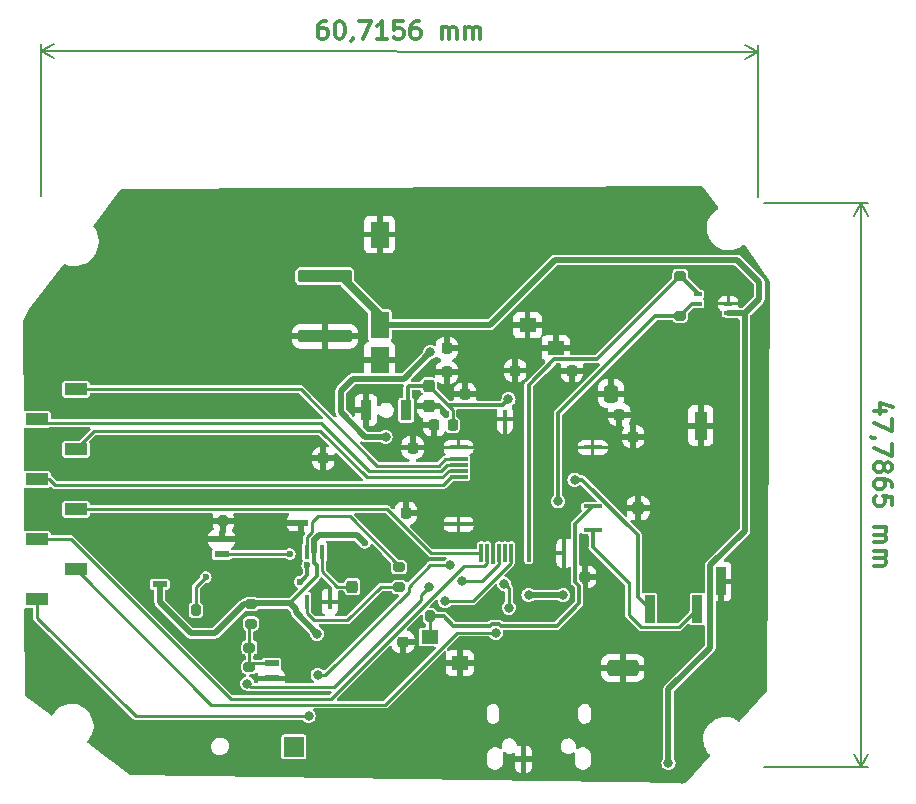
<source format=gbr>
%TF.GenerationSoftware,KiCad,Pcbnew,7.0.2*%
%TF.CreationDate,2023-11-25T19:49:37-03:00*%
%TF.ProjectId,Schematic_monitor,53636865-6d61-4746-9963-5f6d6f6e6974,rev?*%
%TF.SameCoordinates,Original*%
%TF.FileFunction,Copper,L2,Bot*%
%TF.FilePolarity,Positive*%
%FSLAX45Y45*%
G04 Gerber Fmt 4.5, Leading zero omitted, Abs format (unit mm)*
G04 Created by KiCad (PCBNEW 7.0.2) date 2023-11-25 19:49:37*
%MOMM*%
%LPD*%
G01*
G04 APERTURE LIST*
G04 Aperture macros list*
%AMRoundRect*
0 Rectangle with rounded corners*
0 $1 Rounding radius*
0 $2 $3 $4 $5 $6 $7 $8 $9 X,Y pos of 4 corners*
0 Add a 4 corners polygon primitive as box body*
4,1,4,$2,$3,$4,$5,$6,$7,$8,$9,$2,$3,0*
0 Add four circle primitives for the rounded corners*
1,1,$1+$1,$2,$3*
1,1,$1+$1,$4,$5*
1,1,$1+$1,$6,$7*
1,1,$1+$1,$8,$9*
0 Add four rect primitives between the rounded corners*
20,1,$1+$1,$2,$3,$4,$5,0*
20,1,$1+$1,$4,$5,$6,$7,0*
20,1,$1+$1,$6,$7,$8,$9,0*
20,1,$1+$1,$8,$9,$2,$3,0*%
G04 Aperture macros list end*
%ADD10C,0.300000*%
%TA.AperFunction,NonConductor*%
%ADD11C,0.300000*%
%TD*%
%TA.AperFunction,NonConductor*%
%ADD12C,0.200000*%
%TD*%
%TA.AperFunction,SMDPad,CuDef*%
%ADD13R,1.120000X2.440000*%
%TD*%
%TA.AperFunction,SMDPad,CuDef*%
%ADD14RoundRect,0.200000X-0.275000X0.200000X-0.275000X-0.200000X0.275000X-0.200000X0.275000X0.200000X0*%
%TD*%
%TA.AperFunction,SMDPad,CuDef*%
%ADD15RoundRect,0.200000X0.200000X0.275000X-0.200000X0.275000X-0.200000X-0.275000X0.200000X-0.275000X0*%
%TD*%
%TA.AperFunction,SMDPad,CuDef*%
%ADD16R,1.400000X1.200000*%
%TD*%
%TA.AperFunction,SMDPad,CuDef*%
%ADD17RoundRect,0.225000X-0.225000X-0.250000X0.225000X-0.250000X0.225000X0.250000X-0.225000X0.250000X0*%
%TD*%
%TA.AperFunction,SMDPad,CuDef*%
%ADD18RoundRect,0.225000X0.225000X0.250000X-0.225000X0.250000X-0.225000X-0.250000X0.225000X-0.250000X0*%
%TD*%
%TA.AperFunction,SMDPad,CuDef*%
%ADD19RoundRect,0.250000X-0.337500X-0.475000X0.337500X-0.475000X0.337500X0.475000X-0.337500X0.475000X0*%
%TD*%
%TA.AperFunction,SMDPad,CuDef*%
%ADD20RoundRect,0.237500X0.237500X-0.300000X0.237500X0.300000X-0.237500X0.300000X-0.237500X-0.300000X0*%
%TD*%
%TA.AperFunction,SMDPad,CuDef*%
%ADD21RoundRect,0.075000X-0.075000X0.700000X-0.075000X-0.700000X0.075000X-0.700000X0.075000X0.700000X0*%
%TD*%
%TA.AperFunction,SMDPad,CuDef*%
%ADD22RoundRect,0.075000X-0.700000X0.075000X-0.700000X-0.075000X0.700000X-0.075000X0.700000X0.075000X0*%
%TD*%
%TA.AperFunction,SMDPad,CuDef*%
%ADD23R,0.450000X1.300000*%
%TD*%
%TA.AperFunction,SMDPad,CuDef*%
%ADD24RoundRect,0.218750X-0.218750X-0.256250X0.218750X-0.256250X0.218750X0.256250X-0.218750X0.256250X0*%
%TD*%
%TA.AperFunction,SMDPad,CuDef*%
%ADD25R,1.600000X2.200000*%
%TD*%
%TA.AperFunction,SMDPad,CuDef*%
%ADD26R,0.381000X1.219200*%
%TD*%
%TA.AperFunction,ComponentPad*%
%ADD27R,1.700000X1.700000*%
%TD*%
%TA.AperFunction,SMDPad,CuDef*%
%ADD28R,0.900000X1.700000*%
%TD*%
%TA.AperFunction,SMDPad,CuDef*%
%ADD29R,1.257300X0.508000*%
%TD*%
%TA.AperFunction,SMDPad,CuDef*%
%ADD30RoundRect,0.250000X2.050000X0.300000X-2.050000X0.300000X-2.050000X-0.300000X2.050000X-0.300000X0*%
%TD*%
%TA.AperFunction,SMDPad,CuDef*%
%ADD31RoundRect,0.225000X-0.250000X0.225000X-0.250000X-0.225000X0.250000X-0.225000X0.250000X0.225000X0*%
%TD*%
%TA.AperFunction,SMDPad,CuDef*%
%ADD32RoundRect,0.237500X-0.237500X0.287500X-0.237500X-0.287500X0.237500X-0.287500X0.237500X0.287500X0*%
%TD*%
%TA.AperFunction,SMDPad,CuDef*%
%ADD33R,0.850000X2.350000*%
%TD*%
%TA.AperFunction,SMDPad,CuDef*%
%ADD34R,0.711200X0.304800*%
%TD*%
%TA.AperFunction,SMDPad,CuDef*%
%ADD35RoundRect,0.250000X-1.075000X0.425000X-1.075000X-0.425000X1.075000X-0.425000X1.075000X0.425000X0*%
%TD*%
%TA.AperFunction,SMDPad,CuDef*%
%ADD36RoundRect,0.200000X0.275000X-0.200000X0.275000X0.200000X-0.275000X0.200000X-0.275000X-0.200000X0*%
%TD*%
%TA.AperFunction,SMDPad,CuDef*%
%ADD37R,1.900000X1.000000*%
%TD*%
%TA.AperFunction,ViaPad*%
%ADD38C,0.800000*%
%TD*%
%TA.AperFunction,ViaPad*%
%ADD39C,0.600000*%
%TD*%
%TA.AperFunction,Conductor*%
%ADD40C,0.500000*%
%TD*%
%TA.AperFunction,Conductor*%
%ADD41C,0.250000*%
%TD*%
%TA.AperFunction,Conductor*%
%ADD42C,0.300000*%
%TD*%
%TA.AperFunction,Conductor*%
%ADD43C,0.700000*%
%TD*%
G04 APERTURE END LIST*
D10*
D11*
X14884375Y-9685463D02*
X14855803Y-9685421D01*
X14855803Y-9685421D02*
X14841507Y-9692543D01*
X14841507Y-9692543D02*
X14834354Y-9699675D01*
X14834354Y-9699675D02*
X14820037Y-9721083D01*
X14820037Y-9721083D02*
X14812852Y-9749644D01*
X14812852Y-9749644D02*
X14812769Y-9806787D01*
X14812769Y-9806787D02*
X14819891Y-9821083D01*
X14819891Y-9821083D02*
X14827024Y-9828236D01*
X14827024Y-9828236D02*
X14841299Y-9835400D01*
X14841299Y-9835400D02*
X14869870Y-9835442D01*
X14869870Y-9835442D02*
X14884166Y-9828320D01*
X14884166Y-9828320D02*
X14891320Y-9821187D01*
X14891320Y-9821187D02*
X14898483Y-9806912D01*
X14898483Y-9806912D02*
X14898535Y-9771198D01*
X14898535Y-9771198D02*
X14891413Y-9756902D01*
X14891413Y-9756902D02*
X14884281Y-9749748D01*
X14884281Y-9749748D02*
X14870006Y-9742585D01*
X14870006Y-9742585D02*
X14841434Y-9742543D01*
X14841434Y-9742543D02*
X14827138Y-9749665D01*
X14827138Y-9749665D02*
X14819985Y-9756797D01*
X14819985Y-9756797D02*
X14812821Y-9771073D01*
X14991517Y-9685619D02*
X15005803Y-9685640D01*
X15005803Y-9685640D02*
X15020078Y-9692803D01*
X15020078Y-9692803D02*
X15027211Y-9699957D01*
X15027211Y-9699957D02*
X15034333Y-9714253D01*
X15034333Y-9714253D02*
X15041434Y-9742835D01*
X15041434Y-9742835D02*
X15041382Y-9778549D01*
X15041382Y-9778549D02*
X15034197Y-9807110D01*
X15034197Y-9807110D02*
X15027034Y-9821385D01*
X15027034Y-9821385D02*
X15019880Y-9828518D01*
X15019880Y-9828518D02*
X15005584Y-9835640D01*
X15005584Y-9835640D02*
X14991299Y-9835619D01*
X14991299Y-9835619D02*
X14977023Y-9828455D01*
X14977023Y-9828455D02*
X14969891Y-9821302D01*
X14969891Y-9821302D02*
X14962769Y-9807006D01*
X14962769Y-9807006D02*
X14955668Y-9778424D01*
X14955668Y-9778424D02*
X14955720Y-9742710D01*
X14955720Y-9742710D02*
X14962904Y-9714149D01*
X14962904Y-9714149D02*
X14970068Y-9699873D01*
X14970068Y-9699873D02*
X14977221Y-9692741D01*
X14977221Y-9692741D02*
X14991517Y-9685619D01*
X15112737Y-9828653D02*
X15112727Y-9835796D01*
X15112727Y-9835796D02*
X15105563Y-9850071D01*
X15105563Y-9850071D02*
X15098410Y-9857204D01*
X15162946Y-9685869D02*
X15262946Y-9686015D01*
X15262946Y-9686015D02*
X15198441Y-9835921D01*
X15398441Y-9836213D02*
X15312727Y-9836088D01*
X15355584Y-9836150D02*
X15355803Y-9686150D01*
X15355803Y-9686150D02*
X15341486Y-9707558D01*
X15341486Y-9707558D02*
X15327179Y-9721823D01*
X15327179Y-9721823D02*
X15312883Y-9728945D01*
X15534374Y-9686411D02*
X15462945Y-9686307D01*
X15462945Y-9686307D02*
X15455698Y-9757725D01*
X15455698Y-9757725D02*
X15462852Y-9750592D01*
X15462852Y-9750592D02*
X15477148Y-9743470D01*
X15477148Y-9743470D02*
X15512862Y-9743523D01*
X15512862Y-9743523D02*
X15527137Y-9750686D01*
X15527137Y-9750686D02*
X15534270Y-9757840D01*
X15534270Y-9757840D02*
X15541392Y-9772136D01*
X15541392Y-9772136D02*
X15541340Y-9807850D01*
X15541340Y-9807850D02*
X15534176Y-9822125D01*
X15534176Y-9822125D02*
X15527023Y-9829258D01*
X15527023Y-9829258D02*
X15512727Y-9836380D01*
X15512727Y-9836380D02*
X15477012Y-9836327D01*
X15477012Y-9836327D02*
X15462737Y-9829164D01*
X15462737Y-9829164D02*
X15455605Y-9822011D01*
X15670088Y-9686609D02*
X15641517Y-9686567D01*
X15641517Y-9686567D02*
X15627221Y-9693689D01*
X15627221Y-9693689D02*
X15620067Y-9700822D01*
X15620067Y-9700822D02*
X15605750Y-9722230D01*
X15605750Y-9722230D02*
X15598566Y-9750790D01*
X15598566Y-9750790D02*
X15598482Y-9807933D01*
X15598482Y-9807933D02*
X15605604Y-9822229D01*
X15605604Y-9822229D02*
X15612737Y-9829383D01*
X15612737Y-9829383D02*
X15627012Y-9836546D01*
X15627012Y-9836546D02*
X15655583Y-9836588D01*
X15655583Y-9836588D02*
X15669880Y-9829466D01*
X15669880Y-9829466D02*
X15677033Y-9822334D01*
X15677033Y-9822334D02*
X15684197Y-9808058D01*
X15684197Y-9808058D02*
X15684249Y-9772344D01*
X15684249Y-9772344D02*
X15677127Y-9758048D01*
X15677127Y-9758048D02*
X15669994Y-9750895D01*
X15669994Y-9750895D02*
X15655719Y-9743731D01*
X15655719Y-9743731D02*
X15627148Y-9743689D01*
X15627148Y-9743689D02*
X15612851Y-9750811D01*
X15612851Y-9750811D02*
X15605698Y-9757944D01*
X15605698Y-9757944D02*
X15598534Y-9772219D01*
X15862726Y-9836890D02*
X15862872Y-9736890D01*
X15862851Y-9751176D02*
X15870004Y-9744044D01*
X15870004Y-9744044D02*
X15884301Y-9736922D01*
X15884301Y-9736922D02*
X15905729Y-9736953D01*
X15905729Y-9736953D02*
X15920004Y-9744117D01*
X15920004Y-9744117D02*
X15927126Y-9758413D01*
X15927126Y-9758413D02*
X15927012Y-9836984D01*
X15927126Y-9758413D02*
X15934290Y-9744137D01*
X15934290Y-9744137D02*
X15948586Y-9737015D01*
X15948586Y-9737015D02*
X15970015Y-9737047D01*
X15970015Y-9737047D02*
X15984290Y-9744210D01*
X15984290Y-9744210D02*
X15991412Y-9758507D01*
X15991412Y-9758507D02*
X15991297Y-9837078D01*
X16062726Y-9837182D02*
X16062872Y-9737182D01*
X16062851Y-9751468D02*
X16070004Y-9744335D01*
X16070004Y-9744335D02*
X16084300Y-9737213D01*
X16084300Y-9737213D02*
X16105729Y-9737245D01*
X16105729Y-9737245D02*
X16120004Y-9744408D01*
X16120004Y-9744408D02*
X16127126Y-9758705D01*
X16127126Y-9758705D02*
X16127011Y-9837276D01*
X16127126Y-9758705D02*
X16134290Y-9744429D01*
X16134290Y-9744429D02*
X16148586Y-9737307D01*
X16148586Y-9737307D02*
X16170014Y-9737339D01*
X16170014Y-9737339D02*
X16184290Y-9744502D01*
X16184290Y-9744502D02*
X16191412Y-9758798D01*
X16191412Y-9758798D02*
X16191297Y-9837370D01*
D12*
X12467864Y-11164495D02*
X12469733Y-9883905D01*
X18539415Y-11173354D02*
X18541283Y-9892764D01*
X12469647Y-9942547D02*
X18541198Y-9951406D01*
X12469647Y-9942547D02*
X18541198Y-9951406D01*
X12469647Y-9942547D02*
X12582383Y-9884069D01*
X12469647Y-9942547D02*
X12582212Y-10001353D01*
X18541198Y-9951406D02*
X18428462Y-10009883D01*
X18541198Y-9951406D02*
X18428633Y-9892599D01*
D10*
D11*
X19623412Y-12990646D02*
X19523412Y-12990702D01*
X19680535Y-12954900D02*
X19573372Y-12919246D01*
X19573372Y-12919246D02*
X19573424Y-13012103D01*
X19673448Y-13054904D02*
X19673503Y-13154904D01*
X19673503Y-13154904D02*
X19523468Y-13090702D01*
X19530682Y-13219269D02*
X19523539Y-13219273D01*
X19523539Y-13219273D02*
X19509249Y-13212138D01*
X19509249Y-13212138D02*
X19502103Y-13204999D01*
X19673567Y-13269190D02*
X19673623Y-13369190D01*
X19673623Y-13369190D02*
X19523587Y-13304988D01*
X19609381Y-13447797D02*
X19616515Y-13433507D01*
X19616515Y-13433507D02*
X19623654Y-13426360D01*
X19623654Y-13426360D02*
X19637936Y-13419210D01*
X19637936Y-13419210D02*
X19645079Y-13419206D01*
X19645079Y-13419206D02*
X19659369Y-13426341D01*
X19659369Y-13426341D02*
X19666515Y-13433479D01*
X19666515Y-13433479D02*
X19673666Y-13447761D01*
X19673666Y-13447761D02*
X19673682Y-13476333D01*
X19673682Y-13476333D02*
X19666547Y-13490622D01*
X19666547Y-13490622D02*
X19659408Y-13497769D01*
X19659408Y-13497769D02*
X19645127Y-13504920D01*
X19645127Y-13504920D02*
X19637984Y-13504924D01*
X19637984Y-13504924D02*
X19623694Y-13497789D01*
X19623694Y-13497789D02*
X19616547Y-13490650D01*
X19616547Y-13490650D02*
X19609396Y-13476368D01*
X19609396Y-13476368D02*
X19609381Y-13447797D01*
X19609381Y-13447797D02*
X19602230Y-13433515D01*
X19602230Y-13433515D02*
X19595083Y-13426376D01*
X19595083Y-13426376D02*
X19580793Y-13419241D01*
X19580793Y-13419241D02*
X19552222Y-13419257D01*
X19552222Y-13419257D02*
X19537940Y-13426408D01*
X19537940Y-13426408D02*
X19530801Y-13433555D01*
X19530801Y-13433555D02*
X19523666Y-13447845D01*
X19523666Y-13447845D02*
X19523682Y-13476416D01*
X19523682Y-13476416D02*
X19530833Y-13490698D01*
X19530833Y-13490698D02*
X19537980Y-13497837D01*
X19537980Y-13497837D02*
X19552269Y-13504972D01*
X19552269Y-13504972D02*
X19580841Y-13504956D01*
X19580841Y-13504956D02*
X19595123Y-13497805D01*
X19595123Y-13497805D02*
X19602262Y-13490658D01*
X19602262Y-13490658D02*
X19609396Y-13476368D01*
X19673770Y-13633475D02*
X19673754Y-13604904D01*
X19673754Y-13604904D02*
X19666603Y-13590622D01*
X19666603Y-13590622D02*
X19659456Y-13583483D01*
X19659456Y-13583483D02*
X19638020Y-13569210D01*
X19638020Y-13569210D02*
X19609444Y-13562083D01*
X19609444Y-13562083D02*
X19552301Y-13562114D01*
X19552301Y-13562114D02*
X19538020Y-13569265D01*
X19538020Y-13569265D02*
X19530881Y-13576412D01*
X19530881Y-13576412D02*
X19523746Y-13590702D01*
X19523746Y-13590702D02*
X19523762Y-13619273D01*
X19523762Y-13619273D02*
X19530912Y-13633555D01*
X19530912Y-13633555D02*
X19538059Y-13640694D01*
X19538059Y-13640694D02*
X19552349Y-13647829D01*
X19552349Y-13647829D02*
X19588063Y-13647809D01*
X19588063Y-13647809D02*
X19602345Y-13640658D01*
X19602345Y-13640658D02*
X19609484Y-13633511D01*
X19609484Y-13633511D02*
X19616619Y-13619221D01*
X19616619Y-13619221D02*
X19616603Y-13590650D01*
X19616603Y-13590650D02*
X19609452Y-13576368D01*
X19609452Y-13576368D02*
X19602305Y-13569229D01*
X19602305Y-13569229D02*
X19588016Y-13562094D01*
X19673853Y-13783475D02*
X19673813Y-13712047D01*
X19673813Y-13712047D02*
X19602381Y-13704944D01*
X19602381Y-13704944D02*
X19609528Y-13712082D01*
X19609528Y-13712082D02*
X19616678Y-13726364D01*
X19616678Y-13726364D02*
X19616698Y-13762079D01*
X19616698Y-13762079D02*
X19609563Y-13776368D01*
X19609563Y-13776368D02*
X19602424Y-13783515D01*
X19602424Y-13783515D02*
X19588143Y-13790666D01*
X19588143Y-13790666D02*
X19552428Y-13790686D01*
X19552428Y-13790686D02*
X19538139Y-13783551D01*
X19538139Y-13783551D02*
X19530992Y-13776412D01*
X19530992Y-13776412D02*
X19523841Y-13762130D01*
X19523841Y-13762130D02*
X19523821Y-13726416D01*
X19523821Y-13726416D02*
X19530956Y-13712126D01*
X19530956Y-13712126D02*
X19538095Y-13704979D01*
X19523956Y-13969273D02*
X19623956Y-13969217D01*
X19609671Y-13969225D02*
X19616817Y-13976364D01*
X19616817Y-13976364D02*
X19623968Y-13990646D01*
X19623968Y-13990646D02*
X19623980Y-14012074D01*
X19623980Y-14012074D02*
X19616845Y-14026364D01*
X19616845Y-14026364D02*
X19602563Y-14033515D01*
X19602563Y-14033515D02*
X19523992Y-14033559D01*
X19602563Y-14033515D02*
X19616853Y-14040650D01*
X19616853Y-14040650D02*
X19624004Y-14054932D01*
X19624004Y-14054932D02*
X19624016Y-14076360D01*
X19624016Y-14076360D02*
X19616881Y-14090650D01*
X19616881Y-14090650D02*
X19602599Y-14097801D01*
X19602599Y-14097801D02*
X19524028Y-14097844D01*
X19524068Y-14169273D02*
X19624068Y-14169217D01*
X19609782Y-14169225D02*
X19616929Y-14176364D01*
X19616929Y-14176364D02*
X19624079Y-14190646D01*
X19624079Y-14190646D02*
X19624091Y-14212074D01*
X19624091Y-14212074D02*
X19616956Y-14226364D01*
X19616956Y-14226364D02*
X19602675Y-14233515D01*
X19602675Y-14233515D02*
X19524103Y-14233559D01*
X19602675Y-14233515D02*
X19616964Y-14240650D01*
X19616964Y-14240650D02*
X19624115Y-14254932D01*
X19624115Y-14254932D02*
X19624127Y-14276360D01*
X19624127Y-14276360D02*
X19616992Y-14290650D01*
X19616992Y-14290650D02*
X19602711Y-14297801D01*
X19602711Y-14297801D02*
X19524139Y-14297844D01*
D12*
X18589342Y-11223326D02*
X19470463Y-11222836D01*
X18592000Y-16001972D02*
X19473122Y-16001482D01*
X19411821Y-11222869D02*
X19414480Y-16001515D01*
X19411821Y-11222869D02*
X19414480Y-16001515D01*
X19411821Y-11222869D02*
X19470526Y-11335487D01*
X19411821Y-11222869D02*
X19353242Y-11335552D01*
X19414480Y-16001515D02*
X19355775Y-15888897D01*
X19414480Y-16001515D02*
X19473059Y-15888832D01*
D13*
%TO.P,SW2,1,A*%
%TO.N,GND*%
X18057792Y-13110996D03*
%TD*%
D14*
%TO.P,R2,1*%
%TO.N,VBUS*%
X14247792Y-14622284D03*
%TO.P,R2,2*%
%TO.N,Net-(U6A-+)*%
X14247792Y-14787284D03*
%TD*%
D15*
%TO.P,R14,1*%
%TO.N,Temp_SDA*%
X15766292Y-14725496D03*
%TD*%
D16*
%TO.P,Y1,2,2*%
%TO.N,GND*%
X16589792Y-12262996D03*
%TO.P,Y1,4,4*%
X16829792Y-12452996D03*
%TD*%
D17*
%TO.P,C7,2*%
%TO.N,GND*%
X17484292Y-13203996D03*
%TD*%
D18*
%TO.P,C3,2*%
%TO.N,GND*%
X15905292Y-12660996D03*
%TD*%
D14*
%TO.P,R12,1*%
%TO.N,oxi_sda*%
X17881792Y-12179396D03*
%TD*%
D19*
%TO.P,C5,2*%
%TO.N,GND*%
X17295542Y-12839996D03*
%TD*%
D20*
%TO.P,C15,1*%
%TO.N,Net-(C15-Pad1)*%
X15106592Y-14474234D03*
%TD*%
D21*
%TO.P,U1,12,VSSA*%
%TO.N,GND*%
X16398792Y-13053496D03*
D22*
%TO.P,U1,18,VSS*%
X16006292Y-13295996D03*
%TO.P,U1,20,PA4*%
%TO.N,touch_int*%
X16006292Y-13395996D03*
%TO.P,U1,21,PA5*%
%TO.N,displ_sck*%
X16006292Y-13445996D03*
%TO.P,U1,22,PA6*%
%TO.N,touch_mosi*%
X16006292Y-13495996D03*
%TO.P,U1,23,PA7*%
%TO.N,displ_mosi*%
X16006292Y-13545996D03*
%TO.P,U1,31,VSS*%
%TO.N,GND*%
X16006292Y-13945996D03*
D21*
%TO.P,U1,33,PB12*%
%TO.N,displ_cs*%
X16198792Y-14188496D03*
%TO.P,U1,34,PB13*%
%TO.N,touch_cs*%
X16248792Y-14188496D03*
%TO.P,U1,36,PB15*%
%TO.N,displ_rst*%
X16348792Y-14188496D03*
%TO.P,U1,37,PC6*%
%TO.N,unconnected-(U1-PC6-Pad37)*%
X16398792Y-14188496D03*
%TO.P,U1,38,PC7*%
%TO.N,displ_led*%
X16448792Y-14188496D03*
%TO.P,U1,41,PA8*%
%TO.N,oxi_scl*%
X16598792Y-14188496D03*
%TO.P,U1,47,VSS*%
%TO.N,GND*%
X16898792Y-14188496D03*
D22*
%TO.P,U1,49,PA14*%
%TO.N,SWCLK*%
X17141292Y-13995996D03*
%TO.P,U1,53,PC12*%
%TO.N,Temp_SDA*%
X17141292Y-13795996D03*
%TO.P,U1,63,VSS*%
%TO.N,GND*%
X17141292Y-13295996D03*
%TD*%
D18*
%TO.P,C14,2*%
%TO.N,GND*%
X16485292Y-12644996D03*
%TD*%
D23*
%TO.P,J2,5,GND*%
%TO.N,GND*%
X16556292Y-15934996D03*
%TD*%
D15*
%TO.P,R6,2*%
%TO.N,GND*%
X14013292Y-13918784D03*
%TD*%
D24*
%TO.P,D3,2,A*%
%TO.N,GND*%
X14861542Y-13388496D03*
%TD*%
D25*
%TO.P,C1,1*%
%TO.N,VBUS*%
X15338392Y-12257696D03*
%TO.P,C1,2*%
%TO.N,GND*%
X15338392Y-12557696D03*
%TD*%
D26*
%TO.P,U5,1,Rg*%
%TO.N,Net-(Rg1-Pad1)*%
X14721292Y-14603874D03*
%TO.P,U5,4,Vs-*%
%TO.N,GND*%
X14916292Y-14603874D03*
%TO.P,U5,6*%
%TO.N,Net-(C15-Pad1)*%
X14851292Y-14179694D03*
%TO.P,U5,7,Vs+*%
%TO.N,VBUS*%
X14786292Y-14179694D03*
%TO.P,U5,8,Rg*%
%TO.N,Net-(Rg1-Pad2)*%
X14721292Y-14179694D03*
%TD*%
D18*
%TO.P,C8,2*%
%TO.N,GND*%
X15617792Y-13296996D03*
%TD*%
D14*
%TO.P,R11,1*%
%TO.N,oxi_scl*%
X17883792Y-11842396D03*
%TD*%
D27*
%TO.P,J4,1,Pin_1*%
%TO.N,Net-(J4-Pin_1)*%
X14611792Y-15831496D03*
%TD*%
D28*
%TO.P,SW1,1,1*%
%TO.N,GND*%
X15222000Y-12981000D03*
%TO.P,SW1,2,2*%
%TO.N,NRST*%
X15562000Y-12981000D03*
%TD*%
D29*
%TO.P,U8,4,V-*%
%TO.N,GND*%
X14669537Y-13932284D03*
%TD*%
D25*
%TO.P,C2,2*%
%TO.N,GND*%
X15338392Y-11493296D03*
%TD*%
D18*
%TO.P,C4,2*%
%TO.N,GND*%
X16059792Y-12844496D03*
%TD*%
D17*
%TO.P,C13,2*%
%TO.N,GND*%
X16964292Y-12646996D03*
%TD*%
D30*
%TO.P,U2,1,GND*%
%TO.N,GND*%
X14874492Y-12354496D03*
%TO.P,U2,3,VI*%
%TO.N,VBUS*%
X14874492Y-11846496D03*
%TD*%
D18*
%TO.P,C9,2*%
%TO.N,GND*%
X15558792Y-13851996D03*
%TD*%
D31*
%TO.P,C18,1*%
%TO.N,GND*%
X15535792Y-14941996D03*
%TD*%
D15*
%TO.P,R5,2*%
%TO.N,Net-(U7A--)*%
X13780292Y-14673784D03*
%TD*%
D17*
%TO.P,C6,2*%
%TO.N,GND*%
X17367292Y-13018996D03*
%TD*%
D32*
%TO.P,D2,2,A2*%
%TO.N,GND*%
X17526792Y-13811496D03*
%TD*%
D18*
%TO.P,C11,2*%
%TO.N,GND*%
X15907292Y-12456996D03*
%TD*%
D33*
%TO.P,J1,1,Pin_1*%
%TO.N,+3.3VA*%
X17624392Y-14665896D03*
%TO.P,J1,3,Pin_3*%
%TO.N,SWCLK*%
X18024392Y-14665896D03*
%TO.P,J1,4,Pin_4*%
%TO.N,GND*%
X18224392Y-14430896D03*
%TD*%
D32*
%TO.P,D1,1,A1*%
%TO.N,NRST*%
X15752792Y-12773246D03*
%TO.P,D1,2,A2*%
%TO.N,GND*%
X15752792Y-12948246D03*
%TD*%
D14*
%TO.P,R3,1*%
%TO.N,Net-(U6A-+)*%
X14235792Y-14990284D03*
X14235792Y-15155284D03*
%TD*%
D16*
%TO.P,U3,2,SDA/PWM*%
%TO.N,Temp_SDA*%
X15762792Y-14901246D03*
%TO.P,U3,4,VSS*%
%TO.N,GND*%
X16016792Y-15121246D03*
%TD*%
D31*
%TO.P,C10,2*%
%TO.N,GND*%
X17075792Y-14390496D03*
%TD*%
D29*
%TO.P,U7,3,+*%
%TO.N,Net-(U7A-+)*%
X14001047Y-14200284D03*
%TO.P,U7,4,V-*%
%TO.N,GND*%
X14001047Y-14073284D03*
%TO.P,U7,8,V+*%
%TO.N,VBUS*%
X13476537Y-14454284D03*
%TD*%
%TO.P,U6,3,+*%
%TO.N,Net-(U6A-+)*%
X14422282Y-15125284D03*
%TO.P,U6,4,V-*%
%TO.N,GND*%
X14422282Y-15252284D03*
%TD*%
D34*
%TO.P,U4,2,SCL*%
%TO.N,oxi_scl*%
X18030792Y-11998896D03*
%TO.P,U4,3,SDA*%
%TO.N,oxi_sda*%
X18030792Y-12078896D03*
%TO.P,U4,11,VDD*%
%TO.N,VBUS*%
X18289872Y-12158896D03*
%TO.P,U4,12,GND*%
%TO.N,GND*%
X18289872Y-12078896D03*
%TD*%
D35*
%TO.P,D4,1,K*%
%TO.N,GND*%
X17397292Y-15161996D03*
%TD*%
D36*
%TO.P,Rg1,1*%
%TO.N,Net-(Rg1-Pad1)*%
X15502792Y-14476284D03*
%TO.P,Rg1,2*%
%TO.N,Net-(Rg1-Pad2)*%
X15502792Y-14311284D03*
%TD*%
D18*
%TO.P,C12,2*%
%TO.N,GND*%
X15800292Y-13105496D03*
%TO.P,C12,1*%
%TO.N,NRST*%
X15955292Y-13105496D03*
%TD*%
D37*
%TO.P,J5,2,Pin_2*%
%TO.N,displ_rst*%
X12436792Y-14581496D03*
%TO.P,J5,3,Pin_3*%
%TO.N,displ_dc*%
X12766792Y-14327496D03*
%TO.P,J5,4,Pin_4*%
%TO.N,touch_cs*%
X12436792Y-14073496D03*
%TO.P,J5,5,Pin_5*%
%TO.N,displ_cs*%
X12766792Y-13819496D03*
%TO.P,J5,6,Pin_6*%
%TO.N,displ_mosi*%
X12436792Y-13565496D03*
%TO.P,J5,7,Pin_7*%
%TO.N,touch_mosi*%
X12766792Y-13311496D03*
%TO.P,J5,8,Pin_8*%
%TO.N,displ_sck*%
X12436792Y-13057496D03*
%TO.P,J5,9,Pin_9*%
%TO.N,touch_int*%
X12766792Y-12803496D03*
%TD*%
D38*
%TO.N,GND*%
X12392000Y-13318000D03*
X15292000Y-14352000D03*
%TO.N,+3.3V*%
X16891000Y-14547000D03*
%TO.N,VBUS*%
X14809792Y-14873496D03*
D39*
X15210464Y-14104260D03*
D38*
X17783000Y-15970000D03*
%TO.N,GND*%
X16018792Y-14106496D03*
X15358000Y-14596000D03*
X17894000Y-16100000D03*
X15341600Y-15240000D03*
X15606000Y-14191000D03*
%TO.N,+3.3VA*%
X16987792Y-13568496D03*
%TO.N,+3.3V*%
X15767644Y-12490644D03*
X15388000Y-13206496D03*
X16598792Y-14544496D03*
%TO.N,NRST*%
X16428792Y-12889496D03*
%TO.N,displ_led*%
X15892000Y-14597000D03*
X14217792Y-15295496D03*
X15753000Y-14481000D03*
%TO.N,displ_rst*%
X14735792Y-15571496D03*
X15934792Y-14293496D03*
X16036792Y-14427496D03*
X14813225Y-15220931D03*
%TO.N,displ_dc*%
X16392792Y-14450496D03*
X16430792Y-14652496D03*
X16320792Y-14865496D03*
%TO.N,oxi_sda*%
X16845792Y-13752496D03*
D39*
%TO.N,Net-(U7A-+)*%
X14576792Y-14198784D03*
%TO.N,Vref*%
X14663792Y-14433496D03*
X14725792Y-14295496D03*
%TO.N,Net-(U7A--)*%
X13864792Y-14394784D03*
%TD*%
D40*
%TO.N,+3.3V*%
X16888496Y-14544496D02*
X16598792Y-14544496D01*
X16891000Y-14547000D02*
X16888496Y-14544496D01*
D41*
%TO.N,displ_mosi*%
X12542496Y-13565496D02*
X12436792Y-13565496D01*
X15872000Y-13616000D02*
X12593000Y-13616000D01*
X12593000Y-13616000D02*
X12542496Y-13565496D01*
X15942004Y-13545996D02*
X15872000Y-13616000D01*
X16006292Y-13545996D02*
X15942004Y-13545996D01*
%TO.N,touch_int*%
X15894944Y-13395996D02*
X16006292Y-13395996D01*
X15839940Y-13451000D02*
X15894944Y-13395996D01*
X14670722Y-12803496D02*
X15318226Y-13451000D01*
X15318226Y-13451000D02*
X15839940Y-13451000D01*
X12766792Y-12803496D02*
X14670722Y-12803496D01*
%TO.N,displ_sck*%
X14844096Y-13091496D02*
X12470792Y-13091496D01*
X12470792Y-13091496D02*
X12436792Y-13057496D01*
X15248600Y-13496000D02*
X14844096Y-13091496D01*
X15858580Y-13496000D02*
X15248600Y-13496000D01*
X16006292Y-13445996D02*
X15908584Y-13445996D01*
X15908584Y-13445996D02*
X15858580Y-13496000D01*
%TO.N,touch_mosi*%
X15228000Y-13549000D02*
X15869220Y-13549000D01*
X15869220Y-13549000D02*
X15922223Y-13495996D01*
X14836200Y-13157200D02*
X15228000Y-13549000D01*
X15922223Y-13495996D02*
X16006292Y-13495996D01*
X12766792Y-13311496D02*
X12921088Y-13157200D01*
X12921088Y-13157200D02*
X14836200Y-13157200D01*
D42*
%TO.N,oxi_scl*%
X16598792Y-12766208D02*
X16598792Y-14188496D01*
X17179004Y-12547996D02*
X16817004Y-12547996D01*
X17883792Y-11843208D02*
X17179004Y-12547996D01*
X17883792Y-11842396D02*
X17883792Y-11843208D01*
X16817004Y-12547996D02*
X16598792Y-12766208D01*
D40*
%TO.N,VBUS*%
X17783000Y-15345488D02*
X18136892Y-14991596D01*
X18136892Y-14294756D02*
X18430104Y-14001544D01*
X17783000Y-15970000D02*
X17783000Y-15345488D01*
X18430104Y-14001544D02*
X18430104Y-12158896D01*
X18136892Y-14991596D02*
X18136892Y-14294756D01*
%TO.N,+3.3V*%
X15217496Y-13206496D02*
X15388000Y-13206496D01*
X15009000Y-12815000D02*
X15009000Y-12998000D01*
X15009000Y-12998000D02*
X15217496Y-13206496D01*
X15545592Y-12712696D02*
X15111304Y-12712696D01*
X15111304Y-12712696D02*
X15009000Y-12815000D01*
X15767644Y-12490644D02*
X15545592Y-12712696D01*
D42*
%TO.N,NRST*%
X15574792Y-12786208D02*
X15587754Y-12773246D01*
X15574792Y-12991996D02*
X15574792Y-12786208D01*
X15587754Y-12773246D02*
X15752792Y-12773246D01*
D41*
X15955292Y-12975746D02*
X15915042Y-12935496D01*
X15955292Y-13105496D02*
X15955292Y-12975746D01*
D42*
X15915042Y-12935496D02*
X15752792Y-12773246D01*
X16382792Y-12935496D02*
X15915042Y-12935496D01*
X16428792Y-12889496D02*
X16382792Y-12935496D01*
D41*
%TO.N,displ_led*%
X16448792Y-14272565D02*
X16448792Y-14188496D01*
X16124357Y-14597000D02*
X16448792Y-14272565D01*
X15892000Y-14597000D02*
X16124357Y-14597000D01*
D40*
%TO.N,VBUS*%
X18430104Y-12158896D02*
X18289872Y-12158896D01*
X18553000Y-11897000D02*
X18553000Y-12036000D01*
X18365000Y-11709000D02*
X18553000Y-11897000D01*
X16273392Y-12257696D02*
X16822088Y-11709000D01*
X18553000Y-12036000D02*
X18430104Y-12158896D01*
X15338392Y-12257696D02*
X16273392Y-12257696D01*
X16822088Y-11709000D02*
X18365000Y-11709000D01*
D42*
%TO.N,Temp_SDA*%
X15880000Y-14723000D02*
X15768788Y-14723000D01*
X15768788Y-14723000D02*
X15766292Y-14725496D01*
D41*
X15762792Y-14728996D02*
X15766292Y-14725496D01*
X15762792Y-14901246D02*
X15762792Y-14728996D01*
D42*
X16993292Y-13943996D02*
X17141292Y-13795996D01*
X17026975Y-14470496D02*
X16993292Y-14436813D01*
X17026975Y-14615313D02*
X17026975Y-14470496D01*
X16366362Y-14805000D02*
X16837288Y-14805000D01*
X16351858Y-14790496D02*
X16366362Y-14805000D01*
X16837288Y-14805000D02*
X17026975Y-14615313D01*
X16275222Y-14805000D02*
X16289726Y-14790496D01*
X16993292Y-14436813D02*
X16993292Y-13943996D01*
X16289726Y-14790496D02*
X16351858Y-14790496D01*
X15962000Y-14805000D02*
X16275222Y-14805000D01*
X15880000Y-14723000D02*
X15962000Y-14805000D01*
D40*
%TO.N,VBUS*%
X14629000Y-14692704D02*
X14629000Y-14667704D01*
X14629000Y-14667704D02*
X14576392Y-14615096D01*
X14629000Y-14692704D02*
X14809792Y-14873496D01*
X14576392Y-14615096D02*
X14254980Y-14615096D01*
X14191716Y-14622284D02*
X14247792Y-14622284D01*
X13944904Y-14869096D02*
X14191716Y-14622284D01*
X13738192Y-14869096D02*
X13944904Y-14869096D01*
X13476537Y-14454284D02*
X13476537Y-14607441D01*
X13476537Y-14607441D02*
X13738192Y-14869096D01*
D41*
%TO.N,displ_rst*%
X12436792Y-14736792D02*
X12436792Y-14581496D01*
X13271496Y-15571496D02*
X12436792Y-14736792D01*
X14735792Y-15571496D02*
X13271496Y-15571496D01*
%TO.N,Net-(U6A-+)*%
X14235792Y-14990284D02*
X14235792Y-14799284D01*
D42*
%TO.N,SWCLK*%
X17141292Y-14141996D02*
X17141292Y-13995996D01*
X17446592Y-14447296D02*
X17141292Y-14141996D01*
D41*
X18024392Y-14665896D02*
X17874392Y-14815896D01*
X17874392Y-14815896D02*
X17549392Y-14815896D01*
X17448000Y-14714504D02*
X17448000Y-14448704D01*
X17549392Y-14815896D02*
X17448000Y-14714504D01*
X17448000Y-14448704D02*
X17446592Y-14447296D01*
%TO.N,displ_led*%
X15686792Y-14547208D02*
X15707504Y-14526496D01*
X15686792Y-14590496D02*
X15686792Y-14547208D01*
X15707504Y-14526496D02*
X15753000Y-14481000D01*
%TO.N,displ_dc*%
X16430792Y-14652496D02*
X16430792Y-14484496D01*
X16430792Y-14484496D02*
X16396792Y-14450496D01*
D42*
%TO.N,VBUS*%
X14803792Y-14288154D02*
X14803792Y-14387696D01*
X14786292Y-14179694D02*
X14786292Y-14270654D01*
D40*
X14874492Y-11846496D02*
X15008192Y-11846496D01*
X14786292Y-14074684D02*
X14786292Y-14179694D01*
X15145700Y-14039496D02*
X14822957Y-14039496D01*
D42*
X14803792Y-14387696D02*
X14576392Y-14615096D01*
D40*
X14822957Y-14039496D02*
X14788719Y-14073734D01*
D42*
X14786292Y-14270654D02*
X14803792Y-14288154D01*
D40*
X14788719Y-14073734D02*
X14787242Y-14073734D01*
X14787242Y-14073734D02*
X14786292Y-14074684D01*
D42*
X14786292Y-14179694D02*
X14786292Y-14249930D01*
D40*
X15210464Y-14104260D02*
X15145700Y-14039496D01*
D43*
X15008192Y-11846496D02*
X15338392Y-12176696D01*
D40*
X15338392Y-12176696D02*
X15338392Y-12257696D01*
D41*
%TO.N,GND*%
X14422537Y-15252284D02*
X14431292Y-15252284D01*
D42*
X15602292Y-13281496D02*
X15617792Y-13296996D01*
D41*
X14001047Y-14073284D02*
X13998292Y-14073284D01*
X13998292Y-14073284D02*
X13997792Y-14073784D01*
X14013292Y-13918784D02*
X14013292Y-13882284D01*
X13997792Y-13934284D02*
X14013292Y-13918784D01*
D42*
%TO.N,+3.3VA*%
X17522792Y-14039892D02*
X17522792Y-14564296D01*
X17051396Y-13568496D02*
X17522792Y-14039892D01*
X16987792Y-13568496D02*
X17051396Y-13568496D01*
X17522792Y-14564296D02*
X17624392Y-14665896D01*
%TO.N,SWCLK*%
X17446592Y-14447296D02*
X17446792Y-14447496D01*
D41*
%TO.N,displ_led*%
X14217792Y-15295496D02*
X14246792Y-15324496D01*
X14952792Y-15324496D02*
X15686792Y-14590496D01*
X14246792Y-15324496D02*
X14952792Y-15324496D01*
%TO.N,displ_rst*%
X15582792Y-14518496D02*
X14878792Y-15222496D01*
X14878792Y-15222496D02*
X14814792Y-15222496D01*
X16348792Y-14188496D02*
X16348792Y-14282496D01*
X16348792Y-14282496D02*
X16203792Y-14427496D01*
X15934792Y-14293496D02*
X15763261Y-14293496D01*
X16203792Y-14427496D02*
X16036792Y-14427496D01*
X15763261Y-14293496D02*
X15582792Y-14473966D01*
X15582792Y-14473966D02*
X15582792Y-14518496D01*
%TO.N,displ_dc*%
X15385542Y-15473496D02*
X15995542Y-14863496D01*
X15995542Y-14863496D02*
X16324792Y-14863496D01*
X12766792Y-14327496D02*
X13912792Y-15473496D01*
X13912792Y-15473496D02*
X15385542Y-15473496D01*
%TO.N,touch_cs*%
X16248792Y-14272565D02*
X16248792Y-14188496D01*
X14077792Y-15428496D02*
X14924010Y-15428496D01*
X16222860Y-14298496D02*
X16248792Y-14272565D01*
X12722792Y-14073496D02*
X14077792Y-15428496D01*
X14924010Y-15428496D02*
X16054010Y-14298496D01*
X12436792Y-14073496D02*
X12722792Y-14073496D01*
X16054010Y-14298496D02*
X16222860Y-14298496D01*
%TO.N,displ_cs*%
X15770010Y-14188496D02*
X16198792Y-14188496D01*
X12766792Y-13819496D02*
X15401010Y-13819496D01*
X15401010Y-13819496D02*
X15770010Y-14188496D01*
D42*
%TO.N,oxi_scl*%
X18030792Y-11998896D02*
X18030792Y-11989396D01*
X18030792Y-11989396D02*
X17883792Y-11842396D01*
%TO.N,oxi_sda*%
X16849792Y-13002096D02*
X16849792Y-13752496D01*
X17672492Y-12179396D02*
X16849792Y-13002096D01*
X17881792Y-12179396D02*
X17672492Y-12179396D01*
X18030792Y-12078896D02*
X17982292Y-12078896D01*
X17982292Y-12078896D02*
X17881792Y-12179396D01*
D41*
%TO.N,Net-(Rg1-Pad2)*%
X15086392Y-13880496D02*
X14815692Y-13880496D01*
X14721292Y-14058367D02*
X14721292Y-14179694D01*
X14815692Y-13880496D02*
X14764902Y-13931286D01*
X15502792Y-14296896D02*
X15086392Y-13880496D01*
X15502792Y-14311284D02*
X15502792Y-14296896D01*
X14764902Y-13931286D02*
X14764902Y-14016234D01*
X14763425Y-14016234D02*
X14721292Y-14058367D01*
%TO.N,Net-(Rg1-Pad1)*%
X15346292Y-14476284D02*
X15062792Y-14759784D01*
X15502792Y-14476284D02*
X15346292Y-14476284D01*
X14720792Y-14700784D02*
X14721292Y-14700284D01*
X14779792Y-14759784D02*
X14720792Y-14700784D01*
X14721292Y-14700284D02*
X14721292Y-14603874D01*
X15062792Y-14759784D02*
X14779792Y-14759784D01*
%TO.N,Net-(C15-Pad1)*%
X14979242Y-14474234D02*
X14851292Y-14346284D01*
X14851292Y-14346284D02*
X14851292Y-14179694D01*
X15106592Y-14474234D02*
X14979242Y-14474234D01*
%TO.N,Net-(U7A-+)*%
X14322292Y-14200284D02*
X14322792Y-14200784D01*
X14322792Y-14200784D02*
X14574792Y-14200784D01*
X14001047Y-14200284D02*
X14322292Y-14200284D01*
X14574792Y-14200784D02*
X14576792Y-14198784D01*
D42*
%TO.N,Vref*%
X14725792Y-14378496D02*
X14725792Y-14295496D01*
X14670792Y-14433496D02*
X14725792Y-14378496D01*
X14663792Y-14433496D02*
X14670792Y-14433496D01*
D41*
%TO.N,Net-(U6A-+)*%
X14422537Y-15125284D02*
X14265792Y-15125284D01*
X14235792Y-15155284D02*
X14235792Y-14990284D01*
X14265792Y-15125284D02*
X14235792Y-15155284D01*
%TO.N,Net-(U7A--)*%
X13780292Y-14479284D02*
X13864792Y-14394784D01*
X13780292Y-14673784D02*
X13780292Y-14479284D01*
%TD*%
%TA.AperFunction,Conductor*%
%TO.N,GND*%
G36*
X18073058Y-11087463D02*
G01*
X18076522Y-11090756D01*
X18199599Y-11264321D01*
X18201871Y-11270928D01*
X18200210Y-11277715D01*
X18195553Y-11282307D01*
X18189415Y-11285752D01*
X18167975Y-11302307D01*
X18149173Y-11321808D01*
X18133412Y-11343838D01*
X18121026Y-11367929D01*
X18112280Y-11393566D01*
X18107360Y-11420203D01*
X18106371Y-11447272D01*
X18109333Y-11474198D01*
X18111216Y-11481397D01*
X18116185Y-11500405D01*
X18123803Y-11518333D01*
X18126779Y-11525335D01*
X18140890Y-11548457D01*
X18158217Y-11569278D01*
X18158218Y-11569278D01*
X18178392Y-11587354D01*
X18200983Y-11602300D01*
X18211613Y-11607284D01*
X18225510Y-11613798D01*
X18251424Y-11621595D01*
X18251449Y-11621602D01*
X18278248Y-11625546D01*
X18278248Y-11625546D01*
X18298329Y-11625546D01*
X18298555Y-11625546D01*
X18318808Y-11624064D01*
X18345247Y-11618174D01*
X18370548Y-11608497D01*
X18394170Y-11595240D01*
X18409852Y-11583131D01*
X18416361Y-11580592D01*
X18423210Y-11581975D01*
X18427545Y-11585773D01*
X18559209Y-11771446D01*
X18633693Y-11876485D01*
X18638481Y-11883237D01*
X18640753Y-11889844D01*
X18640766Y-11890492D01*
X18617823Y-15350873D01*
X18615810Y-15357564D01*
X18614742Y-15358971D01*
X18391538Y-15613275D01*
X18385636Y-15617015D01*
X18378649Y-15616970D01*
X18375376Y-15615437D01*
X18372109Y-15613275D01*
X18354601Y-15601692D01*
X18354601Y-15601691D01*
X18330074Y-15590194D01*
X18304136Y-15582390D01*
X18304135Y-15582390D01*
X18277336Y-15578446D01*
X18257029Y-15578446D01*
X18256804Y-15578462D01*
X18256803Y-15578463D01*
X18236776Y-15579928D01*
X18210337Y-15585818D01*
X18185036Y-15595495D01*
X18161414Y-15608752D01*
X18139975Y-15625307D01*
X18121173Y-15644808D01*
X18105412Y-15666838D01*
X18093026Y-15690929D01*
X18084280Y-15716566D01*
X18079360Y-15743203D01*
X18078371Y-15770272D01*
X18081333Y-15797198D01*
X18083304Y-15804735D01*
X18088185Y-15823405D01*
X18098464Y-15847594D01*
X18098779Y-15848335D01*
X18112890Y-15871457D01*
X18130217Y-15892278D01*
X18130277Y-15892331D01*
X18130321Y-15892403D01*
X18130798Y-15892976D01*
X18130718Y-15893042D01*
X18133957Y-15898271D01*
X18133841Y-15905257D01*
X18131322Y-15909747D01*
X17932571Y-16136191D01*
X17926669Y-16139931D01*
X17923064Y-16140410D01*
X13229826Y-16069557D01*
X13223153Y-16067488D01*
X13222567Y-16067074D01*
X13082121Y-15961582D01*
X16246242Y-15961582D01*
X16246287Y-15961953D01*
X16246287Y-15961954D01*
X16247723Y-15973781D01*
X16253540Y-15989119D01*
X16262859Y-16002619D01*
X16275137Y-16013497D01*
X16275137Y-16013497D01*
X16275137Y-16013497D01*
X16289662Y-16021120D01*
X16305590Y-16025046D01*
X16305590Y-16025046D01*
X16321994Y-16025046D01*
X16321994Y-16025046D01*
X16337921Y-16021120D01*
X16352447Y-16013497D01*
X16364725Y-16002619D01*
X16374044Y-15989119D01*
X16379861Y-15973781D01*
X16381342Y-15961582D01*
X16381342Y-15957496D01*
X16483792Y-15957496D01*
X16483792Y-16004448D01*
X16483827Y-16005109D01*
X16484432Y-16010733D01*
X16489457Y-16024205D01*
X16498073Y-16035715D01*
X16509583Y-16044331D01*
X16523055Y-16049356D01*
X16528679Y-16049961D01*
X16529340Y-16049996D01*
X16533792Y-16049996D01*
X16533792Y-15957496D01*
X16578792Y-15957496D01*
X16578792Y-16049996D01*
X16583244Y-16049996D01*
X16583905Y-16049961D01*
X16589529Y-16049356D01*
X16603001Y-16044331D01*
X16614511Y-16035715D01*
X16623127Y-16024205D01*
X16628152Y-16010733D01*
X16628756Y-16005109D01*
X16628792Y-16004448D01*
X16628792Y-15957496D01*
X16578792Y-15957496D01*
X16533792Y-15957496D01*
X16483792Y-15957496D01*
X16381342Y-15957496D01*
X16381342Y-15898410D01*
X16380434Y-15890932D01*
X16381580Y-15884040D01*
X16386270Y-15878861D01*
X16393016Y-15877040D01*
X16398717Y-15878571D01*
X16412155Y-15885959D01*
X16412155Y-15885959D01*
X16412155Y-15885959D01*
X16428074Y-15890046D01*
X16428074Y-15890046D01*
X16439995Y-15890046D01*
X16440384Y-15890046D01*
X16452598Y-15888503D01*
X16465817Y-15883269D01*
X16466827Y-15882869D01*
X16473785Y-15882232D01*
X16479983Y-15885457D01*
X16483453Y-15891521D01*
X16483792Y-15894399D01*
X16483792Y-15912496D01*
X16533792Y-15912496D01*
X16533792Y-15819996D01*
X16578792Y-15819996D01*
X16578792Y-15912496D01*
X16628792Y-15912496D01*
X16628792Y-15865544D01*
X16628756Y-15864883D01*
X16628152Y-15859259D01*
X16623127Y-15845787D01*
X16614511Y-15834277D01*
X16603001Y-15825661D01*
X16590181Y-15820879D01*
X16870854Y-15820879D01*
X16871886Y-15837282D01*
X16874478Y-15845257D01*
X16876965Y-15852913D01*
X16878992Y-15856107D01*
X16885772Y-15866790D01*
X16892164Y-15872792D01*
X16897753Y-15878041D01*
X16911242Y-15885457D01*
X16912155Y-15885959D01*
X16928074Y-15890046D01*
X16928074Y-15890046D01*
X16939995Y-15890046D01*
X16940385Y-15890046D01*
X16950569Y-15888759D01*
X16952598Y-15888503D01*
X16963871Y-15884040D01*
X16967879Y-15882453D01*
X16972598Y-15879024D01*
X16979179Y-15876676D01*
X16985984Y-15878259D01*
X16990854Y-15883269D01*
X16992241Y-15890117D01*
X16992196Y-15890551D01*
X16991287Y-15898038D01*
X16991287Y-15898040D01*
X16991242Y-15898410D01*
X16991242Y-15961582D01*
X16991287Y-15961953D01*
X16991287Y-15961954D01*
X16992723Y-15973781D01*
X16998540Y-15989119D01*
X17007859Y-16002619D01*
X17020137Y-16013497D01*
X17020137Y-16013497D01*
X17020137Y-16013497D01*
X17034663Y-16021120D01*
X17050590Y-16025046D01*
X17050590Y-16025046D01*
X17066994Y-16025046D01*
X17066994Y-16025046D01*
X17082922Y-16021120D01*
X17097447Y-16013497D01*
X17109725Y-16002619D01*
X17119044Y-15989119D01*
X17124861Y-15973781D01*
X17126342Y-15961582D01*
X17126342Y-15898410D01*
X17124861Y-15886212D01*
X17119044Y-15870873D01*
X17116225Y-15866790D01*
X17109725Y-15857373D01*
X17097447Y-15846495D01*
X17097447Y-15846495D01*
X17097447Y-15846495D01*
X17082922Y-15838872D01*
X17066994Y-15834946D01*
X17050590Y-15834946D01*
X17034663Y-15838872D01*
X17020137Y-15846495D01*
X17020137Y-15846495D01*
X17018804Y-15847195D01*
X17018585Y-15846778D01*
X17014882Y-15848516D01*
X17007956Y-15847594D01*
X17002628Y-15843073D01*
X17000590Y-15836390D01*
X17000809Y-15833938D01*
X17000873Y-15833602D01*
X17001730Y-15829113D01*
X17001604Y-15827116D01*
X17000802Y-15814375D01*
X17000698Y-15812710D01*
X16995619Y-15797079D01*
X16988933Y-15786543D01*
X16986812Y-15783202D01*
X16974831Y-15771951D01*
X16960429Y-15764033D01*
X16944510Y-15759946D01*
X16944510Y-15759946D01*
X16932200Y-15759946D01*
X16931814Y-15759995D01*
X16931813Y-15759995D01*
X16919986Y-15761489D01*
X16904705Y-15767539D01*
X16891409Y-15777199D01*
X16880932Y-15789864D01*
X16878923Y-15794134D01*
X16873934Y-15804735D01*
X16872209Y-15813779D01*
X16870854Y-15820879D01*
X16590181Y-15820879D01*
X16589529Y-15820636D01*
X16583905Y-15820031D01*
X16583244Y-15819996D01*
X16578792Y-15819996D01*
X16533792Y-15819996D01*
X16529340Y-15819996D01*
X16528679Y-15820031D01*
X16523054Y-15820636D01*
X16517357Y-15822761D01*
X16510388Y-15823260D01*
X16504255Y-15819911D01*
X16500907Y-15813779D01*
X16500803Y-15813035D01*
X16498920Y-15807240D01*
X16495619Y-15797079D01*
X16488933Y-15786543D01*
X16486812Y-15783202D01*
X16474831Y-15771951D01*
X16460428Y-15764033D01*
X16444510Y-15759946D01*
X16444510Y-15759946D01*
X16432199Y-15759946D01*
X16431814Y-15759995D01*
X16431813Y-15759995D01*
X16419986Y-15761489D01*
X16404705Y-15767539D01*
X16391408Y-15777199D01*
X16380932Y-15789864D01*
X16378923Y-15794134D01*
X16373934Y-15804735D01*
X16372209Y-15813779D01*
X16370854Y-15820879D01*
X16371765Y-15835357D01*
X16370222Y-15842171D01*
X16365239Y-15847069D01*
X16358399Y-15848496D01*
X16353627Y-15847115D01*
X16347563Y-15843932D01*
X16337921Y-15838872D01*
X16321994Y-15834946D01*
X16305590Y-15834946D01*
X16289662Y-15838872D01*
X16277496Y-15845257D01*
X16275137Y-15846495D01*
X16262859Y-15857373D01*
X16253540Y-15870873D01*
X16247723Y-15886211D01*
X16246287Y-15898038D01*
X16246287Y-15898040D01*
X16246242Y-15898410D01*
X16246242Y-15961582D01*
X13082121Y-15961582D01*
X13024726Y-15918471D01*
X14506742Y-15918471D01*
X14507905Y-15924319D01*
X14512337Y-15930951D01*
X14518969Y-15935383D01*
X14524817Y-15936546D01*
X14524817Y-15936546D01*
X14698767Y-15936546D01*
X14701691Y-15935964D01*
X14704615Y-15935383D01*
X14711247Y-15930951D01*
X14715679Y-15924319D01*
X14716842Y-15918471D01*
X14716842Y-15744521D01*
X14716380Y-15742201D01*
X14715679Y-15738673D01*
X14711247Y-15732041D01*
X14704615Y-15727609D01*
X14698767Y-15726446D01*
X14698767Y-15726446D01*
X14524817Y-15726446D01*
X14524817Y-15726446D01*
X14518969Y-15727609D01*
X14512337Y-15732041D01*
X14507905Y-15738673D01*
X14506742Y-15744521D01*
X14506742Y-15918471D01*
X13024726Y-15918471D01*
X12909456Y-15831889D01*
X13911359Y-15831889D01*
X13912356Y-15837546D01*
X13914405Y-15849167D01*
X13917945Y-15857373D01*
X13921354Y-15865276D01*
X13931831Y-15879349D01*
X13945270Y-15890626D01*
X13945270Y-15890626D01*
X13945271Y-15890626D01*
X13960949Y-15898500D01*
X13960949Y-15898500D01*
X13960949Y-15898500D01*
X13978020Y-15902546D01*
X13978020Y-15902546D01*
X13990803Y-15902546D01*
X13991163Y-15902546D01*
X13991521Y-15902504D01*
X13991521Y-15902504D01*
X13996548Y-15901917D01*
X14004217Y-15901020D01*
X14020704Y-15895020D01*
X14035362Y-15885379D01*
X14047401Y-15872618D01*
X14056173Y-15857424D01*
X14061205Y-15840617D01*
X14062225Y-15823103D01*
X14059178Y-15805825D01*
X14052230Y-15789716D01*
X14041753Y-15775643D01*
X14041753Y-15775643D01*
X14028314Y-15764366D01*
X14012635Y-15756492D01*
X13995564Y-15752446D01*
X13995564Y-15752446D01*
X13982421Y-15752446D01*
X13982064Y-15752488D01*
X13982062Y-15752488D01*
X13969367Y-15753972D01*
X13952880Y-15759972D01*
X13938222Y-15769613D01*
X13926183Y-15782374D01*
X13917411Y-15797568D01*
X13916876Y-15799354D01*
X13912379Y-15814375D01*
X13912278Y-15816112D01*
X13911359Y-15831889D01*
X12909456Y-15831889D01*
X12865820Y-15799113D01*
X12861642Y-15793513D01*
X12861155Y-15786543D01*
X12864340Y-15780592D01*
X12873411Y-15771184D01*
X12889172Y-15749154D01*
X12901558Y-15725064D01*
X12910304Y-15699427D01*
X12915224Y-15672789D01*
X12916213Y-15645720D01*
X12913251Y-15618794D01*
X12906399Y-15592587D01*
X12895805Y-15567657D01*
X12889681Y-15557623D01*
X12881694Y-15544535D01*
X12864367Y-15523714D01*
X12853868Y-15514307D01*
X12844192Y-15505638D01*
X12821601Y-15490692D01*
X12821601Y-15490691D01*
X12797074Y-15479194D01*
X12771136Y-15471390D01*
X12771135Y-15471390D01*
X12744336Y-15467446D01*
X12724029Y-15467446D01*
X12723804Y-15467462D01*
X12723803Y-15467463D01*
X12703776Y-15468928D01*
X12677337Y-15474818D01*
X12652036Y-15484495D01*
X12628414Y-15497752D01*
X12606974Y-15514307D01*
X12588173Y-15533808D01*
X12572412Y-15555839D01*
X12570643Y-15559278D01*
X12565827Y-15564340D01*
X12559039Y-15565995D01*
X12552434Y-15563717D01*
X12552168Y-15563523D01*
X12338719Y-15403197D01*
X12334541Y-15397597D01*
X12333767Y-15393334D01*
X12330779Y-14663997D01*
X12332720Y-14657285D01*
X12337982Y-14652688D01*
X12343179Y-14651546D01*
X12391842Y-14651546D01*
X12398546Y-14653515D01*
X12403121Y-14658795D01*
X12404242Y-14663946D01*
X12404242Y-14734829D01*
X12404195Y-14735910D01*
X12403865Y-14739673D01*
X12404843Y-14743322D01*
X12405077Y-14744377D01*
X12405752Y-14748203D01*
X12406775Y-14750672D01*
X12406837Y-14750760D01*
X12409003Y-14753855D01*
X12409583Y-14754766D01*
X12410738Y-14756765D01*
X12411473Y-14758037D01*
X12412862Y-14759203D01*
X12414366Y-14760465D01*
X12415164Y-14761196D01*
X13247091Y-15593124D01*
X13247822Y-15593921D01*
X13250251Y-15596815D01*
X13252655Y-15598204D01*
X13253522Y-15598704D01*
X13254434Y-15599285D01*
X13257528Y-15601451D01*
X13257528Y-15601451D01*
X13257616Y-15601513D01*
X13260085Y-15602536D01*
X13260191Y-15602555D01*
X13260192Y-15602555D01*
X13263910Y-15603211D01*
X13264966Y-15603445D01*
X13268615Y-15604422D01*
X13272378Y-15604093D01*
X13273459Y-15604046D01*
X14678962Y-15604046D01*
X14685666Y-15606015D01*
X14688800Y-15608897D01*
X14692964Y-15614324D01*
X14705508Y-15623950D01*
X14720116Y-15630000D01*
X14735792Y-15632064D01*
X14751468Y-15630000D01*
X14766076Y-15623950D01*
X14778620Y-15614324D01*
X14788246Y-15601780D01*
X14794296Y-15587172D01*
X14794439Y-15586091D01*
X16246242Y-15586091D01*
X16246299Y-15586509D01*
X16246300Y-15586511D01*
X16247135Y-15592587D01*
X16247715Y-15596807D01*
X16253470Y-15610057D01*
X16257847Y-15615437D01*
X16262587Y-15621263D01*
X16274388Y-15629593D01*
X16274388Y-15629593D01*
X16288000Y-15634431D01*
X16302412Y-15635416D01*
X16316555Y-15632477D01*
X16329381Y-15625831D01*
X16339939Y-15615972D01*
X16343536Y-15610057D01*
X16347445Y-15603629D01*
X16350538Y-15592587D01*
X16351342Y-15589719D01*
X16351342Y-15586091D01*
X17021242Y-15586091D01*
X17021300Y-15586509D01*
X17021300Y-15586511D01*
X17022135Y-15592587D01*
X17022715Y-15596807D01*
X17028470Y-15610057D01*
X17032847Y-15615437D01*
X17037587Y-15621263D01*
X17049388Y-15629593D01*
X17049388Y-15629593D01*
X17063000Y-15634431D01*
X17077412Y-15635416D01*
X17091555Y-15632477D01*
X17104382Y-15625831D01*
X17114939Y-15615972D01*
X17118536Y-15610057D01*
X17122445Y-15603629D01*
X17125538Y-15592587D01*
X17126342Y-15589719D01*
X17126342Y-15513901D01*
X17124869Y-15503185D01*
X17119114Y-15489935D01*
X17113511Y-15483048D01*
X17109997Y-15478729D01*
X17098196Y-15470399D01*
X17098196Y-15470399D01*
X17084584Y-15465561D01*
X17084584Y-15465561D01*
X17084584Y-15465561D01*
X17070172Y-15464576D01*
X17070172Y-15464576D01*
X17065429Y-15465561D01*
X17056029Y-15467515D01*
X17043202Y-15474161D01*
X17032645Y-15484020D01*
X17025139Y-15496363D01*
X17021438Y-15509574D01*
X17021242Y-15510273D01*
X17021242Y-15586091D01*
X16351342Y-15586091D01*
X16351342Y-15513901D01*
X16349869Y-15503185D01*
X16344114Y-15489935D01*
X16338511Y-15483048D01*
X16334997Y-15478729D01*
X16323196Y-15470399D01*
X16323196Y-15470399D01*
X16309584Y-15465561D01*
X16309584Y-15465561D01*
X16309584Y-15465561D01*
X16295172Y-15464576D01*
X16295172Y-15464576D01*
X16290429Y-15465561D01*
X16281028Y-15467515D01*
X16268202Y-15474161D01*
X16257645Y-15484020D01*
X16250139Y-15496363D01*
X16246438Y-15509574D01*
X16246242Y-15510273D01*
X16246242Y-15586091D01*
X14794439Y-15586091D01*
X14796360Y-15571496D01*
X14794296Y-15555820D01*
X14788246Y-15541212D01*
X14778620Y-15528668D01*
X14778119Y-15528284D01*
X14773999Y-15522641D01*
X14773584Y-15515666D01*
X14777005Y-15509574D01*
X14783177Y-15506299D01*
X14785668Y-15506046D01*
X15383579Y-15506046D01*
X15384660Y-15506093D01*
X15388423Y-15506422D01*
X15392074Y-15505444D01*
X15393125Y-15505211D01*
X15396846Y-15504555D01*
X15396847Y-15504555D01*
X15396953Y-15504536D01*
X15399422Y-15503513D01*
X15399510Y-15503451D01*
X15399510Y-15503451D01*
X15402604Y-15501285D01*
X15403514Y-15500705D01*
X15406787Y-15498815D01*
X15409217Y-15495920D01*
X15409946Y-15495125D01*
X15758824Y-15146246D01*
X15896792Y-15146246D01*
X15896792Y-15185698D01*
X15896827Y-15186359D01*
X15897432Y-15191983D01*
X15902457Y-15205455D01*
X15911073Y-15216965D01*
X15922583Y-15225581D01*
X15936055Y-15230606D01*
X15941679Y-15231211D01*
X15942340Y-15231246D01*
X15991792Y-15231246D01*
X15991792Y-15146246D01*
X16041792Y-15146246D01*
X16041792Y-15231246D01*
X16091244Y-15231246D01*
X16091905Y-15231211D01*
X16097529Y-15230606D01*
X16111001Y-15225581D01*
X16122511Y-15216965D01*
X16131127Y-15205455D01*
X16136152Y-15191983D01*
X16136688Y-15186996D01*
X17214792Y-15186996D01*
X17214792Y-15209179D01*
X17214824Y-15209807D01*
X17215841Y-15219766D01*
X17221356Y-15236408D01*
X17230560Y-15251331D01*
X17242957Y-15263728D01*
X17257880Y-15272932D01*
X17274522Y-15278447D01*
X17284481Y-15279464D01*
X17285109Y-15279496D01*
X17372292Y-15279496D01*
X17372292Y-15279496D01*
X17372292Y-15186996D01*
X17422292Y-15186996D01*
X17422292Y-15279496D01*
X17509475Y-15279496D01*
X17510103Y-15279464D01*
X17520062Y-15278447D01*
X17536704Y-15272932D01*
X17551627Y-15263728D01*
X17564024Y-15251331D01*
X17573228Y-15236408D01*
X17578743Y-15219766D01*
X17579760Y-15209807D01*
X17579792Y-15209179D01*
X17579792Y-15186996D01*
X17422292Y-15186996D01*
X17372292Y-15186996D01*
X17214792Y-15186996D01*
X16136688Y-15186996D01*
X16136756Y-15186359D01*
X16136792Y-15185698D01*
X16136792Y-15146246D01*
X16041792Y-15146246D01*
X15991792Y-15146246D01*
X15896792Y-15146246D01*
X15758824Y-15146246D01*
X15768074Y-15136996D01*
X17214792Y-15136996D01*
X17372292Y-15136996D01*
X17372292Y-15044496D01*
X17422292Y-15044496D01*
X17422292Y-15136996D01*
X17579792Y-15136996D01*
X17579792Y-15114813D01*
X17579760Y-15114185D01*
X17578743Y-15104226D01*
X17573228Y-15087584D01*
X17564024Y-15072661D01*
X17551627Y-15060264D01*
X17536704Y-15051060D01*
X17520062Y-15045545D01*
X17510103Y-15044528D01*
X17509475Y-15044496D01*
X17422292Y-15044496D01*
X17372292Y-15044496D01*
X17285109Y-15044496D01*
X17284481Y-15044528D01*
X17274522Y-15045545D01*
X17257880Y-15051060D01*
X17242957Y-15060264D01*
X17230560Y-15072661D01*
X17221356Y-15087584D01*
X17215841Y-15104226D01*
X17214824Y-15114185D01*
X17214792Y-15114813D01*
X17214792Y-15136996D01*
X15768074Y-15136996D01*
X15882627Y-15022444D01*
X15888759Y-15019095D01*
X15895728Y-15019594D01*
X15901322Y-15023781D01*
X15903763Y-15030327D01*
X15903013Y-15035545D01*
X15897432Y-15050509D01*
X15896827Y-15056133D01*
X15896792Y-15056794D01*
X15896792Y-15096246D01*
X15991792Y-15096246D01*
X15991792Y-15011246D01*
X16041792Y-15011246D01*
X16041792Y-15096246D01*
X16136792Y-15096246D01*
X16136792Y-15056794D01*
X16136756Y-15056133D01*
X16136152Y-15050509D01*
X16131127Y-15037037D01*
X16122511Y-15025527D01*
X16111001Y-15016911D01*
X16097529Y-15011886D01*
X16091905Y-15011281D01*
X16091244Y-15011246D01*
X16041792Y-15011246D01*
X15991792Y-15011246D01*
X15942340Y-15011246D01*
X15941679Y-15011281D01*
X15936055Y-15011886D01*
X15921091Y-15017467D01*
X15914122Y-15017966D01*
X15907990Y-15014617D01*
X15904641Y-15008485D01*
X15905139Y-15001516D01*
X15907989Y-14997081D01*
X16005393Y-14899678D01*
X16011525Y-14896329D01*
X16014161Y-14896046D01*
X16262427Y-14896046D01*
X16269131Y-14898015D01*
X16272265Y-14900897D01*
X16277964Y-14908324D01*
X16286637Y-14914979D01*
X16290508Y-14917950D01*
X16305116Y-14924000D01*
X16320792Y-14926064D01*
X16336468Y-14924000D01*
X16351076Y-14917950D01*
X16363620Y-14908324D01*
X16373246Y-14895780D01*
X16379296Y-14881172D01*
X16381360Y-14865496D01*
X16379856Y-14854068D01*
X16380932Y-14847165D01*
X16385570Y-14841939D01*
X16392150Y-14840050D01*
X16832367Y-14840050D01*
X16834912Y-14840314D01*
X16835044Y-14840342D01*
X16835820Y-14840504D01*
X16838425Y-14840179D01*
X16838700Y-14840145D01*
X16840168Y-14840054D01*
X16842089Y-14839733D01*
X16842595Y-14839660D01*
X16847427Y-14839057D01*
X16847428Y-14839057D01*
X16848169Y-14838965D01*
X16848826Y-14838609D01*
X16848826Y-14838609D01*
X16853108Y-14836292D01*
X16853563Y-14836058D01*
X16857937Y-14833920D01*
X16857937Y-14833919D01*
X16858608Y-14833592D01*
X16859114Y-14833042D01*
X16859114Y-14833042D01*
X16862414Y-14829457D01*
X16862764Y-14829092D01*
X17048279Y-14643577D01*
X17050265Y-14641964D01*
X17051042Y-14641457D01*
X17052824Y-14639166D01*
X17053798Y-14638064D01*
X17053812Y-14638044D01*
X17053812Y-14638044D01*
X17054933Y-14636474D01*
X17055235Y-14636069D01*
X17058226Y-14632226D01*
X17058226Y-14632226D01*
X17058686Y-14631636D01*
X17059307Y-14629550D01*
X17060288Y-14626254D01*
X17060443Y-14625768D01*
X17060779Y-14624789D01*
X17062025Y-14621162D01*
X17062025Y-14621162D01*
X17062267Y-14620455D01*
X17062236Y-14619709D01*
X17062236Y-14619709D01*
X17062035Y-14614845D01*
X17062025Y-14614333D01*
X17062025Y-14475417D01*
X17062289Y-14472872D01*
X17062479Y-14471965D01*
X17062120Y-14469084D01*
X17062029Y-14467617D01*
X17062025Y-14467593D01*
X17062025Y-14467592D01*
X17061708Y-14465693D01*
X17061634Y-14465188D01*
X17061032Y-14460357D01*
X17061032Y-14460357D01*
X17060940Y-14459615D01*
X17060584Y-14458958D01*
X17060584Y-14458958D01*
X17058267Y-14454677D01*
X17058033Y-14454222D01*
X17055567Y-14449177D01*
X17054794Y-14448465D01*
X17051195Y-14442476D01*
X17050792Y-14439342D01*
X17050792Y-14415496D01*
X17100792Y-14415496D01*
X17100792Y-14485496D01*
X17105309Y-14485496D01*
X17105937Y-14485464D01*
X17115553Y-14484482D01*
X17131641Y-14479151D01*
X17146065Y-14470253D01*
X17158049Y-14458269D01*
X17166947Y-14443845D01*
X17172278Y-14427757D01*
X17173260Y-14418141D01*
X17173292Y-14417513D01*
X17173292Y-14415496D01*
X17100792Y-14415496D01*
X17050792Y-14415496D01*
X17050792Y-14295496D01*
X17100792Y-14295496D01*
X17100792Y-14365496D01*
X17173292Y-14365496D01*
X17173292Y-14363479D01*
X17173260Y-14362851D01*
X17172278Y-14353235D01*
X17166947Y-14337147D01*
X17158049Y-14322723D01*
X17146065Y-14310739D01*
X17131641Y-14301841D01*
X17115553Y-14296510D01*
X17105937Y-14295528D01*
X17105309Y-14295496D01*
X17100792Y-14295496D01*
X17050792Y-14295496D01*
X17046276Y-14295496D01*
X17045647Y-14295528D01*
X17042002Y-14295900D01*
X17035133Y-14294623D01*
X17030044Y-14289835D01*
X17028342Y-14283565D01*
X17028342Y-14029683D01*
X17030311Y-14022979D01*
X17035591Y-14018403D01*
X17042507Y-14017409D01*
X17048862Y-14020311D01*
X17051052Y-14022794D01*
X17051430Y-14023358D01*
X17055080Y-14025797D01*
X17060543Y-14029448D01*
X17068579Y-14031046D01*
X17093842Y-14031046D01*
X17100546Y-14033014D01*
X17105121Y-14038295D01*
X17106242Y-14043446D01*
X17106242Y-14137075D01*
X17105978Y-14139619D01*
X17105788Y-14140527D01*
X17106147Y-14143408D01*
X17106238Y-14144876D01*
X17106559Y-14146797D01*
X17106632Y-14147304D01*
X17107327Y-14152877D01*
X17110000Y-14157816D01*
X17110234Y-14158271D01*
X17112372Y-14162644D01*
X17112372Y-14162645D01*
X17112700Y-14163316D01*
X17113250Y-14163822D01*
X17113250Y-14163822D01*
X17115362Y-14165766D01*
X17116832Y-14167119D01*
X17117202Y-14167474D01*
X17411818Y-14462090D01*
X17415167Y-14468223D01*
X17415450Y-14470858D01*
X17415450Y-14712541D01*
X17415403Y-14713622D01*
X17415074Y-14717385D01*
X17416051Y-14721034D01*
X17416285Y-14722089D01*
X17416960Y-14725915D01*
X17417983Y-14728384D01*
X17418045Y-14728472D01*
X17420211Y-14731567D01*
X17420792Y-14732478D01*
X17422681Y-14735750D01*
X17425574Y-14738178D01*
X17426372Y-14738908D01*
X17524988Y-14837524D01*
X17525718Y-14838322D01*
X17525960Y-14838609D01*
X17528147Y-14841215D01*
X17528806Y-14841596D01*
X17531418Y-14843104D01*
X17532330Y-14843685D01*
X17535512Y-14845913D01*
X17537982Y-14846936D01*
X17538087Y-14846955D01*
X17538088Y-14846955D01*
X17541806Y-14847611D01*
X17542862Y-14847844D01*
X17546511Y-14848822D01*
X17546511Y-14848822D01*
X17546511Y-14848822D01*
X17548601Y-14848640D01*
X17550273Y-14848493D01*
X17551354Y-14848446D01*
X17872429Y-14848446D01*
X17873510Y-14848493D01*
X17877273Y-14848822D01*
X17880924Y-14847844D01*
X17881975Y-14847611D01*
X17885697Y-14846955D01*
X17885697Y-14846955D01*
X17885803Y-14846936D01*
X17888272Y-14845913D01*
X17888360Y-14845851D01*
X17888360Y-14845851D01*
X17891455Y-14843685D01*
X17892364Y-14843105D01*
X17895638Y-14841215D01*
X17898067Y-14838320D01*
X17898796Y-14837525D01*
X17945150Y-14791170D01*
X17951282Y-14787822D01*
X17958252Y-14788320D01*
X17963845Y-14792508D01*
X17964228Y-14793049D01*
X17967437Y-14797851D01*
X17974069Y-14802283D01*
X17979917Y-14803446D01*
X17979917Y-14803446D01*
X18068867Y-14803446D01*
X18070679Y-14803085D01*
X18074715Y-14802283D01*
X18074715Y-14802283D01*
X18077023Y-14801824D01*
X18083982Y-14802446D01*
X18089500Y-14806733D01*
X18091824Y-14813322D01*
X18091842Y-14813985D01*
X18091842Y-14967799D01*
X18089874Y-14974503D01*
X18088210Y-14976568D01*
X17753426Y-15311351D01*
X17752390Y-15312278D01*
X17749603Y-15314500D01*
X17746382Y-15319224D01*
X17746114Y-15319601D01*
X17742363Y-15324684D01*
X17742130Y-15325146D01*
X17740267Y-15331185D01*
X17740123Y-15331625D01*
X17738037Y-15337585D01*
X17737950Y-15338097D01*
X17737950Y-15344414D01*
X17737941Y-15344878D01*
X17737705Y-15351191D01*
X17737950Y-15353052D01*
X17737950Y-15925858D01*
X17735982Y-15932562D01*
X17735388Y-15933407D01*
X17730546Y-15939716D01*
X17724496Y-15954324D01*
X17722432Y-15970000D01*
X17724496Y-15985676D01*
X17730546Y-16000284D01*
X17740172Y-16012828D01*
X17750978Y-16021120D01*
X17752716Y-16022454D01*
X17767324Y-16028504D01*
X17783000Y-16030568D01*
X17798676Y-16028504D01*
X17813284Y-16022454D01*
X17825828Y-16012828D01*
X17835454Y-16000284D01*
X17841504Y-15985676D01*
X17843568Y-15970000D01*
X17841504Y-15954324D01*
X17835454Y-15939716D01*
X17833215Y-15936798D01*
X17830612Y-15933407D01*
X17828093Y-15926890D01*
X17828050Y-15925858D01*
X17828050Y-15369284D01*
X17830019Y-15362581D01*
X17831681Y-15360517D01*
X18166466Y-15025732D01*
X18167501Y-15024807D01*
X18170289Y-15022584D01*
X18173511Y-15017858D01*
X18173778Y-15017482D01*
X18177171Y-15012884D01*
X18177171Y-15012884D01*
X18177530Y-15012398D01*
X18177761Y-15011940D01*
X18177939Y-15011364D01*
X18177939Y-15011363D01*
X18179625Y-15005897D01*
X18179770Y-15005459D01*
X18181657Y-15000066D01*
X18181657Y-15000066D01*
X18181856Y-14999497D01*
X18181942Y-14998989D01*
X18181942Y-14992671D01*
X18181951Y-14992208D01*
X18182187Y-14985893D01*
X18181942Y-14984032D01*
X18181942Y-14610796D01*
X18183911Y-14604092D01*
X18189191Y-14599517D01*
X18194342Y-14598396D01*
X18199392Y-14598396D01*
X18199392Y-14455896D01*
X18249392Y-14455896D01*
X18249392Y-14598396D01*
X18271344Y-14598396D01*
X18272005Y-14598361D01*
X18277629Y-14597756D01*
X18291101Y-14592731D01*
X18302611Y-14584115D01*
X18311227Y-14572605D01*
X18316252Y-14559133D01*
X18316857Y-14553509D01*
X18316892Y-14552848D01*
X18316892Y-14455896D01*
X18249392Y-14455896D01*
X18199392Y-14455896D01*
X18199392Y-14418296D01*
X18201361Y-14411592D01*
X18206641Y-14407017D01*
X18211792Y-14405896D01*
X18316892Y-14405896D01*
X18316892Y-14308944D01*
X18316857Y-14308283D01*
X18316252Y-14302659D01*
X18311227Y-14289187D01*
X18302611Y-14277677D01*
X18291101Y-14269061D01*
X18277629Y-14264036D01*
X18272005Y-14263431D01*
X18271344Y-14263396D01*
X18261899Y-14263396D01*
X18255195Y-14261428D01*
X18250620Y-14256147D01*
X18249625Y-14249231D01*
X18252528Y-14242876D01*
X18253131Y-14242228D01*
X18303959Y-14191400D01*
X18459678Y-14035680D01*
X18460713Y-14034755D01*
X18463501Y-14032532D01*
X18466723Y-14027806D01*
X18466990Y-14027430D01*
X18470383Y-14022833D01*
X18470383Y-14022832D01*
X18470742Y-14022346D01*
X18470973Y-14021889D01*
X18471151Y-14021312D01*
X18471151Y-14021312D01*
X18472837Y-14015846D01*
X18472982Y-14015407D01*
X18473147Y-14014933D01*
X18474869Y-14010014D01*
X18474869Y-14010014D01*
X18475068Y-14009445D01*
X18475154Y-14008938D01*
X18475154Y-14008335D01*
X18475154Y-14008335D01*
X18475154Y-14002620D01*
X18475163Y-14002156D01*
X18475399Y-13995842D01*
X18475154Y-13993981D01*
X18475154Y-12182692D01*
X18477123Y-12175988D01*
X18478785Y-12173925D01*
X18582574Y-12070136D01*
X18583609Y-12069211D01*
X18586397Y-12066988D01*
X18589619Y-12062262D01*
X18589886Y-12061886D01*
X18593279Y-12057288D01*
X18593279Y-12057288D01*
X18593638Y-12056802D01*
X18593869Y-12056344D01*
X18594047Y-12055767D01*
X18594047Y-12055767D01*
X18595733Y-12050301D01*
X18595878Y-12049863D01*
X18596109Y-12049201D01*
X18597765Y-12044470D01*
X18597765Y-12044470D01*
X18597964Y-12043901D01*
X18598050Y-12043393D01*
X18598050Y-12037074D01*
X18598059Y-12036610D01*
X18598295Y-12030297D01*
X18598050Y-12028436D01*
X18598050Y-11900226D01*
X18598128Y-11898838D01*
X18598527Y-11895297D01*
X18597618Y-11890492D01*
X18597464Y-11889676D01*
X18597386Y-11889222D01*
X18596745Y-11884966D01*
X18596535Y-11883571D01*
X18596535Y-11883571D01*
X18596445Y-11882974D01*
X18596284Y-11882486D01*
X18594895Y-11879857D01*
X18593330Y-11876896D01*
X18593124Y-11876489D01*
X18590643Y-11871336D01*
X18590642Y-11871336D01*
X18590381Y-11870792D01*
X18590083Y-11870372D01*
X18585617Y-11865906D01*
X18585295Y-11865572D01*
X18581406Y-11861381D01*
X18581405Y-11861380D01*
X18580996Y-11860939D01*
X18579507Y-11859796D01*
X18399137Y-11679426D01*
X18398210Y-11678390D01*
X18395988Y-11675603D01*
X18391261Y-11672380D01*
X18390887Y-11672115D01*
X18390621Y-11671919D01*
X18389544Y-11671123D01*
X18385804Y-11668363D01*
X18385342Y-11668130D01*
X18379305Y-11666268D01*
X18378864Y-11666123D01*
X18378506Y-11665998D01*
X18373470Y-11664235D01*
X18373470Y-11664235D01*
X18372902Y-11664037D01*
X18372391Y-11663950D01*
X18371790Y-11663950D01*
X18366074Y-11663950D01*
X18365610Y-11663941D01*
X18359297Y-11663705D01*
X18357437Y-11663950D01*
X16825314Y-11663950D01*
X16823926Y-11663872D01*
X16820385Y-11663473D01*
X16814766Y-11664536D01*
X16814310Y-11664613D01*
X16808064Y-11665555D01*
X16807572Y-11665717D01*
X16801985Y-11668670D01*
X16801574Y-11668877D01*
X16798189Y-11670507D01*
X16795883Y-11671618D01*
X16795459Y-11671919D01*
X16790994Y-11676384D01*
X16790660Y-11676705D01*
X16786027Y-11681004D01*
X16784885Y-11682493D01*
X16258364Y-12209014D01*
X16252231Y-12212363D01*
X16249595Y-12212646D01*
X15450842Y-12212646D01*
X15444138Y-12210678D01*
X15439563Y-12205397D01*
X15438442Y-12200246D01*
X15438442Y-12145721D01*
X15437279Y-12139873D01*
X15432847Y-12133241D01*
X15426215Y-12128809D01*
X15420367Y-12127646D01*
X15420367Y-12127646D01*
X15372331Y-12127646D01*
X15365627Y-12125678D01*
X15363562Y-12124014D01*
X15128174Y-11888625D01*
X15124825Y-11882493D01*
X15124542Y-11879857D01*
X15124542Y-11811359D01*
X15124542Y-11811069D01*
X15124257Y-11808026D01*
X15119771Y-11795208D01*
X15119771Y-11795208D01*
X15111707Y-11784281D01*
X15100780Y-11776217D01*
X15087962Y-11771731D01*
X15085207Y-11771473D01*
X15085206Y-11771473D01*
X15084919Y-11771446D01*
X14664065Y-11771446D01*
X14663778Y-11771473D01*
X14663777Y-11771473D01*
X14661022Y-11771731D01*
X14648203Y-11776217D01*
X14637277Y-11784281D01*
X14629213Y-11795208D01*
X14624727Y-11808026D01*
X14624469Y-11810781D01*
X14624469Y-11810782D01*
X14624442Y-11811069D01*
X14624442Y-11881923D01*
X14624469Y-11882210D01*
X14624469Y-11882211D01*
X14624727Y-11884966D01*
X14629213Y-11897784D01*
X14637277Y-11908711D01*
X14648203Y-11916775D01*
X14648204Y-11916775D01*
X14661022Y-11921261D01*
X14664065Y-11921546D01*
X15000253Y-11921546D01*
X15006957Y-11923515D01*
X15009021Y-11925178D01*
X15234710Y-12150867D01*
X15238059Y-12156999D01*
X15238342Y-12159635D01*
X15238342Y-12369671D01*
X15239505Y-12375519D01*
X15244629Y-12383187D01*
X15246716Y-12389854D01*
X15244868Y-12396592D01*
X15239670Y-12401261D01*
X15238652Y-12401694D01*
X15234183Y-12403361D01*
X15222673Y-12411977D01*
X15214057Y-12423487D01*
X15209032Y-12436959D01*
X15208427Y-12442583D01*
X15208392Y-12443244D01*
X15208392Y-12532696D01*
X15468392Y-12532696D01*
X15468392Y-12443244D01*
X15468356Y-12442583D01*
X15467752Y-12436959D01*
X15462727Y-12423487D01*
X15454111Y-12411977D01*
X15442601Y-12403361D01*
X15438132Y-12401694D01*
X15432539Y-12397507D01*
X15430097Y-12390960D01*
X15431582Y-12384133D01*
X15432155Y-12383187D01*
X15432847Y-12382151D01*
X15432847Y-12382151D01*
X15437279Y-12375519D01*
X15438442Y-12369671D01*
X15438442Y-12315146D01*
X15440410Y-12308442D01*
X15445691Y-12303867D01*
X15450842Y-12302746D01*
X16270166Y-12302746D01*
X16271554Y-12302824D01*
X16275095Y-12303223D01*
X16275095Y-12303223D01*
X16275095Y-12303223D01*
X16280715Y-12302160D01*
X16281165Y-12302083D01*
X16286821Y-12301231D01*
X16286821Y-12301231D01*
X16287419Y-12301141D01*
X16287905Y-12300981D01*
X16288439Y-12300698D01*
X16288439Y-12300698D01*
X16293496Y-12298025D01*
X16293906Y-12297819D01*
X16299056Y-12295339D01*
X16299056Y-12295338D01*
X16299600Y-12295077D01*
X16300019Y-12294779D01*
X16300445Y-12294353D01*
X16300446Y-12294353D01*
X16304492Y-12290306D01*
X16304818Y-12289992D01*
X16306969Y-12287996D01*
X16469792Y-12287996D01*
X16469792Y-12327448D01*
X16469827Y-12328109D01*
X16470432Y-12333733D01*
X16475457Y-12347205D01*
X16484073Y-12358715D01*
X16495583Y-12367331D01*
X16509055Y-12372356D01*
X16514679Y-12372961D01*
X16515340Y-12372996D01*
X16564792Y-12372996D01*
X16564792Y-12287996D01*
X16614792Y-12287996D01*
X16614792Y-12372996D01*
X16664244Y-12372996D01*
X16664905Y-12372961D01*
X16670529Y-12372356D01*
X16684001Y-12367331D01*
X16694588Y-12359406D01*
X16701134Y-12356964D01*
X16707961Y-12358449D01*
X16712902Y-12363390D01*
X16714387Y-12370217D01*
X16713637Y-12373666D01*
X16710432Y-12382259D01*
X16709827Y-12387883D01*
X16709792Y-12388544D01*
X16709792Y-12427996D01*
X16804792Y-12427996D01*
X16804792Y-12342996D01*
X16854792Y-12342996D01*
X16854792Y-12427996D01*
X16949792Y-12427996D01*
X16949792Y-12388544D01*
X16949757Y-12387883D01*
X16949152Y-12382259D01*
X16944127Y-12368787D01*
X16935511Y-12357277D01*
X16924001Y-12348661D01*
X16910529Y-12343636D01*
X16904905Y-12343031D01*
X16904244Y-12342996D01*
X16854792Y-12342996D01*
X16804792Y-12342996D01*
X16755340Y-12342996D01*
X16754679Y-12343031D01*
X16749055Y-12343636D01*
X16735583Y-12348661D01*
X16724996Y-12356586D01*
X16718450Y-12359028D01*
X16711622Y-12357542D01*
X16706682Y-12352602D01*
X16705197Y-12345775D01*
X16705947Y-12342326D01*
X16709152Y-12333733D01*
X16709756Y-12328109D01*
X16709792Y-12327448D01*
X16709792Y-12287996D01*
X16614792Y-12287996D01*
X16564792Y-12287996D01*
X16469792Y-12287996D01*
X16306969Y-12287996D01*
X16309011Y-12286102D01*
X16309011Y-12286101D01*
X16309453Y-12285691D01*
X16310595Y-12284203D01*
X16356802Y-12237996D01*
X16469792Y-12237996D01*
X16564792Y-12237996D01*
X16564792Y-12152996D01*
X16614792Y-12152996D01*
X16614792Y-12237996D01*
X16709792Y-12237996D01*
X16709792Y-12198544D01*
X16709756Y-12197883D01*
X16709152Y-12192259D01*
X16704127Y-12178787D01*
X16695511Y-12167277D01*
X16684001Y-12158661D01*
X16670529Y-12153636D01*
X16664905Y-12153031D01*
X16664244Y-12152996D01*
X16614792Y-12152996D01*
X16564792Y-12152996D01*
X16515340Y-12152996D01*
X16514679Y-12153031D01*
X16509055Y-12153636D01*
X16495583Y-12158661D01*
X16484073Y-12167277D01*
X16475457Y-12178787D01*
X16470432Y-12192259D01*
X16469827Y-12197883D01*
X16469792Y-12198544D01*
X16469792Y-12237996D01*
X16356802Y-12237996D01*
X16837117Y-11757682D01*
X16843249Y-11754333D01*
X16845885Y-11754050D01*
X18341203Y-11754050D01*
X18347907Y-11756018D01*
X18349972Y-11757682D01*
X18504318Y-11912028D01*
X18507667Y-11918161D01*
X18507950Y-11920797D01*
X18507950Y-12012203D01*
X18505982Y-12018907D01*
X18504318Y-12020971D01*
X18415076Y-12110214D01*
X18408943Y-12113563D01*
X18406308Y-12113846D01*
X18387632Y-12113846D01*
X18380928Y-12111877D01*
X18376352Y-12106597D01*
X18375303Y-12100120D01*
X18375397Y-12099249D01*
X18375432Y-12098588D01*
X18375432Y-12094136D01*
X18204312Y-12094136D01*
X18204312Y-12098588D01*
X18204347Y-12099249D01*
X18204952Y-12104873D01*
X18209977Y-12118345D01*
X18218593Y-12129855D01*
X18229293Y-12137865D01*
X18233480Y-12143458D01*
X18234262Y-12147792D01*
X18234262Y-12176111D01*
X18235425Y-12181959D01*
X18239857Y-12188591D01*
X18246489Y-12193023D01*
X18252337Y-12194186D01*
X18252337Y-12194186D01*
X18257836Y-12194186D01*
X18264540Y-12196154D01*
X18264819Y-12196340D01*
X18270105Y-12199943D01*
X18278549Y-12202548D01*
X18283082Y-12203946D01*
X18283082Y-12203946D01*
X18372654Y-12203946D01*
X18379358Y-12205914D01*
X18383933Y-12211195D01*
X18385054Y-12216346D01*
X18385054Y-13977748D01*
X18383086Y-13984452D01*
X18381422Y-13986516D01*
X18107318Y-14260620D01*
X18106282Y-14261546D01*
X18103495Y-14263768D01*
X18100274Y-14268492D01*
X18100006Y-14268870D01*
X18096255Y-14273952D01*
X18096022Y-14274415D01*
X18094160Y-14280450D01*
X18094016Y-14280890D01*
X18091929Y-14286854D01*
X18091842Y-14287365D01*
X18091842Y-14293683D01*
X18091833Y-14294146D01*
X18091597Y-14300459D01*
X18091842Y-14302320D01*
X18091842Y-14517807D01*
X18089874Y-14524511D01*
X18084593Y-14529086D01*
X18077677Y-14530080D01*
X18077023Y-14529968D01*
X18068867Y-14528346D01*
X18068867Y-14528346D01*
X17979917Y-14528346D01*
X17979917Y-14528346D01*
X17974069Y-14529509D01*
X17967437Y-14533941D01*
X17963005Y-14540573D01*
X17961842Y-14546421D01*
X17961842Y-14677277D01*
X17959874Y-14683981D01*
X17958210Y-14686045D01*
X17864541Y-14779714D01*
X17858409Y-14783063D01*
X17855773Y-14783346D01*
X17699342Y-14783346D01*
X17692638Y-14781378D01*
X17688063Y-14776097D01*
X17686942Y-14770946D01*
X17686942Y-14546421D01*
X17685779Y-14540573D01*
X17681347Y-14533941D01*
X17674715Y-14529509D01*
X17668867Y-14528346D01*
X17668867Y-14528346D01*
X17579917Y-14528346D01*
X17579917Y-14528346D01*
X17572661Y-14529789D01*
X17565702Y-14529167D01*
X17560184Y-14524880D01*
X17557860Y-14518291D01*
X17557842Y-14517628D01*
X17557842Y-14044813D01*
X17558106Y-14042268D01*
X17558208Y-14041781D01*
X17558296Y-14041360D01*
X17557937Y-14038480D01*
X17557846Y-14037013D01*
X17557842Y-14036989D01*
X17557842Y-14036988D01*
X17557525Y-14035088D01*
X17557452Y-14034584D01*
X17557341Y-14033697D01*
X17556849Y-14029753D01*
X17556849Y-14029752D01*
X17556757Y-14029011D01*
X17556401Y-14028354D01*
X17556401Y-14028354D01*
X17554083Y-14024071D01*
X17553850Y-14023617D01*
X17551384Y-14018572D01*
X17547251Y-14014768D01*
X17546881Y-14014413D01*
X17461319Y-13928851D01*
X17457970Y-13922718D01*
X17458469Y-13915749D01*
X17462656Y-13910156D01*
X17469202Y-13907714D01*
X17473987Y-13908312D01*
X17488027Y-13912964D01*
X17497812Y-13913964D01*
X17498444Y-13913996D01*
X17501792Y-13913996D01*
X17501792Y-13836496D01*
X17551792Y-13836496D01*
X17551792Y-13913996D01*
X17555142Y-13913996D01*
X17555770Y-13913964D01*
X17565557Y-13912964D01*
X17581922Y-13907541D01*
X17596596Y-13898490D01*
X17608786Y-13886300D01*
X17617837Y-13871626D01*
X17623260Y-13855261D01*
X17624260Y-13845474D01*
X17624292Y-13844846D01*
X17624292Y-13836496D01*
X17551792Y-13836496D01*
X17501792Y-13836496D01*
X17429292Y-13836496D01*
X17429292Y-13844846D01*
X17429324Y-13845474D01*
X17430324Y-13855261D01*
X17434976Y-13869301D01*
X17435216Y-13876284D01*
X17431643Y-13882288D01*
X17425391Y-13885407D01*
X17418445Y-13884651D01*
X17414437Y-13881969D01*
X17318964Y-13786496D01*
X17429292Y-13786496D01*
X17501792Y-13786496D01*
X17501792Y-13708996D01*
X17551792Y-13708996D01*
X17551792Y-13786496D01*
X17624292Y-13786496D01*
X17624292Y-13778146D01*
X17624260Y-13777518D01*
X17623260Y-13767731D01*
X17617837Y-13751366D01*
X17608786Y-13736692D01*
X17596596Y-13724502D01*
X17581922Y-13715451D01*
X17565557Y-13710028D01*
X17555770Y-13709028D01*
X17555142Y-13708996D01*
X17551792Y-13708996D01*
X17501792Y-13708996D01*
X17498442Y-13708996D01*
X17497814Y-13709028D01*
X17488027Y-13710028D01*
X17471662Y-13715451D01*
X17456988Y-13724502D01*
X17444798Y-13736692D01*
X17435747Y-13751366D01*
X17430324Y-13767731D01*
X17429324Y-13777518D01*
X17429292Y-13778146D01*
X17429292Y-13786496D01*
X17318964Y-13786496D01*
X17079660Y-13547192D01*
X17078047Y-13545205D01*
X17077540Y-13544429D01*
X17075249Y-13542646D01*
X17074147Y-13541673D01*
X17072561Y-13540541D01*
X17072151Y-13540234D01*
X17067719Y-13536785D01*
X17062337Y-13535183D01*
X17061849Y-13535027D01*
X17056538Y-13533203D01*
X17050929Y-13533435D01*
X17050417Y-13533446D01*
X17042704Y-13533446D01*
X17036000Y-13531478D01*
X17032866Y-13528595D01*
X17030620Y-13525668D01*
X17018076Y-13516042D01*
X17003468Y-13509992D01*
X16987792Y-13507928D01*
X16972116Y-13509992D01*
X16957508Y-13516042D01*
X16944964Y-13525668D01*
X16935338Y-13538212D01*
X16929288Y-13552820D01*
X16927224Y-13568496D01*
X16929288Y-13584172D01*
X16935338Y-13598780D01*
X16944964Y-13611324D01*
X16952974Y-13617471D01*
X16957508Y-13620950D01*
X16972116Y-13627000D01*
X16987792Y-13629064D01*
X17003468Y-13627000D01*
X17018076Y-13620950D01*
X17029935Y-13611850D01*
X17036452Y-13609331D01*
X17043296Y-13610735D01*
X17046252Y-13612920D01*
X17173110Y-13739778D01*
X17176458Y-13745910D01*
X17175960Y-13752879D01*
X17171773Y-13758473D01*
X17165226Y-13760914D01*
X17164342Y-13760946D01*
X17146213Y-13760946D01*
X17143669Y-13760682D01*
X17142760Y-13760492D01*
X17139879Y-13760851D01*
X17138346Y-13760946D01*
X17068579Y-13760946D01*
X17060542Y-13762545D01*
X17051430Y-13768634D01*
X17045341Y-13777747D01*
X17043742Y-13785783D01*
X17043742Y-13806209D01*
X17045341Y-13814246D01*
X17050956Y-13822649D01*
X17053043Y-13829317D01*
X17051195Y-13836055D01*
X17049413Y-13838306D01*
X16971988Y-13915732D01*
X16970002Y-13917344D01*
X16969225Y-13917852D01*
X16967442Y-13920143D01*
X16966469Y-13921246D01*
X16965336Y-13922832D01*
X16965031Y-13923241D01*
X16964841Y-13923485D01*
X16961581Y-13927673D01*
X16959979Y-13933054D01*
X16959823Y-13933542D01*
X16957999Y-13938854D01*
X16958231Y-13944463D01*
X16958242Y-13944975D01*
X16958242Y-14060737D01*
X16956274Y-14067441D01*
X16950993Y-14072016D01*
X16944077Y-14073010D01*
X16938294Y-14070574D01*
X16935290Y-14068270D01*
X16921303Y-14062476D01*
X16913792Y-14061487D01*
X16913792Y-14315505D01*
X16913792Y-14315505D01*
X16921302Y-14314516D01*
X16935290Y-14308722D01*
X16938293Y-14306418D01*
X16944810Y-14303898D01*
X16951655Y-14305302D01*
X16956654Y-14310184D01*
X16958242Y-14316255D01*
X16958242Y-14431892D01*
X16957978Y-14434437D01*
X16957940Y-14434619D01*
X16957788Y-14435345D01*
X16957990Y-14436964D01*
X16958147Y-14438225D01*
X16958238Y-14439693D01*
X16958559Y-14441615D01*
X16958632Y-14442121D01*
X16959327Y-14447694D01*
X16962000Y-14452634D01*
X16962234Y-14453088D01*
X16964372Y-14457462D01*
X16964372Y-14457462D01*
X16964700Y-14458133D01*
X16965250Y-14458639D01*
X16965250Y-14458639D01*
X16968034Y-14461201D01*
X16968832Y-14461936D01*
X16969202Y-14462291D01*
X16980102Y-14473192D01*
X16988293Y-14481382D01*
X16991641Y-14487515D01*
X16991925Y-14490150D01*
X16991925Y-14595659D01*
X16989956Y-14602363D01*
X16988293Y-14604427D01*
X16826402Y-14766318D01*
X16820270Y-14769667D01*
X16817634Y-14769950D01*
X16386782Y-14769950D01*
X16380078Y-14767981D01*
X16379166Y-14767335D01*
X16378002Y-14766429D01*
X16375710Y-14764646D01*
X16374609Y-14763673D01*
X16373023Y-14762541D01*
X16372612Y-14762234D01*
X16368181Y-14758785D01*
X16362799Y-14757183D01*
X16362311Y-14757027D01*
X16357000Y-14755203D01*
X16351391Y-14755435D01*
X16350879Y-14755446D01*
X16294647Y-14755446D01*
X16292102Y-14755182D01*
X16291194Y-14754992D01*
X16288314Y-14755351D01*
X16286846Y-14755442D01*
X16284924Y-14755763D01*
X16284418Y-14755836D01*
X16278845Y-14756531D01*
X16273907Y-14759203D01*
X16273452Y-14759438D01*
X16268406Y-14761904D01*
X16266317Y-14764174D01*
X16264683Y-14765948D01*
X16258695Y-14769547D01*
X16255561Y-14769950D01*
X15981654Y-14769950D01*
X15974950Y-14767981D01*
X15972886Y-14766318D01*
X15908264Y-14701696D01*
X15906651Y-14699709D01*
X15906144Y-14698933D01*
X15903853Y-14697150D01*
X15902751Y-14696177D01*
X15901165Y-14695045D01*
X15900754Y-14694738D01*
X15896323Y-14691289D01*
X15890941Y-14689687D01*
X15890453Y-14689531D01*
X15885142Y-14687707D01*
X15879533Y-14687939D01*
X15879021Y-14687950D01*
X15833721Y-14687950D01*
X15827017Y-14685981D01*
X15822673Y-14681179D01*
X15819097Y-14674162D01*
X15810126Y-14665191D01*
X15798822Y-14659431D01*
X15789444Y-14657946D01*
X15770529Y-14657946D01*
X15763825Y-14655978D01*
X15759250Y-14650697D01*
X15758255Y-14643781D01*
X15761158Y-14637426D01*
X15761759Y-14636779D01*
X15810174Y-14588365D01*
X15816306Y-14585016D01*
X15823276Y-14585515D01*
X15828869Y-14589702D01*
X15831236Y-14595514D01*
X15833496Y-14612676D01*
X15839546Y-14627284D01*
X15849172Y-14639828D01*
X15854058Y-14643577D01*
X15861716Y-14649454D01*
X15876324Y-14655504D01*
X15889524Y-14657242D01*
X15892000Y-14657568D01*
X15892000Y-14657568D01*
X15892000Y-14657568D01*
X15907676Y-14655504D01*
X15922284Y-14649454D01*
X15934828Y-14639828D01*
X15938992Y-14634401D01*
X15944635Y-14630281D01*
X15948830Y-14629550D01*
X16122394Y-14629550D01*
X16123475Y-14629597D01*
X16127237Y-14629926D01*
X16130889Y-14628948D01*
X16131940Y-14628715D01*
X16135661Y-14628059D01*
X16135661Y-14628059D01*
X16135768Y-14628040D01*
X16138236Y-14627017D01*
X16138325Y-14626955D01*
X16138325Y-14626955D01*
X16141419Y-14624789D01*
X16142329Y-14624209D01*
X16145602Y-14622319D01*
X16148031Y-14619424D01*
X16148760Y-14618629D01*
X16312660Y-14454728D01*
X16318793Y-14451380D01*
X16325762Y-14451879D01*
X16331355Y-14456066D01*
X16333722Y-14461878D01*
X16333777Y-14462291D01*
X16334288Y-14466172D01*
X16340338Y-14480780D01*
X16349964Y-14493324D01*
X16362508Y-14502950D01*
X16362508Y-14502950D01*
X16377116Y-14509000D01*
X16387461Y-14510362D01*
X16393850Y-14513189D01*
X16397697Y-14519021D01*
X16398242Y-14522656D01*
X16398242Y-14595666D01*
X16396273Y-14602370D01*
X16393391Y-14605503D01*
X16387964Y-14609668D01*
X16378338Y-14622212D01*
X16372288Y-14636820D01*
X16370224Y-14652496D01*
X16372288Y-14668172D01*
X16378338Y-14682780D01*
X16387964Y-14695324D01*
X16399838Y-14704435D01*
X16400508Y-14704950D01*
X16415116Y-14711000D01*
X16430792Y-14713064D01*
X16446468Y-14711000D01*
X16461076Y-14704950D01*
X16473620Y-14695324D01*
X16483246Y-14682780D01*
X16489296Y-14668172D01*
X16491360Y-14652496D01*
X16489296Y-14636820D01*
X16483246Y-14622212D01*
X16473620Y-14609668D01*
X16472938Y-14609144D01*
X16468193Y-14605503D01*
X16464073Y-14599861D01*
X16463342Y-14595666D01*
X16463342Y-14544496D01*
X16538224Y-14544496D01*
X16540288Y-14560172D01*
X16546338Y-14574780D01*
X16555964Y-14587324D01*
X16565039Y-14594288D01*
X16568508Y-14596950D01*
X16583116Y-14603000D01*
X16598792Y-14605064D01*
X16614468Y-14603000D01*
X16629076Y-14596950D01*
X16635385Y-14592108D01*
X16641902Y-14589589D01*
X16642934Y-14589546D01*
X16843595Y-14589546D01*
X16850299Y-14591515D01*
X16851144Y-14592108D01*
X16855582Y-14595514D01*
X16860716Y-14599454D01*
X16875324Y-14605504D01*
X16891000Y-14607568D01*
X16906676Y-14605504D01*
X16921284Y-14599454D01*
X16933828Y-14589828D01*
X16943454Y-14577284D01*
X16949504Y-14562676D01*
X16951568Y-14547000D01*
X16949504Y-14531324D01*
X16943454Y-14516716D01*
X16941429Y-14514077D01*
X16933828Y-14504172D01*
X16921284Y-14494546D01*
X16906676Y-14488496D01*
X16891000Y-14486432D01*
X16875324Y-14488496D01*
X16860716Y-14494546D01*
X16857670Y-14496884D01*
X16851153Y-14499403D01*
X16850121Y-14499446D01*
X16642934Y-14499446D01*
X16636230Y-14497478D01*
X16635386Y-14496884D01*
X16629076Y-14492042D01*
X16629076Y-14492042D01*
X16629076Y-14492042D01*
X16614468Y-14485992D01*
X16598792Y-14483928D01*
X16583116Y-14485992D01*
X16568508Y-14492042D01*
X16555964Y-14501668D01*
X16546338Y-14514212D01*
X16540288Y-14528820D01*
X16538224Y-14544496D01*
X16463342Y-14544496D01*
X16463342Y-14486459D01*
X16463389Y-14485378D01*
X16463549Y-14483546D01*
X16463718Y-14481615D01*
X16463656Y-14481382D01*
X16462741Y-14477967D01*
X16462506Y-14476910D01*
X16462016Y-14474131D01*
X16461851Y-14473192D01*
X16461851Y-14473191D01*
X16461832Y-14473085D01*
X16460809Y-14470616D01*
X16460747Y-14470528D01*
X16460747Y-14470528D01*
X16458581Y-14467434D01*
X16458000Y-14466522D01*
X16455018Y-14461357D01*
X16455288Y-14461201D01*
X16453463Y-14458458D01*
X16453010Y-14453158D01*
X16453360Y-14450496D01*
X16451296Y-14434820D01*
X16445246Y-14420212D01*
X16443333Y-14417720D01*
X16435620Y-14407668D01*
X16423076Y-14398042D01*
X16408468Y-14391992D01*
X16408161Y-14391951D01*
X16404174Y-14391426D01*
X16397785Y-14388600D01*
X16393937Y-14382767D01*
X16393854Y-14375781D01*
X16397025Y-14370364D01*
X16421439Y-14345950D01*
X16470422Y-14296967D01*
X16471217Y-14296239D01*
X16474111Y-14293810D01*
X16476002Y-14290535D01*
X16476580Y-14289628D01*
X16478747Y-14286533D01*
X16478747Y-14286533D01*
X16478809Y-14286445D01*
X16479832Y-14283975D01*
X16479851Y-14283869D01*
X16479851Y-14283869D01*
X16480507Y-14280147D01*
X16480740Y-14279096D01*
X16481718Y-14275445D01*
X16481656Y-14274737D01*
X16481847Y-14271237D01*
X16482243Y-14269245D01*
X16483842Y-14261209D01*
X16483842Y-14115783D01*
X16482243Y-14107747D01*
X16476154Y-14098634D01*
X16467041Y-14092545D01*
X16463023Y-14091745D01*
X16459005Y-14090946D01*
X16438579Y-14090946D01*
X16430112Y-14092630D01*
X16424013Y-14094540D01*
X16417275Y-14092691D01*
X16417049Y-14092546D01*
X16409005Y-14090946D01*
X16388579Y-14090946D01*
X16380112Y-14092630D01*
X16374013Y-14094540D01*
X16367275Y-14092691D01*
X16367049Y-14092546D01*
X16359005Y-14090946D01*
X16338579Y-14090946D01*
X16330542Y-14092545D01*
X16321430Y-14098634D01*
X16315340Y-14107747D01*
X16313742Y-14115783D01*
X16313742Y-14261209D01*
X16314159Y-14263303D01*
X16313536Y-14270263D01*
X16310765Y-14274490D01*
X16302782Y-14282474D01*
X16296649Y-14285822D01*
X16289680Y-14285324D01*
X16284087Y-14281137D01*
X16281659Y-14274768D01*
X16281655Y-14274718D01*
X16281847Y-14271236D01*
X16282734Y-14266781D01*
X16283842Y-14261209D01*
X16283842Y-14115783D01*
X16282243Y-14107747D01*
X16276154Y-14098634D01*
X16267041Y-14092545D01*
X16263023Y-14091745D01*
X16259005Y-14090946D01*
X16238579Y-14090946D01*
X16230112Y-14092630D01*
X16224013Y-14094540D01*
X16217275Y-14092691D01*
X16217049Y-14092546D01*
X16209005Y-14090946D01*
X16188579Y-14090946D01*
X16180542Y-14092545D01*
X16171430Y-14098634D01*
X16165340Y-14107747D01*
X16163742Y-14115783D01*
X16163742Y-14143546D01*
X16161773Y-14150250D01*
X16156493Y-14154825D01*
X16151342Y-14155946D01*
X15788629Y-14155946D01*
X15781925Y-14153978D01*
X15779861Y-14152314D01*
X15595228Y-13967681D01*
X15591879Y-13961548D01*
X15591919Y-13960996D01*
X15879283Y-13960996D01*
X15880272Y-13968507D01*
X15886066Y-13982494D01*
X15895282Y-13994505D01*
X15907294Y-14003722D01*
X15921281Y-14009516D01*
X15932121Y-14010943D01*
X15932928Y-14010996D01*
X15991292Y-14010996D01*
X15991292Y-13960996D01*
X16021292Y-13960996D01*
X16021292Y-14010996D01*
X16079656Y-14010996D01*
X16080463Y-14010943D01*
X16091302Y-14009516D01*
X16105290Y-14003722D01*
X16117301Y-13994505D01*
X16126518Y-13982494D01*
X16132312Y-13968507D01*
X16133301Y-13960996D01*
X16021292Y-13960996D01*
X15991292Y-13960996D01*
X15879283Y-13960996D01*
X15591919Y-13960996D01*
X15592377Y-13954579D01*
X15596565Y-13948986D01*
X15600095Y-13947142D01*
X15612141Y-13943151D01*
X15626565Y-13934253D01*
X15629823Y-13930996D01*
X15879283Y-13930996D01*
X15879283Y-13930996D01*
X15991292Y-13930996D01*
X15991292Y-13880996D01*
X16021292Y-13880996D01*
X16021292Y-13930996D01*
X16133301Y-13930996D01*
X16133301Y-13930996D01*
X16132312Y-13923485D01*
X16126518Y-13909498D01*
X16117301Y-13897487D01*
X16105290Y-13888270D01*
X16091302Y-13882476D01*
X16080463Y-13881049D01*
X16079656Y-13880996D01*
X16021292Y-13880996D01*
X15991292Y-13880996D01*
X15932928Y-13880996D01*
X15932121Y-13881049D01*
X15921281Y-13882476D01*
X15907294Y-13888270D01*
X15895282Y-13897487D01*
X15886066Y-13909498D01*
X15880272Y-13923485D01*
X15879283Y-13930996D01*
X15629823Y-13930996D01*
X15638549Y-13922269D01*
X15647447Y-13907845D01*
X15652778Y-13891757D01*
X15653760Y-13882141D01*
X15653792Y-13881513D01*
X15653792Y-13876996D01*
X15546192Y-13876996D01*
X15539488Y-13875028D01*
X15534913Y-13869747D01*
X15533792Y-13864596D01*
X15533792Y-13754496D01*
X15583792Y-13754496D01*
X15583792Y-13826996D01*
X15653792Y-13826996D01*
X15653792Y-13822479D01*
X15653760Y-13821851D01*
X15652778Y-13812235D01*
X15647447Y-13796147D01*
X15638549Y-13781723D01*
X15626565Y-13769739D01*
X15612141Y-13760841D01*
X15596053Y-13755510D01*
X15586436Y-13754528D01*
X15585809Y-13754496D01*
X15583792Y-13754496D01*
X15533792Y-13754496D01*
X15531776Y-13754496D01*
X15531147Y-13754528D01*
X15521531Y-13755510D01*
X15505443Y-13760841D01*
X15491019Y-13769739D01*
X15479035Y-13781723D01*
X15470137Y-13796147D01*
X15464901Y-13811948D01*
X15460924Y-13817693D01*
X15454473Y-13820375D01*
X15447595Y-13819144D01*
X15444363Y-13816816D01*
X15425415Y-13797868D01*
X15424684Y-13797070D01*
X15422256Y-13794177D01*
X15418984Y-13792288D01*
X15418073Y-13791707D01*
X15414979Y-13789541D01*
X15414891Y-13789479D01*
X15412421Y-13788456D01*
X15408595Y-13787781D01*
X15407540Y-13787547D01*
X15403891Y-13786570D01*
X15400128Y-13786899D01*
X15399047Y-13786946D01*
X12894242Y-13786946D01*
X12887538Y-13784978D01*
X12882963Y-13779697D01*
X12881842Y-13774546D01*
X12881842Y-13767521D01*
X12880679Y-13761673D01*
X12876247Y-13755041D01*
X12869615Y-13750609D01*
X12863767Y-13749446D01*
X12863767Y-13749446D01*
X12669817Y-13749446D01*
X12669817Y-13749446D01*
X12663969Y-13750609D01*
X12657337Y-13755041D01*
X12652905Y-13761673D01*
X12651742Y-13767521D01*
X12651742Y-13871471D01*
X12652905Y-13877319D01*
X12657337Y-13883951D01*
X12663969Y-13888383D01*
X12669817Y-13889546D01*
X12669817Y-13889546D01*
X12863767Y-13889546D01*
X12866691Y-13888964D01*
X12869615Y-13888383D01*
X12876247Y-13883951D01*
X12880679Y-13877319D01*
X12881842Y-13871471D01*
X12881842Y-13864446D01*
X12883810Y-13857742D01*
X12889091Y-13853167D01*
X12894242Y-13852046D01*
X13915347Y-13852046D01*
X13922051Y-13854015D01*
X13926626Y-13859295D01*
X13927621Y-13866211D01*
X13927186Y-13868135D01*
X13923933Y-13878574D01*
X13923317Y-13885346D01*
X13923292Y-13885908D01*
X13923292Y-13893784D01*
X14103292Y-13893784D01*
X14103292Y-13885909D01*
X14103266Y-13885345D01*
X14102651Y-13878574D01*
X14099398Y-13868135D01*
X14099283Y-13861149D01*
X14102963Y-13855210D01*
X14109270Y-13852203D01*
X14111237Y-13852046D01*
X14560493Y-13852046D01*
X14567197Y-13854015D01*
X14571773Y-13859295D01*
X14572767Y-13866211D01*
X14570420Y-13871877D01*
X14562337Y-13882675D01*
X14557312Y-13896147D01*
X14556707Y-13901771D01*
X14556672Y-13902432D01*
X14556672Y-13907284D01*
X14682137Y-13907284D01*
X14688841Y-13909253D01*
X14693416Y-13914533D01*
X14694537Y-13919684D01*
X14694537Y-14007684D01*
X14696006Y-14007684D01*
X14702710Y-14009653D01*
X14707285Y-14014933D01*
X14708280Y-14021849D01*
X14705377Y-14028204D01*
X14704774Y-14028852D01*
X14699663Y-14033963D01*
X14698866Y-14034693D01*
X14695973Y-14037121D01*
X14694083Y-14040393D01*
X14693503Y-14041305D01*
X14691275Y-14044486D01*
X14690252Y-14046957D01*
X14689577Y-14050782D01*
X14689343Y-14051837D01*
X14688366Y-14055486D01*
X14688695Y-14059249D01*
X14688742Y-14060329D01*
X14688742Y-14099088D01*
X14686773Y-14105792D01*
X14686652Y-14105977D01*
X14683355Y-14110911D01*
X14682192Y-14116759D01*
X14682192Y-14242629D01*
X14683355Y-14248477D01*
X14685483Y-14251661D01*
X14687571Y-14258329D01*
X14685722Y-14265067D01*
X14684544Y-14266670D01*
X14683254Y-14268159D01*
X14677275Y-14281250D01*
X14675353Y-14294623D01*
X14675227Y-14295496D01*
X14675439Y-14296969D01*
X14677275Y-14309742D01*
X14683204Y-14322723D01*
X14683254Y-14322833D01*
X14687713Y-14327979D01*
X14690616Y-14334335D01*
X14690742Y-14336100D01*
X14690742Y-14358842D01*
X14688773Y-14365545D01*
X14687110Y-14367610D01*
X14674906Y-14379814D01*
X14668773Y-14383163D01*
X14666137Y-14383446D01*
X14656596Y-14383446D01*
X14642787Y-14387501D01*
X14630679Y-14395282D01*
X14621254Y-14406159D01*
X14615275Y-14419250D01*
X14613227Y-14433496D01*
X14615275Y-14447742D01*
X14621254Y-14460833D01*
X14630679Y-14471710D01*
X14630679Y-14471710D01*
X14630679Y-14471710D01*
X14641799Y-14478857D01*
X14646375Y-14484137D01*
X14647369Y-14491053D01*
X14644467Y-14497408D01*
X14643863Y-14498056D01*
X14575506Y-14566414D01*
X14569373Y-14569763D01*
X14566737Y-14570046D01*
X14303216Y-14570046D01*
X14297587Y-14568695D01*
X14287822Y-14563719D01*
X14278444Y-14562234D01*
X14217140Y-14562234D01*
X14212451Y-14562977D01*
X14207762Y-14563719D01*
X14207761Y-14563719D01*
X14207761Y-14563720D01*
X14196458Y-14569479D01*
X14191690Y-14574247D01*
X14185557Y-14577595D01*
X14185228Y-14577662D01*
X14184396Y-14577819D01*
X14183939Y-14577897D01*
X14177692Y-14578839D01*
X14177200Y-14579001D01*
X14171612Y-14581954D01*
X14171201Y-14582161D01*
X14168122Y-14583645D01*
X14165511Y-14584902D01*
X14165087Y-14585203D01*
X14160622Y-14589668D01*
X14160288Y-14589989D01*
X14155655Y-14594288D01*
X14154513Y-14595777D01*
X13929875Y-14820414D01*
X13923743Y-14823763D01*
X13921107Y-14824046D01*
X13761988Y-14824046D01*
X13755285Y-14822078D01*
X13753220Y-14820414D01*
X13637242Y-14704435D01*
X13720242Y-14704435D01*
X13720605Y-14706729D01*
X13721727Y-14713814D01*
X13721727Y-14713815D01*
X13721727Y-14713815D01*
X13727487Y-14725118D01*
X13736458Y-14734089D01*
X13736458Y-14734089D01*
X13747762Y-14739849D01*
X13757140Y-14741334D01*
X13803444Y-14741334D01*
X13812822Y-14739849D01*
X13824126Y-14734089D01*
X13833097Y-14725118D01*
X13838857Y-14713814D01*
X13840342Y-14704436D01*
X13840342Y-14643132D01*
X13838857Y-14633754D01*
X13835560Y-14627284D01*
X13833097Y-14622450D01*
X13829275Y-14618628D01*
X13824126Y-14613479D01*
X13819612Y-14611179D01*
X13814533Y-14606382D01*
X13812842Y-14600131D01*
X13812842Y-14497903D01*
X13814810Y-14491199D01*
X13816474Y-14489135D01*
X13857143Y-14448466D01*
X13863275Y-14445117D01*
X13865911Y-14444834D01*
X13871988Y-14444834D01*
X13885797Y-14440779D01*
X13897905Y-14432998D01*
X13907330Y-14422121D01*
X13913308Y-14409030D01*
X13915357Y-14394784D01*
X13913308Y-14380538D01*
X13910798Y-14375042D01*
X13907330Y-14367447D01*
X13897905Y-14356570D01*
X13897905Y-14356570D01*
X13885797Y-14348789D01*
X13871988Y-14344734D01*
X13857596Y-14344734D01*
X13843787Y-14348789D01*
X13831679Y-14356570D01*
X13822254Y-14367447D01*
X13816275Y-14380538D01*
X13814054Y-14395992D01*
X13811151Y-14402347D01*
X13810548Y-14402995D01*
X13758663Y-14454880D01*
X13757866Y-14455610D01*
X13754973Y-14458038D01*
X13753083Y-14461310D01*
X13752503Y-14462222D01*
X13750275Y-14465403D01*
X13749252Y-14467874D01*
X13748577Y-14471699D01*
X13748343Y-14472754D01*
X13747365Y-14476403D01*
X13747695Y-14480166D01*
X13747742Y-14481247D01*
X13747742Y-14600131D01*
X13745773Y-14606835D01*
X13740972Y-14611179D01*
X13736458Y-14613479D01*
X13727487Y-14622450D01*
X13721727Y-14633754D01*
X13720242Y-14643132D01*
X13720242Y-14704435D01*
X13637242Y-14704435D01*
X13525219Y-14592413D01*
X13521870Y-14586280D01*
X13521587Y-14583645D01*
X13521587Y-14512134D01*
X13523555Y-14505430D01*
X13528836Y-14500855D01*
X13533987Y-14499734D01*
X13541377Y-14499734D01*
X13544580Y-14499097D01*
X13547225Y-14498571D01*
X13553857Y-14494139D01*
X13558289Y-14487507D01*
X13559452Y-14481659D01*
X13559452Y-14426909D01*
X13559440Y-14426848D01*
X13558289Y-14421061D01*
X13553857Y-14414429D01*
X13547225Y-14409997D01*
X13541377Y-14408834D01*
X13541377Y-14408834D01*
X13411697Y-14408834D01*
X13411697Y-14408834D01*
X13405849Y-14409997D01*
X13399217Y-14414429D01*
X13394785Y-14421061D01*
X13393622Y-14426909D01*
X13393622Y-14481659D01*
X13394785Y-14487507D01*
X13399217Y-14494139D01*
X13405849Y-14498571D01*
X13411697Y-14499734D01*
X13411697Y-14499734D01*
X13419087Y-14499734D01*
X13425791Y-14501703D01*
X13430366Y-14506983D01*
X13431487Y-14512134D01*
X13431487Y-14604215D01*
X13431409Y-14605603D01*
X13431010Y-14609144D01*
X13431395Y-14611179D01*
X13432040Y-14614589D01*
X13432073Y-14614760D01*
X13432150Y-14615218D01*
X13433092Y-14621466D01*
X13433253Y-14621956D01*
X13436206Y-14627542D01*
X13436415Y-14627956D01*
X13439155Y-14633647D01*
X13439455Y-14634070D01*
X13443922Y-14638536D01*
X13444243Y-14638870D01*
X13448541Y-14643502D01*
X13450030Y-14644644D01*
X13704055Y-14898670D01*
X13704982Y-14899707D01*
X13707204Y-14902493D01*
X13711926Y-14905712D01*
X13712304Y-14905980D01*
X13717389Y-14909733D01*
X13717850Y-14909966D01*
X13718425Y-14910143D01*
X13718425Y-14910143D01*
X13723892Y-14911830D01*
X13724326Y-14911972D01*
X13729722Y-14913861D01*
X13729722Y-14913861D01*
X13730291Y-14914060D01*
X13730799Y-14914146D01*
X13731402Y-14914146D01*
X13737118Y-14914146D01*
X13737582Y-14914155D01*
X13743293Y-14914368D01*
X13743293Y-14914368D01*
X13743895Y-14914391D01*
X13745755Y-14914146D01*
X13941678Y-14914146D01*
X13943066Y-14914224D01*
X13946607Y-14914623D01*
X13946607Y-14914623D01*
X13946607Y-14914623D01*
X13952227Y-14913560D01*
X13952676Y-14913483D01*
X13958333Y-14912631D01*
X13958333Y-14912631D01*
X13958931Y-14912541D01*
X13959417Y-14912381D01*
X13959951Y-14912098D01*
X13959951Y-14912098D01*
X13965008Y-14909425D01*
X13965417Y-14909219D01*
X13970568Y-14906739D01*
X13970568Y-14906738D01*
X13971112Y-14906477D01*
X13971531Y-14906179D01*
X13971957Y-14905753D01*
X13971958Y-14905753D01*
X13976004Y-14901706D01*
X13976330Y-14901392D01*
X13980523Y-14897502D01*
X13980523Y-14897501D01*
X13980965Y-14897091D01*
X13982107Y-14895603D01*
X14194170Y-14683540D01*
X14200303Y-14680191D01*
X14205815Y-14680586D01*
X14205822Y-14680541D01*
X14206335Y-14680623D01*
X14207272Y-14680690D01*
X14207561Y-14680817D01*
X14207761Y-14680849D01*
X14207762Y-14680849D01*
X14217140Y-14682334D01*
X14278444Y-14682334D01*
X14287822Y-14680849D01*
X14299126Y-14675089D01*
X14304268Y-14669947D01*
X14309486Y-14664730D01*
X14309625Y-14664868D01*
X14312488Y-14661837D01*
X14318739Y-14660146D01*
X14552595Y-14660146D01*
X14559299Y-14662115D01*
X14561363Y-14663778D01*
X14580113Y-14682528D01*
X14583462Y-14688660D01*
X14583667Y-14692684D01*
X14583473Y-14694407D01*
X14583805Y-14696162D01*
X14584476Y-14699709D01*
X14584536Y-14700023D01*
X14584613Y-14700481D01*
X14585555Y-14706729D01*
X14585716Y-14707219D01*
X14588669Y-14712805D01*
X14588878Y-14713219D01*
X14591618Y-14718910D01*
X14591918Y-14719333D01*
X14596385Y-14723799D01*
X14596706Y-14724133D01*
X14601004Y-14728765D01*
X14602493Y-14729907D01*
X14675032Y-14802446D01*
X14746724Y-14874138D01*
X14750072Y-14880270D01*
X14750249Y-14881288D01*
X14751288Y-14889172D01*
X14756348Y-14901389D01*
X14757338Y-14903780D01*
X14766964Y-14916324D01*
X14775263Y-14922692D01*
X14779508Y-14925950D01*
X14794116Y-14932000D01*
X14809792Y-14934064D01*
X14825468Y-14932000D01*
X14840076Y-14925950D01*
X14852620Y-14916324D01*
X14862246Y-14903780D01*
X14868296Y-14889172D01*
X14870360Y-14873496D01*
X14868296Y-14857820D01*
X14862246Y-14843212D01*
X14860168Y-14840504D01*
X14852620Y-14830668D01*
X14840076Y-14821042D01*
X14828361Y-14816190D01*
X14822921Y-14811806D01*
X14820715Y-14805177D01*
X14822443Y-14798407D01*
X14827556Y-14793646D01*
X14833107Y-14792334D01*
X15060829Y-14792334D01*
X15061910Y-14792381D01*
X15065673Y-14792710D01*
X15069324Y-14791732D01*
X15070375Y-14791499D01*
X15074096Y-14790843D01*
X15074097Y-14790843D01*
X15074203Y-14790824D01*
X15076672Y-14789801D01*
X15076760Y-14789739D01*
X15076760Y-14789739D01*
X15079854Y-14787573D01*
X15080764Y-14786993D01*
X15084037Y-14785103D01*
X15086467Y-14782208D01*
X15087196Y-14781413D01*
X15356143Y-14512466D01*
X15362275Y-14509117D01*
X15364911Y-14508834D01*
X15429139Y-14508834D01*
X15435842Y-14510803D01*
X15440187Y-14515605D01*
X15442487Y-14520118D01*
X15451458Y-14529089D01*
X15451458Y-14529089D01*
X15462762Y-14534849D01*
X15472140Y-14536334D01*
X15488985Y-14536334D01*
X15495689Y-14538302D01*
X15500264Y-14543583D01*
X15501259Y-14550499D01*
X15498356Y-14556854D01*
X15497753Y-14557502D01*
X14875212Y-15180043D01*
X14869080Y-15183391D01*
X14862111Y-15182893D01*
X14856607Y-15178823D01*
X14856053Y-15178102D01*
X14856053Y-15178102D01*
X14856053Y-15178102D01*
X14843509Y-15168477D01*
X14828901Y-15162426D01*
X14813225Y-15160362D01*
X14797549Y-15162426D01*
X14782941Y-15168477D01*
X14770397Y-15178102D01*
X14760771Y-15190646D01*
X14754721Y-15205254D01*
X14752657Y-15220931D01*
X14754721Y-15236607D01*
X14760771Y-15251215D01*
X14770397Y-15263759D01*
X14778151Y-15269708D01*
X14782271Y-15275351D01*
X14782687Y-15282326D01*
X14779265Y-15288418D01*
X14773094Y-15291693D01*
X14770602Y-15291946D01*
X14547547Y-15291946D01*
X14540843Y-15289978D01*
X14536268Y-15284697D01*
X14535147Y-15279546D01*
X14535147Y-15277284D01*
X14309417Y-15277284D01*
X14309417Y-15279546D01*
X14307448Y-15286250D01*
X14302168Y-15290825D01*
X14297017Y-15291946D01*
X14288767Y-15291946D01*
X14282063Y-15289978D01*
X14277488Y-15284697D01*
X14276473Y-15281165D01*
X14276296Y-15279820D01*
X14270246Y-15265212D01*
X14266168Y-15259897D01*
X14260620Y-15252668D01*
X14248076Y-15243042D01*
X14238776Y-15239190D01*
X14233335Y-15234806D01*
X14231129Y-15228177D01*
X14232857Y-15221407D01*
X14237970Y-15216646D01*
X14243521Y-15215334D01*
X14266444Y-15215334D01*
X14275822Y-15213849D01*
X14287126Y-15208089D01*
X14288936Y-15206279D01*
X14295068Y-15202931D01*
X14302037Y-15203429D01*
X14307630Y-15207616D01*
X14310072Y-15214163D01*
X14310033Y-15216373D01*
X14309452Y-15221772D01*
X14309417Y-15222432D01*
X14309417Y-15227284D01*
X14535147Y-15227284D01*
X14535147Y-15222432D01*
X14535111Y-15221771D01*
X14534507Y-15216147D01*
X14529482Y-15202675D01*
X14520866Y-15191165D01*
X14509356Y-15182549D01*
X14506920Y-15181640D01*
X14501326Y-15177453D01*
X14498885Y-15170907D01*
X14500370Y-15164079D01*
X14500943Y-15163133D01*
X14504034Y-15158507D01*
X14505197Y-15152659D01*
X14505197Y-15097909D01*
X14504034Y-15092061D01*
X14500801Y-15087223D01*
X14499602Y-15085429D01*
X14492970Y-15080997D01*
X14487122Y-15079834D01*
X14487122Y-15079834D01*
X14357442Y-15079834D01*
X14357442Y-15079834D01*
X14351594Y-15080997D01*
X14344962Y-15085429D01*
X14343763Y-15087223D01*
X14338401Y-15091704D01*
X14333453Y-15092734D01*
X14280742Y-15092734D01*
X14274038Y-15090766D01*
X14269463Y-15085485D01*
X14268342Y-15080334D01*
X14268342Y-15060259D01*
X14270310Y-15053555D01*
X14275112Y-15049210D01*
X14275822Y-15048849D01*
X14287126Y-15043089D01*
X14296097Y-15034118D01*
X14301857Y-15022814D01*
X14303342Y-15013436D01*
X14303342Y-14967132D01*
X14301857Y-14957754D01*
X14299088Y-14952321D01*
X14296097Y-14946450D01*
X14287126Y-14937479D01*
X14275112Y-14931358D01*
X14270033Y-14926560D01*
X14268342Y-14920309D01*
X14268342Y-14859524D01*
X14270310Y-14852821D01*
X14275591Y-14848245D01*
X14278802Y-14847277D01*
X14287822Y-14845849D01*
X14299126Y-14840089D01*
X14308097Y-14831118D01*
X14313857Y-14819814D01*
X14315342Y-14810436D01*
X14315342Y-14764132D01*
X14313857Y-14754754D01*
X14308298Y-14743844D01*
X14308097Y-14743450D01*
X14299126Y-14734479D01*
X14287822Y-14728719D01*
X14278444Y-14727234D01*
X14217140Y-14727234D01*
X14212451Y-14727977D01*
X14207762Y-14728719D01*
X14207761Y-14728719D01*
X14207761Y-14728720D01*
X14196458Y-14734479D01*
X14187487Y-14743450D01*
X14181727Y-14754754D01*
X14180242Y-14764132D01*
X14180242Y-14810435D01*
X14180242Y-14810436D01*
X14181727Y-14819814D01*
X14181727Y-14819815D01*
X14181727Y-14819815D01*
X14187487Y-14831118D01*
X14196457Y-14840089D01*
X14196458Y-14840089D01*
X14196458Y-14840089D01*
X14196471Y-14840096D01*
X14201551Y-14844893D01*
X14203242Y-14851144D01*
X14203242Y-14920309D01*
X14201273Y-14927013D01*
X14196471Y-14931358D01*
X14184458Y-14937479D01*
X14175487Y-14946450D01*
X14169727Y-14957754D01*
X14168242Y-14967132D01*
X14168242Y-15013435D01*
X14168242Y-15013436D01*
X14169727Y-15022814D01*
X14169727Y-15022815D01*
X14169727Y-15022815D01*
X14175487Y-15034118D01*
X14184458Y-15043089D01*
X14189278Y-15045545D01*
X14195762Y-15048849D01*
X14195762Y-15048849D01*
X14196471Y-15049210D01*
X14201551Y-15054008D01*
X14203242Y-15060259D01*
X14203242Y-15085309D01*
X14201273Y-15092013D01*
X14196471Y-15096358D01*
X14184458Y-15102479D01*
X14175487Y-15111450D01*
X14169727Y-15122754D01*
X14168242Y-15132132D01*
X14168242Y-15178435D01*
X14168488Y-15179990D01*
X14169727Y-15187814D01*
X14169727Y-15187815D01*
X14169727Y-15187815D01*
X14175487Y-15199118D01*
X14184458Y-15208089D01*
X14184458Y-15208089D01*
X14195762Y-15213849D01*
X14196217Y-15213921D01*
X14197350Y-15214100D01*
X14203663Y-15217093D01*
X14207357Y-15223024D01*
X14207257Y-15230011D01*
X14203396Y-15235834D01*
X14200155Y-15237804D01*
X14187508Y-15243042D01*
X14174964Y-15252668D01*
X14165338Y-15265212D01*
X14159288Y-15279820D01*
X14157224Y-15295496D01*
X14159288Y-15311172D01*
X14165338Y-15325780D01*
X14174964Y-15338324D01*
X14187508Y-15347950D01*
X14202116Y-15354000D01*
X14215728Y-15355792D01*
X14217792Y-15356064D01*
X14217792Y-15356064D01*
X14217792Y-15356064D01*
X14228747Y-15354622D01*
X14233306Y-15355333D01*
X14233334Y-15355175D01*
X14235487Y-15355555D01*
X14235487Y-15355555D01*
X14239206Y-15356211D01*
X14240263Y-15356445D01*
X14243911Y-15357422D01*
X14243911Y-15357422D01*
X14243911Y-15357422D01*
X14247674Y-15357093D01*
X14248755Y-15357046D01*
X14919491Y-15357046D01*
X14926195Y-15359015D01*
X14930771Y-15364295D01*
X14931765Y-15371211D01*
X14928863Y-15377566D01*
X14928260Y-15378214D01*
X14914160Y-15392314D01*
X14908027Y-15395663D01*
X14905391Y-15395946D01*
X14096411Y-15395946D01*
X14089707Y-15393978D01*
X14087643Y-15392314D01*
X12793613Y-14098284D01*
X13888182Y-14098284D01*
X13888182Y-14103136D01*
X13888217Y-14103797D01*
X13888822Y-14109421D01*
X13893847Y-14122893D01*
X13902463Y-14134403D01*
X13913973Y-14143019D01*
X13916409Y-14143928D01*
X13922002Y-14148115D01*
X13924444Y-14154661D01*
X13922959Y-14161489D01*
X13922386Y-14162435D01*
X13919295Y-14167061D01*
X13918132Y-14172909D01*
X13918132Y-14227659D01*
X13919295Y-14233507D01*
X13923727Y-14240139D01*
X13930359Y-14244571D01*
X13936207Y-14245734D01*
X13936207Y-14245734D01*
X14065887Y-14245734D01*
X14068811Y-14245152D01*
X14071735Y-14244571D01*
X14078367Y-14240139D01*
X14078367Y-14240139D01*
X14079566Y-14238345D01*
X14084928Y-14233864D01*
X14089876Y-14232834D01*
X14315008Y-14232834D01*
X14318217Y-14233256D01*
X14319911Y-14233710D01*
X14323674Y-14233381D01*
X14324755Y-14233334D01*
X14534841Y-14233334D01*
X14541545Y-14235303D01*
X14542994Y-14236558D01*
X14550787Y-14241566D01*
X14555787Y-14244779D01*
X14569596Y-14248834D01*
X14583988Y-14248834D01*
X14597797Y-14244779D01*
X14609905Y-14236998D01*
X14619330Y-14226121D01*
X14625308Y-14213030D01*
X14627357Y-14198784D01*
X14625308Y-14184538D01*
X14619330Y-14171447D01*
X14619330Y-14171447D01*
X14619330Y-14171447D01*
X14609905Y-14160570D01*
X14609905Y-14160570D01*
X14597797Y-14152789D01*
X14583988Y-14148734D01*
X14569596Y-14148734D01*
X14555787Y-14152789D01*
X14543679Y-14160570D01*
X14542063Y-14162435D01*
X14540746Y-14163954D01*
X14534869Y-14167732D01*
X14531375Y-14168234D01*
X14330076Y-14168234D01*
X14326867Y-14167812D01*
X14325173Y-14167358D01*
X14321410Y-14167687D01*
X14320329Y-14167734D01*
X14090587Y-14167734D01*
X14083883Y-14165766D01*
X14079307Y-14160485D01*
X14078313Y-14153569D01*
X14081215Y-14147214D01*
X14086253Y-14143716D01*
X14088121Y-14143019D01*
X14099631Y-14134403D01*
X14108247Y-14122893D01*
X14113272Y-14109421D01*
X14113876Y-14103797D01*
X14113912Y-14103136D01*
X14113912Y-14098284D01*
X13888182Y-14098284D01*
X12793613Y-14098284D01*
X12747196Y-14051868D01*
X12746465Y-14051070D01*
X12744128Y-14048284D01*
X13888182Y-14048284D01*
X13976047Y-14048284D01*
X14026047Y-14048284D01*
X14113912Y-14048284D01*
X14113912Y-14043432D01*
X14113876Y-14042771D01*
X14113272Y-14037147D01*
X14108247Y-14023675D01*
X14099631Y-14012165D01*
X14091845Y-14006337D01*
X14087658Y-14000743D01*
X14087159Y-13993774D01*
X14088664Y-13989995D01*
X14097594Y-13975224D01*
X14102651Y-13958995D01*
X14102806Y-13957284D01*
X14556672Y-13957284D01*
X14556672Y-13962136D01*
X14556707Y-13962797D01*
X14557312Y-13968421D01*
X14562337Y-13981893D01*
X14570953Y-13993403D01*
X14582463Y-14002019D01*
X14595935Y-14007044D01*
X14601559Y-14007649D01*
X14602220Y-14007684D01*
X14644537Y-14007684D01*
X14644537Y-13957284D01*
X14556672Y-13957284D01*
X14102806Y-13957284D01*
X14103266Y-13952222D01*
X14103292Y-13951660D01*
X14103292Y-13943784D01*
X14038292Y-13943784D01*
X14038292Y-14007884D01*
X14036323Y-14014588D01*
X14031043Y-14019163D01*
X14026090Y-14020241D01*
X14026047Y-14020284D01*
X14026047Y-14048284D01*
X13976047Y-14048284D01*
X13976047Y-14006284D01*
X13978015Y-13999580D01*
X13983296Y-13995005D01*
X13988249Y-13993927D01*
X13988292Y-13993884D01*
X13988292Y-13943784D01*
X13923292Y-13943784D01*
X13923292Y-13951659D01*
X13923318Y-13952223D01*
X13923933Y-13958994D01*
X13928990Y-13975224D01*
X13932459Y-13980962D01*
X13934243Y-13987718D01*
X13932091Y-13994365D01*
X13926687Y-13998794D01*
X13926181Y-13998995D01*
X13913973Y-14003549D01*
X13902463Y-14012165D01*
X13893847Y-14023675D01*
X13888822Y-14037147D01*
X13888217Y-14042771D01*
X13888182Y-14043432D01*
X13888182Y-14048284D01*
X12744128Y-14048284D01*
X12744037Y-14048177D01*
X12740766Y-14046288D01*
X12739855Y-14045707D01*
X12736760Y-14043541D01*
X12736672Y-14043479D01*
X12734203Y-14042456D01*
X12730377Y-14041781D01*
X12729322Y-14041547D01*
X12725673Y-14040570D01*
X12721910Y-14040899D01*
X12720829Y-14040946D01*
X12564242Y-14040946D01*
X12557538Y-14038978D01*
X12552963Y-14033697D01*
X12551842Y-14028546D01*
X12551842Y-14021521D01*
X12550679Y-14015673D01*
X12546247Y-14009041D01*
X12539615Y-14004609D01*
X12533767Y-14003446D01*
X12533767Y-14003446D01*
X12340423Y-14003446D01*
X12333719Y-14001478D01*
X12329144Y-13996197D01*
X12328023Y-13991097D01*
X12327843Y-13947142D01*
X12326618Y-13647997D01*
X12328559Y-13641285D01*
X12333821Y-13636688D01*
X12339018Y-13635546D01*
X12533767Y-13635546D01*
X12535229Y-13635255D01*
X12539615Y-13634383D01*
X12546247Y-13629951D01*
X12546247Y-13629951D01*
X12546581Y-13629728D01*
X12553248Y-13627641D01*
X12559986Y-13629489D01*
X12562238Y-13631270D01*
X12568595Y-13637628D01*
X12569326Y-13638425D01*
X12571754Y-13641319D01*
X12574159Y-13642708D01*
X12575026Y-13643208D01*
X12575938Y-13643789D01*
X12579032Y-13645955D01*
X12579032Y-13645955D01*
X12579120Y-13646017D01*
X12581589Y-13647040D01*
X12581695Y-13647059D01*
X12581695Y-13647059D01*
X12585414Y-13647714D01*
X12586471Y-13647949D01*
X12590119Y-13648926D01*
X12590119Y-13648926D01*
X12590119Y-13648926D01*
X12593882Y-13648597D01*
X12594963Y-13648550D01*
X15870037Y-13648550D01*
X15871118Y-13648597D01*
X15874881Y-13648926D01*
X15878532Y-13647948D01*
X15879583Y-13647715D01*
X15883304Y-13647059D01*
X15883305Y-13647059D01*
X15883411Y-13647040D01*
X15885880Y-13646017D01*
X15885968Y-13645955D01*
X15885968Y-13645955D01*
X15889062Y-13643789D01*
X15889972Y-13643209D01*
X15893245Y-13641319D01*
X15895675Y-13638424D01*
X15896404Y-13637629D01*
X15949355Y-13584678D01*
X15955487Y-13581329D01*
X15958123Y-13581046D01*
X16079005Y-13581046D01*
X16079005Y-13581046D01*
X16087041Y-13579448D01*
X16096154Y-13573358D01*
X16102243Y-13564246D01*
X16103842Y-13556209D01*
X16103842Y-13535783D01*
X16102243Y-13527747D01*
X16102243Y-13527746D01*
X16102158Y-13527316D01*
X16100248Y-13521217D01*
X16102097Y-13514479D01*
X16102242Y-13514253D01*
X16102243Y-13514246D01*
X16102243Y-13514246D01*
X16103842Y-13506209D01*
X16103842Y-13485783D01*
X16102243Y-13477747D01*
X16102243Y-13477746D01*
X16102158Y-13477316D01*
X16100248Y-13471217D01*
X16102097Y-13464479D01*
X16102242Y-13464253D01*
X16102243Y-13464246D01*
X16102243Y-13464246D01*
X16103842Y-13456209D01*
X16103842Y-13435783D01*
X16102243Y-13427747D01*
X16102243Y-13427746D01*
X16102158Y-13427316D01*
X16100248Y-13421217D01*
X16102097Y-13414479D01*
X16102242Y-13414253D01*
X16102243Y-13414246D01*
X16102243Y-13414246D01*
X16103842Y-13406209D01*
X16103842Y-13385783D01*
X16102243Y-13377747D01*
X16099453Y-13373570D01*
X16098725Y-13372481D01*
X16096638Y-13365814D01*
X16098486Y-13359076D01*
X16103684Y-13354407D01*
X16104291Y-13354136D01*
X16105290Y-13353722D01*
X16117301Y-13344505D01*
X16126518Y-13332494D01*
X16132312Y-13318507D01*
X16133301Y-13310996D01*
X15879283Y-13310996D01*
X15880272Y-13318507D01*
X15886066Y-13332494D01*
X15895252Y-13344465D01*
X15897771Y-13350982D01*
X15896367Y-13357827D01*
X15891486Y-13362826D01*
X15888625Y-13363991D01*
X15888417Y-13364047D01*
X15887359Y-13364281D01*
X15883534Y-13364956D01*
X15881064Y-13365979D01*
X15877882Y-13368207D01*
X15876971Y-13368787D01*
X15873699Y-13370677D01*
X15871270Y-13373570D01*
X15870540Y-13374368D01*
X15830090Y-13414818D01*
X15823957Y-13418167D01*
X15821322Y-13418450D01*
X15654037Y-13418450D01*
X15647333Y-13416481D01*
X15642757Y-13411201D01*
X15641763Y-13404285D01*
X15644665Y-13397930D01*
X15650543Y-13394152D01*
X15652777Y-13393714D01*
X15655052Y-13393482D01*
X15671141Y-13388151D01*
X15685565Y-13379253D01*
X15697549Y-13367269D01*
X15706447Y-13352845D01*
X15711778Y-13336757D01*
X15712760Y-13327141D01*
X15712792Y-13326513D01*
X15712792Y-13321996D01*
X15522792Y-13321996D01*
X15522792Y-13326513D01*
X15522824Y-13327141D01*
X15523806Y-13336757D01*
X15529137Y-13352845D01*
X15538035Y-13367269D01*
X15550019Y-13379253D01*
X15564443Y-13388151D01*
X15580531Y-13393482D01*
X15582807Y-13393714D01*
X15589276Y-13396354D01*
X15593291Y-13402072D01*
X15593578Y-13409053D01*
X15590044Y-13415081D01*
X15583813Y-13418241D01*
X15581547Y-13418450D01*
X15336845Y-13418450D01*
X15330141Y-13416481D01*
X15328077Y-13414818D01*
X15194255Y-13280996D01*
X15879283Y-13280996D01*
X15879283Y-13280996D01*
X15991292Y-13280996D01*
X15991292Y-13230996D01*
X16021292Y-13230996D01*
X16021292Y-13280996D01*
X16133301Y-13280996D01*
X16133301Y-13280996D01*
X16132312Y-13273485D01*
X16126518Y-13259498D01*
X16117301Y-13247487D01*
X16105290Y-13238270D01*
X16091302Y-13232476D01*
X16080463Y-13231049D01*
X16079656Y-13230996D01*
X16021292Y-13230996D01*
X15991292Y-13230996D01*
X15932928Y-13230996D01*
X15932121Y-13231049D01*
X15921281Y-13232476D01*
X15907294Y-13238270D01*
X15895282Y-13247487D01*
X15886066Y-13259498D01*
X15880272Y-13273485D01*
X15879283Y-13280996D01*
X15194255Y-13280996D01*
X15185255Y-13271996D01*
X15522792Y-13271996D01*
X15592792Y-13271996D01*
X15592792Y-13199496D01*
X15642792Y-13199496D01*
X15642792Y-13271996D01*
X15712792Y-13271996D01*
X15712792Y-13267479D01*
X15712760Y-13266851D01*
X15711778Y-13257235D01*
X15706447Y-13241147D01*
X15697549Y-13226723D01*
X15685565Y-13214739D01*
X15671141Y-13205841D01*
X15655053Y-13200510D01*
X15645436Y-13199528D01*
X15644809Y-13199496D01*
X15642792Y-13199496D01*
X15592792Y-13199496D01*
X15590776Y-13199496D01*
X15590147Y-13199528D01*
X15580531Y-13200510D01*
X15564443Y-13205841D01*
X15550019Y-13214739D01*
X15538035Y-13226723D01*
X15529137Y-13241147D01*
X15523806Y-13257235D01*
X15522824Y-13266851D01*
X15522792Y-13267479D01*
X15522792Y-13271996D01*
X15185255Y-13271996D01*
X15175188Y-13261929D01*
X15171840Y-13255797D01*
X15172338Y-13248828D01*
X15176525Y-13243234D01*
X15183072Y-13240793D01*
X15189899Y-13242278D01*
X15190941Y-13242916D01*
X15191232Y-13243114D01*
X15191610Y-13243382D01*
X15192118Y-13243757D01*
X15196693Y-13247134D01*
X15197153Y-13247366D01*
X15197729Y-13247543D01*
X15197729Y-13247543D01*
X15200231Y-13248315D01*
X15203194Y-13249229D01*
X15203633Y-13249373D01*
X15209026Y-13251261D01*
X15209026Y-13251261D01*
X15209595Y-13251460D01*
X15210103Y-13251546D01*
X15210706Y-13251546D01*
X15216422Y-13251546D01*
X15216886Y-13251555D01*
X15222597Y-13251768D01*
X15222597Y-13251768D01*
X15223199Y-13251791D01*
X15225060Y-13251546D01*
X15343858Y-13251546D01*
X15350562Y-13253515D01*
X15351405Y-13254108D01*
X15357716Y-13258950D01*
X15357716Y-13258950D01*
X15357716Y-13258950D01*
X15359877Y-13259845D01*
X15372324Y-13265000D01*
X15388000Y-13267064D01*
X15403676Y-13265000D01*
X15418284Y-13258950D01*
X15430828Y-13249324D01*
X15440454Y-13236780D01*
X15446504Y-13222172D01*
X15448568Y-13206496D01*
X15446504Y-13190820D01*
X15440454Y-13176212D01*
X15432118Y-13165349D01*
X15430828Y-13163668D01*
X15418284Y-13154042D01*
X15403676Y-13147992D01*
X15388000Y-13145928D01*
X15372324Y-13147992D01*
X15357716Y-13154042D01*
X15355402Y-13155818D01*
X15351406Y-13158884D01*
X15344890Y-13161403D01*
X15343858Y-13161446D01*
X15241293Y-13161446D01*
X15234589Y-13159478D01*
X15232524Y-13157814D01*
X15205206Y-13130496D01*
X15705292Y-13130496D01*
X15705292Y-13135013D01*
X15705324Y-13135641D01*
X15706306Y-13145257D01*
X15711637Y-13161345D01*
X15720535Y-13175769D01*
X15732519Y-13187753D01*
X15746943Y-13196651D01*
X15763031Y-13201982D01*
X15772646Y-13202964D01*
X15773277Y-13202996D01*
X15775292Y-13202996D01*
X15775292Y-13130496D01*
X15705292Y-13130496D01*
X15205206Y-13130496D01*
X15200632Y-13125921D01*
X15197283Y-13119789D01*
X15197000Y-13117153D01*
X15197000Y-13006000D01*
X15127000Y-13006000D01*
X15127000Y-13022353D01*
X15125031Y-13029057D01*
X15119751Y-13033633D01*
X15112835Y-13034627D01*
X15106480Y-13031725D01*
X15105832Y-13031122D01*
X15057682Y-12982972D01*
X15054333Y-12976839D01*
X15054050Y-12974203D01*
X15054050Y-12956000D01*
X15127000Y-12956000D01*
X15197000Y-12956000D01*
X15197000Y-12846000D01*
X15247000Y-12846000D01*
X15247000Y-13116000D01*
X15271452Y-13116000D01*
X15272113Y-13115964D01*
X15277737Y-13115360D01*
X15291209Y-13110335D01*
X15302719Y-13101719D01*
X15311335Y-13090209D01*
X15316360Y-13076737D01*
X15316964Y-13071113D01*
X15317000Y-13070452D01*
X15317000Y-13026901D01*
X15318968Y-13020197D01*
X15324249Y-13015622D01*
X15331165Y-13014627D01*
X15337520Y-13017530D01*
X15339870Y-13020257D01*
X15341480Y-13022794D01*
X15348365Y-13029260D01*
X15353461Y-13034045D01*
X15367863Y-13041963D01*
X15367863Y-13041963D01*
X15383782Y-13046050D01*
X15383782Y-13046050D01*
X15395703Y-13046050D01*
X15396092Y-13046050D01*
X15406277Y-13044763D01*
X15408306Y-13044507D01*
X15416377Y-13041311D01*
X15423587Y-13038457D01*
X15436884Y-13028796D01*
X15447360Y-13016133D01*
X15454358Y-13001261D01*
X15457438Y-12985117D01*
X15457360Y-12983883D01*
X15456406Y-12968714D01*
X15456390Y-12968666D01*
X15451327Y-12953083D01*
X15445939Y-12944593D01*
X15442520Y-12939206D01*
X15430539Y-12927955D01*
X15416136Y-12920037D01*
X15400218Y-12915950D01*
X15400218Y-12915950D01*
X15387907Y-12915950D01*
X15387522Y-12915999D01*
X15387521Y-12915999D01*
X15375694Y-12917493D01*
X15360413Y-12923543D01*
X15347116Y-12933204D01*
X15338954Y-12943070D01*
X15333164Y-12946980D01*
X15326179Y-12947140D01*
X15320217Y-12943498D01*
X15317170Y-12937210D01*
X15317000Y-12935166D01*
X15317000Y-12891548D01*
X15316964Y-12890887D01*
X15316360Y-12885263D01*
X15311335Y-12871791D01*
X15302719Y-12860281D01*
X15291209Y-12851665D01*
X15277737Y-12846640D01*
X15272113Y-12846035D01*
X15271452Y-12846000D01*
X15247000Y-12846000D01*
X15197000Y-12846000D01*
X15172548Y-12846000D01*
X15171887Y-12846035D01*
X15166263Y-12846640D01*
X15152791Y-12851665D01*
X15141281Y-12860281D01*
X15132665Y-12871791D01*
X15127640Y-12885263D01*
X15127035Y-12890887D01*
X15127000Y-12891548D01*
X15127000Y-12956000D01*
X15054050Y-12956000D01*
X15054050Y-12838796D01*
X15056018Y-12832093D01*
X15057682Y-12830028D01*
X15126332Y-12761378D01*
X15132465Y-12758029D01*
X15135100Y-12757746D01*
X15530066Y-12757746D01*
X15536769Y-12759715D01*
X15541345Y-12764995D01*
X15542339Y-12771911D01*
X15541950Y-12773684D01*
X15541479Y-12775266D01*
X15541323Y-12775754D01*
X15539499Y-12781066D01*
X15539731Y-12786675D01*
X15539742Y-12787187D01*
X15539742Y-12863550D01*
X15537773Y-12870254D01*
X15532493Y-12874829D01*
X15527342Y-12875950D01*
X15515025Y-12875950D01*
X15509177Y-12877113D01*
X15502545Y-12881545D01*
X15498113Y-12888177D01*
X15496950Y-12894025D01*
X15496950Y-13067975D01*
X15498113Y-13073823D01*
X15502545Y-13080455D01*
X15509177Y-13084887D01*
X15515025Y-13086050D01*
X15515025Y-13086050D01*
X15608975Y-13086050D01*
X15611899Y-13085468D01*
X15614823Y-13084887D01*
X15621455Y-13080455D01*
X15625887Y-13073823D01*
X15627050Y-13067975D01*
X15627050Y-12894025D01*
X15626474Y-12891129D01*
X15625887Y-12888177D01*
X15621455Y-12881545D01*
X15615353Y-12877467D01*
X15610872Y-12872106D01*
X15609842Y-12867157D01*
X15609842Y-12820696D01*
X15611810Y-12813992D01*
X15617091Y-12809417D01*
X15622242Y-12808296D01*
X15676044Y-12808296D01*
X15682748Y-12810265D01*
X15687324Y-12815545D01*
X15687748Y-12816601D01*
X15689880Y-12822694D01*
X15698831Y-12834821D01*
X15698610Y-12834984D01*
X15701092Y-12838251D01*
X15701638Y-12845217D01*
X15698331Y-12851372D01*
X15696013Y-12853218D01*
X15682988Y-12861252D01*
X15670798Y-12873442D01*
X15661747Y-12888116D01*
X15656324Y-12904481D01*
X15655324Y-12914268D01*
X15655292Y-12914896D01*
X15655292Y-12923246D01*
X15848088Y-12923246D01*
X15854791Y-12925215D01*
X15856856Y-12926878D01*
X15886778Y-12956800D01*
X15888391Y-12958786D01*
X15888898Y-12959563D01*
X15891189Y-12961346D01*
X15892292Y-12962320D01*
X15893877Y-12963452D01*
X15894288Y-12963758D01*
X15898784Y-12967258D01*
X15900302Y-12968039D01*
X15901119Y-12968622D01*
X15901088Y-12968666D01*
X15903788Y-12970275D01*
X15919110Y-12985597D01*
X15922459Y-12991729D01*
X15922742Y-12994365D01*
X15922742Y-13030263D01*
X15920773Y-13036967D01*
X15915971Y-13041311D01*
X15907470Y-13045643D01*
X15905574Y-13047539D01*
X15899442Y-13050887D01*
X15892473Y-13050388D01*
X15886880Y-13046201D01*
X15886253Y-13045280D01*
X15880049Y-13035223D01*
X15868065Y-13023239D01*
X15852407Y-13013580D01*
X15852627Y-13013223D01*
X15849050Y-13010745D01*
X15846370Y-13004292D01*
X15846926Y-12999053D01*
X15849260Y-12992011D01*
X15850260Y-12982224D01*
X15850292Y-12981596D01*
X15850292Y-12973246D01*
X15655292Y-12973246D01*
X15655292Y-12981596D01*
X15655324Y-12982224D01*
X15656324Y-12992011D01*
X15661747Y-13008376D01*
X15670798Y-13023050D01*
X15682988Y-13035240D01*
X15697662Y-13044291D01*
X15700083Y-13045094D01*
X15705828Y-13049071D01*
X15708510Y-13055522D01*
X15707953Y-13060764D01*
X15706306Y-13065735D01*
X15705324Y-13075351D01*
X15705292Y-13075979D01*
X15705292Y-13080496D01*
X15812892Y-13080496D01*
X15819596Y-13082465D01*
X15824171Y-13087745D01*
X15825292Y-13092896D01*
X15825292Y-13202996D01*
X15827308Y-13202996D01*
X15827937Y-13202964D01*
X15837552Y-13201982D01*
X15853641Y-13196651D01*
X15868065Y-13187753D01*
X15880049Y-13175769D01*
X15886253Y-13165712D01*
X15891447Y-13161040D01*
X15898344Y-13159917D01*
X15904752Y-13162702D01*
X15905575Y-13163454D01*
X15907470Y-13165349D01*
X15907470Y-13165349D01*
X15919479Y-13171468D01*
X15922801Y-13171994D01*
X15929443Y-13173046D01*
X15929443Y-13173046D01*
X15981141Y-13173046D01*
X15986123Y-13172257D01*
X15991105Y-13171468D01*
X16003114Y-13165349D01*
X16012645Y-13155818D01*
X16018764Y-13143809D01*
X16020095Y-13135406D01*
X16020342Y-13133845D01*
X16020342Y-13077147D01*
X16018972Y-13068496D01*
X16333792Y-13068496D01*
X16333792Y-13126860D01*
X16333845Y-13127667D01*
X16335272Y-13138507D01*
X16341066Y-13152494D01*
X16350282Y-13164505D01*
X16362294Y-13173722D01*
X16376282Y-13179516D01*
X16383792Y-13180505D01*
X16383792Y-13180505D01*
X16383792Y-13068496D01*
X16413792Y-13068496D01*
X16413792Y-13180505D01*
X16413792Y-13180505D01*
X16421302Y-13179516D01*
X16435290Y-13173722D01*
X16447301Y-13164505D01*
X16456518Y-13152494D01*
X16462312Y-13138507D01*
X16463739Y-13127667D01*
X16463792Y-13126860D01*
X16463792Y-13068496D01*
X16413792Y-13068496D01*
X16383792Y-13068496D01*
X16333792Y-13068496D01*
X16018972Y-13068496D01*
X16018764Y-13067184D01*
X16018764Y-13067183D01*
X16012645Y-13055174D01*
X16012645Y-13055174D01*
X16003114Y-13045643D01*
X15994612Y-13041311D01*
X15989533Y-13036514D01*
X15987842Y-13030263D01*
X15987842Y-12982946D01*
X15989810Y-12976242D01*
X15995091Y-12971667D01*
X16000242Y-12970546D01*
X16321392Y-12970546D01*
X16328096Y-12972515D01*
X16332671Y-12977795D01*
X16333792Y-12982946D01*
X16333792Y-13038496D01*
X16463792Y-13038496D01*
X16463792Y-12980132D01*
X16463739Y-12979325D01*
X16462312Y-12968485D01*
X16456832Y-12955256D01*
X16456085Y-12948309D01*
X16459213Y-12942061D01*
X16460740Y-12940673D01*
X16471620Y-12932324D01*
X16475060Y-12927841D01*
X16481246Y-12919780D01*
X16487296Y-12905172D01*
X16489360Y-12889496D01*
X16487296Y-12873820D01*
X16481246Y-12859212D01*
X16478375Y-12855471D01*
X16471620Y-12846668D01*
X16459076Y-12837042D01*
X16444468Y-12830992D01*
X16428792Y-12828928D01*
X16413116Y-12830992D01*
X16398508Y-12837042D01*
X16385964Y-12846668D01*
X16376338Y-12859212D01*
X16370288Y-12873820D01*
X16368202Y-12889665D01*
X16365375Y-12896054D01*
X16359542Y-12899901D01*
X16355908Y-12900446D01*
X16165585Y-12900446D01*
X16158881Y-12898478D01*
X16154306Y-12893197D01*
X16153311Y-12886281D01*
X16153769Y-12884337D01*
X16154760Y-12874641D01*
X16154792Y-12874013D01*
X16154792Y-12869496D01*
X15964792Y-12869496D01*
X15964792Y-12874013D01*
X15964824Y-12874641D01*
X15965944Y-12885608D01*
X15965820Y-12885620D01*
X15966010Y-12891129D01*
X15962436Y-12897133D01*
X15956184Y-12900252D01*
X15953999Y-12900446D01*
X15934696Y-12900446D01*
X15927992Y-12898478D01*
X15925928Y-12896814D01*
X15848610Y-12819496D01*
X15964792Y-12819496D01*
X16034792Y-12819496D01*
X16034792Y-12819496D01*
X16084792Y-12819496D01*
X16084792Y-12819496D01*
X16154792Y-12819496D01*
X16154792Y-12814979D01*
X16154760Y-12814351D01*
X16153778Y-12804735D01*
X16148447Y-12788647D01*
X16139549Y-12774223D01*
X16127565Y-12762239D01*
X16125663Y-12761066D01*
X16563499Y-12761066D01*
X16563731Y-12766675D01*
X16563742Y-12767187D01*
X16563742Y-14261209D01*
X16565340Y-14269246D01*
X16570974Y-14277677D01*
X16571430Y-14278358D01*
X16580542Y-14284448D01*
X16588579Y-14286046D01*
X16609005Y-14286046D01*
X16617041Y-14284448D01*
X16626154Y-14278358D01*
X16632243Y-14269246D01*
X16633842Y-14261209D01*
X16633842Y-14203496D01*
X16833792Y-14203496D01*
X16833792Y-14261860D01*
X16833845Y-14262667D01*
X16835272Y-14273507D01*
X16841066Y-14287494D01*
X16850283Y-14299505D01*
X16862294Y-14308722D01*
X16876282Y-14314516D01*
X16883792Y-14315505D01*
X16883792Y-14315505D01*
X16883792Y-14203496D01*
X16833792Y-14203496D01*
X16633842Y-14203496D01*
X16633842Y-14190230D01*
X16633842Y-14173496D01*
X16833792Y-14173496D01*
X16883792Y-14173496D01*
X16883792Y-14061487D01*
X16883792Y-14061487D01*
X16876281Y-14062476D01*
X16862294Y-14068270D01*
X16850283Y-14077487D01*
X16841066Y-14089498D01*
X16835272Y-14103485D01*
X16833845Y-14114325D01*
X16833792Y-14115132D01*
X16833792Y-14173496D01*
X16633842Y-14173496D01*
X16633842Y-12785862D01*
X16635810Y-12779158D01*
X16637474Y-12777094D01*
X16742572Y-12671996D01*
X16869292Y-12671996D01*
X16869292Y-12676513D01*
X16869324Y-12677141D01*
X16870306Y-12686757D01*
X16875637Y-12702845D01*
X16884535Y-12717269D01*
X16896519Y-12729253D01*
X16910943Y-12738151D01*
X16927031Y-12743482D01*
X16936646Y-12744464D01*
X16937277Y-12744496D01*
X16939292Y-12744496D01*
X16939292Y-12671996D01*
X16989292Y-12671996D01*
X16989292Y-12744496D01*
X16991309Y-12744496D01*
X16991937Y-12744464D01*
X17001553Y-12743482D01*
X17017641Y-12738151D01*
X17032065Y-12729253D01*
X17044049Y-12717269D01*
X17052947Y-12702845D01*
X17058278Y-12686757D01*
X17059260Y-12677141D01*
X17059292Y-12676513D01*
X17059292Y-12671996D01*
X16989292Y-12671996D01*
X16939292Y-12671996D01*
X16869292Y-12671996D01*
X16742572Y-12671996D01*
X16827890Y-12586678D01*
X16834023Y-12583329D01*
X16836658Y-12583046D01*
X16861150Y-12583046D01*
X16867854Y-12585015D01*
X16872429Y-12590295D01*
X16873424Y-12597211D01*
X16872921Y-12599346D01*
X16870306Y-12607235D01*
X16869324Y-12616851D01*
X16869292Y-12617479D01*
X16869292Y-12621996D01*
X17059292Y-12621996D01*
X17059292Y-12617479D01*
X17059260Y-12616851D01*
X17058278Y-12607235D01*
X17055664Y-12599346D01*
X17055423Y-12592364D01*
X17058997Y-12586359D01*
X17065249Y-12583240D01*
X17067434Y-12583046D01*
X17174083Y-12583046D01*
X17176627Y-12583310D01*
X17176760Y-12583338D01*
X17177535Y-12583500D01*
X17180140Y-12583176D01*
X17180416Y-12583141D01*
X17181883Y-12583050D01*
X17183805Y-12582729D01*
X17184310Y-12582656D01*
X17188856Y-12582089D01*
X17195752Y-12583213D01*
X17200945Y-12587887D01*
X17202787Y-12594627D01*
X17200693Y-12601293D01*
X17199158Y-12603162D01*
X16828488Y-12973832D01*
X16826502Y-12975444D01*
X16825725Y-12975952D01*
X16823942Y-12978243D01*
X16822969Y-12979346D01*
X16821836Y-12980932D01*
X16821531Y-12981341D01*
X16820425Y-12982762D01*
X16818081Y-12985773D01*
X16816479Y-12991154D01*
X16816323Y-12991642D01*
X16814499Y-12996954D01*
X16814731Y-13002563D01*
X16814742Y-13003075D01*
X16814742Y-13694515D01*
X16812774Y-13701219D01*
X16809891Y-13704352D01*
X16802964Y-13709668D01*
X16793338Y-13722212D01*
X16787288Y-13736820D01*
X16785224Y-13752496D01*
X16787288Y-13768172D01*
X16793338Y-13782780D01*
X16802964Y-13795324D01*
X16815508Y-13804950D01*
X16815508Y-13804950D01*
X16830116Y-13811000D01*
X16845792Y-13813064D01*
X16861468Y-13811000D01*
X16876076Y-13804950D01*
X16888620Y-13795324D01*
X16898246Y-13782780D01*
X16904296Y-13768172D01*
X16906360Y-13752496D01*
X16904296Y-13736820D01*
X16898246Y-13722212D01*
X16888620Y-13709668D01*
X16888620Y-13709668D01*
X16887626Y-13708373D01*
X16887960Y-13708117D01*
X16885572Y-13704847D01*
X16884842Y-13700654D01*
X16884842Y-13310996D01*
X17014283Y-13310996D01*
X17015272Y-13318507D01*
X17021066Y-13332494D01*
X17030283Y-13344505D01*
X17042294Y-13353722D01*
X17056281Y-13359516D01*
X17067121Y-13360943D01*
X17067928Y-13360996D01*
X17126292Y-13360996D01*
X17126292Y-13310996D01*
X17156292Y-13310996D01*
X17156292Y-13360996D01*
X17214656Y-13360996D01*
X17215463Y-13360943D01*
X17226303Y-13359516D01*
X17240290Y-13353722D01*
X17252301Y-13344505D01*
X17261518Y-13332494D01*
X17267312Y-13318507D01*
X17268301Y-13310996D01*
X17156292Y-13310996D01*
X17126292Y-13310996D01*
X17014283Y-13310996D01*
X16884842Y-13310996D01*
X16884842Y-13280996D01*
X17014283Y-13280996D01*
X17014283Y-13280996D01*
X17126292Y-13280996D01*
X17126292Y-13230996D01*
X17156292Y-13230996D01*
X17156292Y-13280996D01*
X17268301Y-13280996D01*
X17268301Y-13280996D01*
X17267312Y-13273485D01*
X17261518Y-13259498D01*
X17252301Y-13247487D01*
X17240290Y-13238270D01*
X17226303Y-13232476D01*
X17215463Y-13231049D01*
X17214656Y-13230996D01*
X17156292Y-13230996D01*
X17126292Y-13230996D01*
X17067928Y-13230996D01*
X17067121Y-13231049D01*
X17056281Y-13232476D01*
X17042294Y-13238270D01*
X17030283Y-13247487D01*
X17021066Y-13259498D01*
X17015272Y-13273485D01*
X17014283Y-13280996D01*
X16884842Y-13280996D01*
X16884842Y-13228996D01*
X17389292Y-13228996D01*
X17389292Y-13233513D01*
X17389324Y-13234141D01*
X17390306Y-13243757D01*
X17395637Y-13259845D01*
X17404535Y-13274269D01*
X17416519Y-13286253D01*
X17430943Y-13295151D01*
X17447031Y-13300482D01*
X17456646Y-13301464D01*
X17457277Y-13301496D01*
X17459292Y-13301496D01*
X17459292Y-13228996D01*
X17509292Y-13228996D01*
X17509292Y-13301496D01*
X17511309Y-13301496D01*
X17511937Y-13301464D01*
X17521553Y-13300482D01*
X17537641Y-13295151D01*
X17552065Y-13286253D01*
X17564049Y-13274269D01*
X17572947Y-13259845D01*
X17578278Y-13243757D01*
X17579260Y-13234141D01*
X17579292Y-13233513D01*
X17579292Y-13228996D01*
X17509292Y-13228996D01*
X17459292Y-13228996D01*
X17389292Y-13228996D01*
X16884842Y-13228996D01*
X16884842Y-13178996D01*
X17389292Y-13178996D01*
X17459292Y-13178996D01*
X17459292Y-13106496D01*
X17509292Y-13106496D01*
X17509292Y-13178996D01*
X17579292Y-13178996D01*
X17579292Y-13174479D01*
X17579260Y-13173851D01*
X17578278Y-13164235D01*
X17572947Y-13148147D01*
X17565452Y-13135996D01*
X17951792Y-13135996D01*
X17951792Y-13237448D01*
X17951827Y-13238109D01*
X17952432Y-13243733D01*
X17957457Y-13257205D01*
X17966073Y-13268715D01*
X17977583Y-13277331D01*
X17991055Y-13282356D01*
X17996679Y-13282961D01*
X17997340Y-13282996D01*
X18032792Y-13282996D01*
X18032792Y-13135996D01*
X18082792Y-13135996D01*
X18082792Y-13282996D01*
X18118244Y-13282996D01*
X18118905Y-13282961D01*
X18124529Y-13282356D01*
X18138001Y-13277331D01*
X18149511Y-13268715D01*
X18158127Y-13257205D01*
X18163152Y-13243733D01*
X18163757Y-13238109D01*
X18163792Y-13237448D01*
X18163792Y-13135996D01*
X18082792Y-13135996D01*
X18032792Y-13135996D01*
X17951792Y-13135996D01*
X17565452Y-13135996D01*
X17564049Y-13133723D01*
X17552065Y-13121739D01*
X17537641Y-13112841D01*
X17521553Y-13107510D01*
X17511937Y-13106528D01*
X17511309Y-13106496D01*
X17509292Y-13106496D01*
X17459292Y-13106496D01*
X17459292Y-13106496D01*
X17458642Y-13106496D01*
X17451938Y-13104528D01*
X17447362Y-13099248D01*
X17446367Y-13092332D01*
X17448087Y-13087586D01*
X17449068Y-13085996D01*
X17951792Y-13085996D01*
X18032792Y-13085996D01*
X18032792Y-12938996D01*
X18082792Y-12938996D01*
X18082792Y-13085996D01*
X18163792Y-13085996D01*
X18163792Y-12984544D01*
X18163757Y-12983883D01*
X18163152Y-12978259D01*
X18158127Y-12964787D01*
X18149511Y-12953277D01*
X18138001Y-12944661D01*
X18124529Y-12939636D01*
X18118905Y-12939031D01*
X18118244Y-12938996D01*
X18082792Y-12938996D01*
X18032792Y-12938996D01*
X17997340Y-12938996D01*
X17996679Y-12939031D01*
X17991055Y-12939636D01*
X17977583Y-12944661D01*
X17966073Y-12953277D01*
X17957457Y-12964787D01*
X17952432Y-12978259D01*
X17951827Y-12983883D01*
X17951792Y-12984544D01*
X17951792Y-13085996D01*
X17449068Y-13085996D01*
X17455947Y-13074845D01*
X17461278Y-13058757D01*
X17462260Y-13049141D01*
X17462292Y-13048513D01*
X17462292Y-13043996D01*
X17392292Y-13043996D01*
X17392292Y-13116496D01*
X17392943Y-13116496D01*
X17399647Y-13118464D01*
X17404222Y-13123745D01*
X17405217Y-13130661D01*
X17403497Y-13135406D01*
X17395637Y-13148148D01*
X17390306Y-13164235D01*
X17389324Y-13173851D01*
X17389292Y-13174479D01*
X17389292Y-13178996D01*
X16884842Y-13178996D01*
X16884842Y-13043996D01*
X17272292Y-13043996D01*
X17272292Y-13048513D01*
X17272324Y-13049141D01*
X17273306Y-13058757D01*
X17278637Y-13074845D01*
X17287535Y-13089269D01*
X17299519Y-13101253D01*
X17313943Y-13110151D01*
X17330031Y-13115482D01*
X17339646Y-13116464D01*
X17340277Y-13116496D01*
X17342292Y-13116496D01*
X17342292Y-13043996D01*
X17272292Y-13043996D01*
X16884842Y-13043996D01*
X16884842Y-13021750D01*
X16886811Y-13015046D01*
X16888474Y-13012982D01*
X17036460Y-12864996D01*
X17186792Y-12864996D01*
X17186792Y-12892179D01*
X17186824Y-12892807D01*
X17187841Y-12902766D01*
X17193356Y-12919408D01*
X17202560Y-12934331D01*
X17214957Y-12946728D01*
X17229880Y-12955932D01*
X17246522Y-12961447D01*
X17256481Y-12962464D01*
X17257109Y-12962496D01*
X17261681Y-12962496D01*
X17268385Y-12964464D01*
X17272961Y-12969745D01*
X17273955Y-12976660D01*
X17273452Y-12978796D01*
X17273306Y-12979235D01*
X17272324Y-12988851D01*
X17272292Y-12989479D01*
X17272292Y-12993996D01*
X17272292Y-12993996D01*
X17462292Y-12993996D01*
X17462292Y-12989479D01*
X17462260Y-12988851D01*
X17461278Y-12979235D01*
X17455947Y-12963147D01*
X17447049Y-12948723D01*
X17435065Y-12936739D01*
X17420641Y-12927841D01*
X17409247Y-12924066D01*
X17403503Y-12920089D01*
X17400821Y-12913637D01*
X17401377Y-12908395D01*
X17403243Y-12902766D01*
X17404260Y-12892807D01*
X17404292Y-12892179D01*
X17404292Y-12864996D01*
X17186792Y-12864996D01*
X17036460Y-12864996D01*
X17086460Y-12814996D01*
X17186792Y-12814996D01*
X17270542Y-12814996D01*
X17270542Y-12717496D01*
X17320542Y-12717496D01*
X17320542Y-12814996D01*
X17404292Y-12814996D01*
X17404292Y-12787813D01*
X17404260Y-12787185D01*
X17403243Y-12777226D01*
X17397728Y-12760584D01*
X17388524Y-12745661D01*
X17376127Y-12733264D01*
X17361204Y-12724060D01*
X17344562Y-12718545D01*
X17334603Y-12717528D01*
X17333975Y-12717496D01*
X17320542Y-12717496D01*
X17270542Y-12717496D01*
X17257109Y-12717496D01*
X17256481Y-12717528D01*
X17246522Y-12718545D01*
X17229880Y-12724060D01*
X17214957Y-12733264D01*
X17202560Y-12745661D01*
X17193356Y-12760584D01*
X17187841Y-12777226D01*
X17186824Y-12787185D01*
X17186792Y-12787813D01*
X17186792Y-12814996D01*
X17086460Y-12814996D01*
X17683378Y-12218078D01*
X17689511Y-12214729D01*
X17692147Y-12214446D01*
X17809413Y-12214446D01*
X17816116Y-12216414D01*
X17820461Y-12221216D01*
X17821487Y-12223230D01*
X17830458Y-12232201D01*
X17841762Y-12237961D01*
X17851140Y-12239446D01*
X17912444Y-12239446D01*
X17921822Y-12237961D01*
X17933126Y-12232201D01*
X17942097Y-12223230D01*
X17947857Y-12211926D01*
X17949342Y-12202548D01*
X17949342Y-12166550D01*
X17951310Y-12159846D01*
X17952973Y-12157783D01*
X17992938Y-12117818D01*
X17999071Y-12114469D01*
X18001707Y-12114186D01*
X18068327Y-12114186D01*
X18071460Y-12113563D01*
X18074175Y-12113023D01*
X18080807Y-12108591D01*
X18085239Y-12101959D01*
X18086402Y-12096111D01*
X18086402Y-12063656D01*
X18204312Y-12063656D01*
X18274632Y-12063656D01*
X18274632Y-12013656D01*
X18305112Y-12013656D01*
X18305112Y-12063656D01*
X18375432Y-12063656D01*
X18375432Y-12059204D01*
X18375397Y-12058543D01*
X18374792Y-12052919D01*
X18369767Y-12039447D01*
X18361151Y-12027937D01*
X18349641Y-12019321D01*
X18336169Y-12014296D01*
X18330545Y-12013692D01*
X18329884Y-12013656D01*
X18305112Y-12013656D01*
X18274632Y-12013656D01*
X18249860Y-12013656D01*
X18249199Y-12013692D01*
X18243575Y-12014296D01*
X18230103Y-12019321D01*
X18218593Y-12027937D01*
X18209977Y-12039447D01*
X18204952Y-12052919D01*
X18204347Y-12058543D01*
X18204312Y-12059204D01*
X18204312Y-12063656D01*
X18086402Y-12063656D01*
X18086402Y-12061681D01*
X18085239Y-12055833D01*
X18080807Y-12049201D01*
X18080793Y-12049179D01*
X18076335Y-12043845D01*
X18075464Y-12036913D01*
X18078480Y-12030610D01*
X18080805Y-12028595D01*
X18081244Y-12027937D01*
X18085239Y-12021959D01*
X18086402Y-12016111D01*
X18086402Y-11981681D01*
X18085239Y-11975833D01*
X18085239Y-11975833D01*
X18080807Y-11969201D01*
X18074175Y-11964769D01*
X18068327Y-11963606D01*
X18068327Y-11963606D01*
X18059707Y-11963606D01*
X18053003Y-11961638D01*
X18050938Y-11959974D01*
X17954974Y-11864009D01*
X17951625Y-11857877D01*
X17951342Y-11855241D01*
X17951342Y-11819244D01*
X17951342Y-11819244D01*
X17949857Y-11809866D01*
X17947089Y-11804433D01*
X17944097Y-11798562D01*
X17935126Y-11789591D01*
X17923822Y-11783831D01*
X17914444Y-11782346D01*
X17853141Y-11782346D01*
X17848451Y-11783089D01*
X17843762Y-11783831D01*
X17843761Y-11783831D01*
X17843761Y-11783831D01*
X17832458Y-11789591D01*
X17823487Y-11798562D01*
X17817727Y-11809866D01*
X17816242Y-11819244D01*
X17816242Y-11856053D01*
X17814274Y-11862757D01*
X17812610Y-11864822D01*
X17168118Y-12509314D01*
X17161985Y-12512663D01*
X17159350Y-12512946D01*
X16962192Y-12512946D01*
X16955488Y-12510978D01*
X16950913Y-12505697D01*
X16949792Y-12500546D01*
X16949792Y-12477996D01*
X16709792Y-12477996D01*
X16709792Y-12517448D01*
X16709827Y-12518109D01*
X16710432Y-12523733D01*
X16715457Y-12537205D01*
X16724073Y-12548715D01*
X16737004Y-12558395D01*
X16741191Y-12563989D01*
X16741690Y-12570958D01*
X16738341Y-12577090D01*
X16577487Y-12737944D01*
X16575503Y-12739556D01*
X16575386Y-12739632D01*
X16574300Y-12739960D01*
X16574183Y-12740498D01*
X16573086Y-12742170D01*
X16572943Y-12742353D01*
X16571968Y-12743458D01*
X16570836Y-12745044D01*
X16570531Y-12745452D01*
X16570360Y-12745673D01*
X16567081Y-12749885D01*
X16565479Y-12755266D01*
X16565323Y-12755754D01*
X16563499Y-12761066D01*
X16125663Y-12761066D01*
X16113141Y-12753341D01*
X16097053Y-12748010D01*
X16087436Y-12747028D01*
X16086809Y-12746996D01*
X16084792Y-12746996D01*
X16084792Y-12819496D01*
X16034792Y-12819496D01*
X16034792Y-12746996D01*
X16032776Y-12746996D01*
X16032147Y-12747028D01*
X16022531Y-12748010D01*
X16006443Y-12753341D01*
X15992019Y-12762239D01*
X15980035Y-12774223D01*
X15971137Y-12788647D01*
X15965806Y-12804735D01*
X15964824Y-12814351D01*
X15964792Y-12814979D01*
X15964792Y-12819496D01*
X15848610Y-12819496D01*
X15823974Y-12794860D01*
X15820625Y-12788727D01*
X15820342Y-12786092D01*
X15820342Y-12754876D01*
X15822310Y-12748172D01*
X15827591Y-12743597D01*
X15834507Y-12742602D01*
X15839252Y-12744322D01*
X15851943Y-12752151D01*
X15868031Y-12757482D01*
X15877646Y-12758464D01*
X15878277Y-12758496D01*
X15880292Y-12758496D01*
X15880292Y-12685996D01*
X15930292Y-12685996D01*
X15930292Y-12758496D01*
X15932308Y-12758496D01*
X15932937Y-12758464D01*
X15942552Y-12757482D01*
X15958641Y-12752151D01*
X15973065Y-12743253D01*
X15985049Y-12731269D01*
X15993947Y-12716845D01*
X15999278Y-12700757D01*
X16000260Y-12691141D01*
X16000292Y-12690513D01*
X16000292Y-12685996D01*
X15930292Y-12685996D01*
X15880292Y-12685996D01*
X15810292Y-12685996D01*
X15810292Y-12690513D01*
X15810324Y-12691142D01*
X15810330Y-12691204D01*
X15810328Y-12691217D01*
X15810340Y-12691457D01*
X15810324Y-12691240D01*
X15809052Y-12698073D01*
X15804263Y-12703160D01*
X15797483Y-12704851D01*
X15793899Y-12704166D01*
X15784777Y-12700974D01*
X15784777Y-12700973D01*
X15784776Y-12700973D01*
X15782106Y-12700723D01*
X15782105Y-12700723D01*
X15781818Y-12700696D01*
X15723766Y-12700696D01*
X15723479Y-12700723D01*
X15723478Y-12700723D01*
X15720807Y-12700973D01*
X15708344Y-12705335D01*
X15697721Y-12713175D01*
X15689880Y-12723798D01*
X15687748Y-12729891D01*
X15683676Y-12735569D01*
X15677181Y-12738144D01*
X15676044Y-12738196D01*
X15613738Y-12738196D01*
X15607034Y-12736228D01*
X15602459Y-12730947D01*
X15601465Y-12724031D01*
X15604367Y-12717676D01*
X15604970Y-12717028D01*
X15645486Y-12676513D01*
X15652002Y-12669996D01*
X16390292Y-12669996D01*
X16390292Y-12674513D01*
X16390324Y-12675141D01*
X16391306Y-12684757D01*
X16396637Y-12700845D01*
X16405535Y-12715269D01*
X16417519Y-12727253D01*
X16431943Y-12736151D01*
X16448031Y-12741482D01*
X16457646Y-12742464D01*
X16458277Y-12742496D01*
X16460292Y-12742496D01*
X16460292Y-12669996D01*
X16510292Y-12669996D01*
X16510292Y-12742496D01*
X16512308Y-12742496D01*
X16512937Y-12742464D01*
X16522552Y-12741482D01*
X16538641Y-12736151D01*
X16553065Y-12727253D01*
X16554531Y-12725787D01*
X16557955Y-12723918D01*
X16559169Y-12721205D01*
X16559834Y-12720484D01*
X16565049Y-12715269D01*
X16573947Y-12700845D01*
X16579278Y-12684757D01*
X16580260Y-12675141D01*
X16580292Y-12674513D01*
X16580292Y-12669996D01*
X16510292Y-12669996D01*
X16460292Y-12669996D01*
X16390292Y-12669996D01*
X15652002Y-12669996D01*
X15768286Y-12553712D01*
X15774418Y-12550364D01*
X15775434Y-12550187D01*
X15783320Y-12549148D01*
X15797928Y-12543098D01*
X15810472Y-12533472D01*
X15811966Y-12531525D01*
X15817608Y-12527405D01*
X15824583Y-12526990D01*
X15830572Y-12530306D01*
X15839519Y-12539253D01*
X15853488Y-12547870D01*
X15858160Y-12553064D01*
X15859283Y-12559961D01*
X15856498Y-12566369D01*
X15852981Y-12568763D01*
X15853177Y-12569080D01*
X15837519Y-12578739D01*
X15825535Y-12590723D01*
X15816637Y-12605147D01*
X15811306Y-12621235D01*
X15810324Y-12630851D01*
X15810292Y-12631479D01*
X15810292Y-12635996D01*
X16000292Y-12635996D01*
X16000292Y-12631479D01*
X16000260Y-12630851D01*
X15999278Y-12621235D01*
X15998867Y-12619996D01*
X16390292Y-12619996D01*
X16460292Y-12619996D01*
X16460292Y-12547496D01*
X16510292Y-12547496D01*
X16510292Y-12619996D01*
X16580292Y-12619996D01*
X16580292Y-12615479D01*
X16580260Y-12614851D01*
X16579278Y-12605235D01*
X16573947Y-12589147D01*
X16565049Y-12574723D01*
X16553065Y-12562739D01*
X16538641Y-12553841D01*
X16522553Y-12548510D01*
X16512936Y-12547528D01*
X16512309Y-12547496D01*
X16510292Y-12547496D01*
X16460292Y-12547496D01*
X16458276Y-12547496D01*
X16457647Y-12547528D01*
X16448031Y-12548510D01*
X16431943Y-12553841D01*
X16417519Y-12562739D01*
X16405535Y-12574723D01*
X16396637Y-12589147D01*
X16391306Y-12605235D01*
X16390324Y-12614851D01*
X16390292Y-12615479D01*
X16390292Y-12619996D01*
X15998867Y-12619996D01*
X15993947Y-12605147D01*
X15985049Y-12590723D01*
X15973065Y-12578739D01*
X15959096Y-12570122D01*
X15954423Y-12564927D01*
X15953301Y-12558031D01*
X15956086Y-12551623D01*
X15959603Y-12549229D01*
X15959407Y-12548912D01*
X15975065Y-12539253D01*
X15987049Y-12527269D01*
X15995947Y-12512845D01*
X16001278Y-12496757D01*
X16002260Y-12487141D01*
X16002292Y-12486513D01*
X16002292Y-12481996D01*
X15894692Y-12481996D01*
X15887988Y-12480028D01*
X15883413Y-12474747D01*
X15882292Y-12469596D01*
X15882292Y-12359496D01*
X15932292Y-12359496D01*
X15932292Y-12431996D01*
X16002292Y-12431996D01*
X16002292Y-12427479D01*
X16002260Y-12426851D01*
X16001278Y-12417235D01*
X15995947Y-12401147D01*
X15987049Y-12386723D01*
X15975065Y-12374739D01*
X15960641Y-12365841D01*
X15944553Y-12360510D01*
X15934936Y-12359528D01*
X15934309Y-12359496D01*
X15932292Y-12359496D01*
X15882292Y-12359496D01*
X15880276Y-12359496D01*
X15879647Y-12359528D01*
X15870031Y-12360510D01*
X15853943Y-12365841D01*
X15839519Y-12374739D01*
X15827535Y-12386723D01*
X15818637Y-12401147D01*
X15813306Y-12417235D01*
X15812321Y-12426881D01*
X15809681Y-12433350D01*
X15803963Y-12437365D01*
X15796982Y-12437652D01*
X15795240Y-12437077D01*
X15783320Y-12432140D01*
X15767644Y-12430076D01*
X15751968Y-12432140D01*
X15737360Y-12438190D01*
X15724816Y-12447816D01*
X15715190Y-12460360D01*
X15709140Y-12474968D01*
X15708101Y-12482852D01*
X15705275Y-12489242D01*
X15704576Y-12490002D01*
X15530563Y-12664014D01*
X15524431Y-12667363D01*
X15521795Y-12667646D01*
X15480792Y-12667646D01*
X15474088Y-12665678D01*
X15469513Y-12660397D01*
X15468392Y-12655246D01*
X15468392Y-12582696D01*
X15208392Y-12582696D01*
X15208392Y-12655246D01*
X15206423Y-12661950D01*
X15201143Y-12666525D01*
X15195992Y-12667646D01*
X15114530Y-12667646D01*
X15113142Y-12667568D01*
X15109600Y-12667169D01*
X15103982Y-12668232D01*
X15103526Y-12668309D01*
X15097280Y-12669251D01*
X15096788Y-12669413D01*
X15091200Y-12672366D01*
X15090789Y-12672573D01*
X15087405Y-12674203D01*
X15085099Y-12675314D01*
X15084675Y-12675615D01*
X15080210Y-12680080D01*
X15079876Y-12680401D01*
X15075243Y-12684700D01*
X15074101Y-12686189D01*
X14979426Y-12780863D01*
X14978390Y-12781789D01*
X14975603Y-12784012D01*
X14972382Y-12788736D01*
X14972114Y-12789113D01*
X14968363Y-12794196D01*
X14968130Y-12794658D01*
X14966267Y-12800697D01*
X14966122Y-12801137D01*
X14964037Y-12807097D01*
X14963950Y-12807609D01*
X14963950Y-12813926D01*
X14963941Y-12814390D01*
X14963705Y-12820703D01*
X14963950Y-12822563D01*
X14963950Y-12994774D01*
X14963872Y-12996162D01*
X14963473Y-12999703D01*
X14964536Y-13005319D01*
X14964613Y-13005775D01*
X14964961Y-13008082D01*
X14965555Y-13012025D01*
X14965716Y-13012515D01*
X14968669Y-13018101D01*
X14968878Y-13018515D01*
X14971679Y-13024331D01*
X14972814Y-13031225D01*
X14970042Y-13037639D01*
X14964242Y-13041535D01*
X14957257Y-13041678D01*
X14951739Y-13038480D01*
X14695127Y-12781868D01*
X14694396Y-12781070D01*
X14691968Y-12778177D01*
X14688696Y-12776288D01*
X14687785Y-12775707D01*
X14684691Y-12773541D01*
X14684603Y-12773479D01*
X14682133Y-12772456D01*
X14678308Y-12771781D01*
X14677252Y-12771547D01*
X14673603Y-12770570D01*
X14669840Y-12770899D01*
X14668760Y-12770946D01*
X12894242Y-12770946D01*
X12887538Y-12768978D01*
X12882963Y-12763697D01*
X12881842Y-12758546D01*
X12881842Y-12751521D01*
X12880679Y-12745673D01*
X12876247Y-12739041D01*
X12869615Y-12734609D01*
X12863767Y-12733446D01*
X12863767Y-12733446D01*
X12669817Y-12733446D01*
X12669817Y-12733446D01*
X12663969Y-12734609D01*
X12657337Y-12739041D01*
X12652905Y-12745673D01*
X12651742Y-12751521D01*
X12651742Y-12855471D01*
X12652905Y-12861319D01*
X12657337Y-12867951D01*
X12663969Y-12872383D01*
X12669817Y-12873546D01*
X12669817Y-12873546D01*
X12863767Y-12873546D01*
X12866691Y-12872964D01*
X12869615Y-12872383D01*
X12876247Y-12867951D01*
X12880679Y-12861319D01*
X12881842Y-12855471D01*
X12881842Y-12848446D01*
X12883810Y-12841742D01*
X12889091Y-12837167D01*
X12894242Y-12836046D01*
X14652104Y-12836046D01*
X14658808Y-12838015D01*
X14660872Y-12839678D01*
X14859041Y-13037847D01*
X14862390Y-13043980D01*
X14861891Y-13050949D01*
X14857704Y-13056542D01*
X14851158Y-13058984D01*
X14847064Y-13058593D01*
X14846977Y-13058570D01*
X14843214Y-13058899D01*
X14842133Y-13058946D01*
X12564242Y-13058946D01*
X12557538Y-13056978D01*
X12552963Y-13051697D01*
X12551842Y-13046546D01*
X12551842Y-13005521D01*
X12550679Y-12999673D01*
X12546247Y-12993041D01*
X12539615Y-12988609D01*
X12533767Y-12987446D01*
X12533767Y-12987446D01*
X12339817Y-12987446D01*
X12339817Y-12987446D01*
X12338683Y-12987672D01*
X12331724Y-12987049D01*
X12326206Y-12982762D01*
X12323882Y-12976173D01*
X12323864Y-12975565D01*
X12321423Y-12379496D01*
X14594492Y-12379496D01*
X14594492Y-12389179D01*
X14594524Y-12389807D01*
X14595541Y-12399766D01*
X14601056Y-12416408D01*
X14610260Y-12431331D01*
X14622657Y-12443728D01*
X14637580Y-12452932D01*
X14654222Y-12458447D01*
X14664181Y-12459464D01*
X14664809Y-12459496D01*
X14849492Y-12459496D01*
X14849492Y-12459496D01*
X14849492Y-12379496D01*
X14899492Y-12379496D01*
X14899492Y-12459496D01*
X15084175Y-12459496D01*
X15084803Y-12459464D01*
X15094761Y-12458447D01*
X15111404Y-12452932D01*
X15126326Y-12443728D01*
X15138724Y-12431331D01*
X15147928Y-12416408D01*
X15153443Y-12399766D01*
X15154460Y-12389807D01*
X15154492Y-12389179D01*
X15154492Y-12379496D01*
X14899492Y-12379496D01*
X14849492Y-12379496D01*
X14594492Y-12379496D01*
X12321423Y-12379496D01*
X12321218Y-12329496D01*
X14594492Y-12329496D01*
X14849492Y-12329496D01*
X14849492Y-12249496D01*
X14899492Y-12249496D01*
X14899492Y-12329496D01*
X15154492Y-12329496D01*
X15154492Y-12319813D01*
X15154460Y-12319185D01*
X15153443Y-12309226D01*
X15147928Y-12292584D01*
X15138724Y-12277661D01*
X15126326Y-12265264D01*
X15111404Y-12256060D01*
X15094762Y-12250545D01*
X15084803Y-12249528D01*
X15084175Y-12249496D01*
X14899492Y-12249496D01*
X14849492Y-12249496D01*
X14664809Y-12249496D01*
X14664181Y-12249528D01*
X14654222Y-12250545D01*
X14637580Y-12256060D01*
X14622657Y-12265264D01*
X14610260Y-12277661D01*
X14601056Y-12292584D01*
X14595541Y-12309226D01*
X14594524Y-12319185D01*
X14594492Y-12319813D01*
X14594492Y-12329496D01*
X12321218Y-12329496D01*
X12320804Y-12228399D01*
X12322070Y-12222890D01*
X12371250Y-12122602D01*
X12372541Y-12120519D01*
X12655900Y-11750872D01*
X12661541Y-11746749D01*
X12668515Y-11746331D01*
X12669894Y-11746732D01*
X12690989Y-11754229D01*
X12719123Y-11760076D01*
X12740617Y-11761546D01*
X12740829Y-11761546D01*
X12754755Y-11761546D01*
X12754967Y-11761546D01*
X12776461Y-11760076D01*
X12804595Y-11754229D01*
X12831672Y-11744606D01*
X12857186Y-11731386D01*
X12880662Y-11714815D01*
X12901663Y-11695201D01*
X12919797Y-11672911D01*
X12934728Y-11648359D01*
X12946176Y-11622002D01*
X12953929Y-11594332D01*
X12957842Y-11565864D01*
X12957842Y-11537128D01*
X12955253Y-11518296D01*
X15208392Y-11518296D01*
X15208392Y-11607748D01*
X15208427Y-11608409D01*
X15209032Y-11614033D01*
X15214057Y-11627505D01*
X15222673Y-11639015D01*
X15234183Y-11647631D01*
X15247655Y-11652656D01*
X15253279Y-11653261D01*
X15253940Y-11653296D01*
X15313392Y-11653296D01*
X15313392Y-11518296D01*
X15363392Y-11518296D01*
X15363392Y-11653296D01*
X15422844Y-11653296D01*
X15423505Y-11653261D01*
X15429129Y-11652656D01*
X15442601Y-11647631D01*
X15454111Y-11639015D01*
X15462727Y-11627505D01*
X15467752Y-11614033D01*
X15468356Y-11608409D01*
X15468392Y-11607748D01*
X15468392Y-11518296D01*
X15363392Y-11518296D01*
X15313392Y-11518296D01*
X15208392Y-11518296D01*
X12955253Y-11518296D01*
X12953929Y-11508660D01*
X12946176Y-11480990D01*
X12940662Y-11468296D01*
X15208392Y-11468296D01*
X15313392Y-11468296D01*
X15313392Y-11333296D01*
X15363392Y-11333296D01*
X15363392Y-11468296D01*
X15468392Y-11468296D01*
X15468392Y-11378844D01*
X15468356Y-11378183D01*
X15467752Y-11372559D01*
X15462727Y-11359087D01*
X15454111Y-11347577D01*
X15442601Y-11338961D01*
X15429129Y-11333936D01*
X15423505Y-11333331D01*
X15422844Y-11333296D01*
X15363392Y-11333296D01*
X15313392Y-11333296D01*
X15253940Y-11333296D01*
X15253279Y-11333331D01*
X15247655Y-11333936D01*
X15234183Y-11338961D01*
X15222673Y-11347577D01*
X15214057Y-11359087D01*
X15209032Y-11372559D01*
X15208427Y-11378183D01*
X15208392Y-11378844D01*
X15208392Y-11468296D01*
X12940662Y-11468296D01*
X12934897Y-11455022D01*
X12934897Y-11455022D01*
X12934728Y-11454634D01*
X12919797Y-11430081D01*
X12916716Y-11426293D01*
X12914012Y-11419851D01*
X12915220Y-11412969D01*
X12916493Y-11410925D01*
X13143093Y-11115321D01*
X13148734Y-11111198D01*
X13152871Y-11110465D01*
X18066344Y-11085529D01*
X18073058Y-11087463D01*
G37*
%TD.AperFunction*%
%TA.AperFunction,Conductor*%
G36*
X15389095Y-13854015D02*
G01*
X15391160Y-13855678D01*
X15745605Y-14210124D01*
X15746336Y-14210921D01*
X15748765Y-14213815D01*
X15751170Y-14215204D01*
X15752036Y-14215704D01*
X15752948Y-14216285D01*
X15756042Y-14218451D01*
X15756042Y-14218451D01*
X15756130Y-14218513D01*
X15758599Y-14219536D01*
X15758706Y-14219555D01*
X15758706Y-14219555D01*
X15762425Y-14220211D01*
X15763481Y-14220445D01*
X15767129Y-14221422D01*
X15767129Y-14221422D01*
X15767130Y-14221422D01*
X15770892Y-14221093D01*
X15771973Y-14221046D01*
X15894038Y-14221046D01*
X15900742Y-14223015D01*
X15905318Y-14228295D01*
X15906312Y-14235211D01*
X15903410Y-14241566D01*
X15901587Y-14243284D01*
X15891964Y-14250668D01*
X15887800Y-14256095D01*
X15882157Y-14260215D01*
X15877962Y-14260946D01*
X15765223Y-14260946D01*
X15764143Y-14260899D01*
X15763891Y-14260877D01*
X15760381Y-14260570D01*
X15756732Y-14261547D01*
X15755677Y-14261781D01*
X15754543Y-14261981D01*
X15751957Y-14262437D01*
X15751957Y-14262437D01*
X15751851Y-14262456D01*
X15749381Y-14263479D01*
X15746199Y-14265707D01*
X15745288Y-14266287D01*
X15742016Y-14268177D01*
X15739588Y-14271070D01*
X15738857Y-14271868D01*
X15579454Y-14431271D01*
X15573322Y-14434619D01*
X15566353Y-14434121D01*
X15561918Y-14431271D01*
X15554126Y-14423479D01*
X15542822Y-14417719D01*
X15533444Y-14416234D01*
X15472140Y-14416234D01*
X15467451Y-14416977D01*
X15462762Y-14417719D01*
X15462761Y-14417719D01*
X15462761Y-14417720D01*
X15451458Y-14423479D01*
X15442487Y-14432450D01*
X15440187Y-14436964D01*
X15435390Y-14442043D01*
X15429139Y-14443734D01*
X15348254Y-14443734D01*
X15347173Y-14443687D01*
X15343411Y-14443358D01*
X15339764Y-14444335D01*
X15338708Y-14444569D01*
X15334882Y-14445244D01*
X15332411Y-14446267D01*
X15329230Y-14448495D01*
X15328318Y-14449076D01*
X15325046Y-14450964D01*
X15322618Y-14453858D01*
X15321888Y-14454656D01*
X15052941Y-14723602D01*
X15046809Y-14726951D01*
X15044173Y-14727234D01*
X14972675Y-14727234D01*
X14965971Y-14725266D01*
X14961396Y-14719985D01*
X14960401Y-14713069D01*
X14963304Y-14706714D01*
X14965244Y-14704907D01*
X14971061Y-14700553D01*
X14979677Y-14689043D01*
X14984702Y-14675571D01*
X14985306Y-14669947D01*
X14985342Y-14669286D01*
X14985342Y-14622924D01*
X14847242Y-14622924D01*
X14847242Y-14669286D01*
X14847277Y-14669947D01*
X14847882Y-14675571D01*
X14852907Y-14689043D01*
X14861523Y-14700553D01*
X14867340Y-14704907D01*
X14871527Y-14710501D01*
X14872025Y-14717470D01*
X14868677Y-14723602D01*
X14862544Y-14726951D01*
X14859909Y-14727234D01*
X14798411Y-14727234D01*
X14791707Y-14725266D01*
X14789643Y-14723602D01*
X14758201Y-14692160D01*
X14754852Y-14686028D01*
X14755351Y-14679059D01*
X14756658Y-14676504D01*
X14759229Y-14672657D01*
X14760392Y-14666809D01*
X14760392Y-14584824D01*
X14847242Y-14584824D01*
X14897242Y-14584824D01*
X14897242Y-14492914D01*
X14892790Y-14492914D01*
X14892129Y-14492949D01*
X14886505Y-14493554D01*
X14873033Y-14498579D01*
X14861523Y-14507195D01*
X14852907Y-14518705D01*
X14847882Y-14532177D01*
X14847277Y-14537801D01*
X14847242Y-14538462D01*
X14847242Y-14584824D01*
X14760392Y-14584824D01*
X14760392Y-14540939D01*
X14760319Y-14540573D01*
X14759229Y-14535091D01*
X14754797Y-14528459D01*
X14748165Y-14524027D01*
X14744947Y-14523387D01*
X14738756Y-14520149D01*
X14735299Y-14514077D01*
X14735673Y-14507100D01*
X14738598Y-14502458D01*
X14825097Y-14415959D01*
X14827082Y-14414347D01*
X14827859Y-14413840D01*
X14829642Y-14411549D01*
X14830615Y-14410447D01*
X14830936Y-14409997D01*
X14831748Y-14408860D01*
X14832053Y-14408451D01*
X14835044Y-14404609D01*
X14835044Y-14404608D01*
X14835503Y-14404019D01*
X14835872Y-14402779D01*
X14839671Y-14396916D01*
X14846038Y-14394037D01*
X14852950Y-14395057D01*
X14856524Y-14397549D01*
X14934847Y-14475872D01*
X14938196Y-14482004D01*
X14937698Y-14488974D01*
X14935342Y-14492639D01*
X14935342Y-14584824D01*
X14985342Y-14584824D01*
X14985342Y-14538462D01*
X14985306Y-14537801D01*
X14984702Y-14532177D01*
X14981472Y-14523517D01*
X14980974Y-14516548D01*
X14984322Y-14510416D01*
X14990454Y-14507067D01*
X14993090Y-14506784D01*
X15028532Y-14506784D01*
X15035236Y-14508753D01*
X15039811Y-14514033D01*
X15040236Y-14515088D01*
X15041996Y-14520118D01*
X15043680Y-14524932D01*
X15051521Y-14535555D01*
X15062144Y-14543395D01*
X15062144Y-14543395D01*
X15062144Y-14543396D01*
X15074607Y-14547757D01*
X15077566Y-14548034D01*
X15077856Y-14548034D01*
X15135328Y-14548034D01*
X15135618Y-14548034D01*
X15138577Y-14547757D01*
X15151039Y-14543396D01*
X15152230Y-14542517D01*
X15161663Y-14535555D01*
X15169503Y-14524932D01*
X15169503Y-14524932D01*
X15169504Y-14524932D01*
X15173864Y-14512469D01*
X15174142Y-14509510D01*
X15174142Y-14438958D01*
X15173864Y-14435999D01*
X15169504Y-14423537D01*
X15169503Y-14423536D01*
X15169503Y-14423536D01*
X15161663Y-14412913D01*
X15151040Y-14405073D01*
X15147708Y-14403907D01*
X15138577Y-14400712D01*
X15138577Y-14400711D01*
X15138576Y-14400711D01*
X15135906Y-14400461D01*
X15135905Y-14400461D01*
X15135618Y-14400434D01*
X15077566Y-14400434D01*
X15077279Y-14400461D01*
X15077278Y-14400461D01*
X15074607Y-14400711D01*
X15062144Y-14405073D01*
X15051521Y-14412913D01*
X15043680Y-14423536D01*
X15043680Y-14423537D01*
X15040236Y-14433380D01*
X15036164Y-14439057D01*
X15029669Y-14441632D01*
X15028532Y-14441684D01*
X14997861Y-14441684D01*
X14991157Y-14439716D01*
X14989093Y-14438052D01*
X14887474Y-14336433D01*
X14884125Y-14330301D01*
X14883842Y-14327665D01*
X14883842Y-14260300D01*
X14885811Y-14253596D01*
X14885926Y-14253420D01*
X14889229Y-14248477D01*
X14890392Y-14242629D01*
X14890392Y-14116759D01*
X14890198Y-14115783D01*
X14889229Y-14110911D01*
X14888233Y-14109421D01*
X14884797Y-14104279D01*
X14884797Y-14104279D01*
X14884501Y-14103835D01*
X14882413Y-14097167D01*
X14884261Y-14090429D01*
X14889459Y-14085760D01*
X14894811Y-14084546D01*
X15121904Y-14084546D01*
X15128608Y-14086515D01*
X15130672Y-14088178D01*
X15161163Y-14118668D01*
X15163674Y-14122285D01*
X15167926Y-14131597D01*
X15177272Y-14142383D01*
X15177351Y-14142474D01*
X15189459Y-14150255D01*
X15203268Y-14154310D01*
X15217660Y-14154310D01*
X15231469Y-14150255D01*
X15243577Y-14142474D01*
X15253002Y-14131597D01*
X15256977Y-14122893D01*
X15257640Y-14121441D01*
X15262215Y-14116161D01*
X15268919Y-14114192D01*
X15275623Y-14116161D01*
X15277687Y-14117824D01*
X15358647Y-14198784D01*
X15432518Y-14272655D01*
X15435867Y-14278787D01*
X15435997Y-14283363D01*
X15435363Y-14287365D01*
X15435242Y-14288132D01*
X15435242Y-14334435D01*
X15435671Y-14337147D01*
X15436727Y-14343814D01*
X15436727Y-14343815D01*
X15436727Y-14343815D01*
X15442487Y-14355118D01*
X15451458Y-14364089D01*
X15451458Y-14364089D01*
X15462762Y-14369849D01*
X15472140Y-14371334D01*
X15533444Y-14371334D01*
X15542822Y-14369849D01*
X15554126Y-14364089D01*
X15563097Y-14355118D01*
X15568857Y-14343814D01*
X15570342Y-14334436D01*
X15570342Y-14288132D01*
X15568857Y-14278754D01*
X15564979Y-14271144D01*
X15563097Y-14267450D01*
X15554126Y-14258479D01*
X15542822Y-14252719D01*
X15533444Y-14251234D01*
X15533444Y-14251234D01*
X15508299Y-14251234D01*
X15501595Y-14249266D01*
X15499531Y-14247602D01*
X15312665Y-14060737D01*
X15125143Y-13873214D01*
X15121794Y-13867082D01*
X15122293Y-13860113D01*
X15126480Y-13854519D01*
X15133026Y-13852078D01*
X15133911Y-13852046D01*
X15382391Y-13852046D01*
X15389095Y-13854015D01*
G37*
%TD.AperFunction*%
%TA.AperFunction,Conductor*%
G36*
X15698175Y-14710615D02*
G01*
X15703769Y-14714802D01*
X15706210Y-14721348D01*
X15706242Y-14722233D01*
X15706242Y-14756147D01*
X15706543Y-14758050D01*
X15707727Y-14765526D01*
X15707727Y-14765527D01*
X15707727Y-14765527D01*
X15713487Y-14776830D01*
X15722457Y-14785801D01*
X15722458Y-14785801D01*
X15722458Y-14785801D01*
X15723471Y-14786317D01*
X15728551Y-14791115D01*
X15730242Y-14797366D01*
X15730242Y-14808796D01*
X15728273Y-14815500D01*
X15722993Y-14820075D01*
X15717842Y-14821196D01*
X15690817Y-14821196D01*
X15684969Y-14822359D01*
X15678337Y-14826791D01*
X15673905Y-14833423D01*
X15672742Y-14839271D01*
X15672742Y-14963221D01*
X15673905Y-14969069D01*
X15678337Y-14975701D01*
X15684969Y-14980133D01*
X15690817Y-14981296D01*
X15690817Y-14981296D01*
X15801773Y-14981296D01*
X15808477Y-14983265D01*
X15813053Y-14988545D01*
X15814047Y-14995461D01*
X15811144Y-15001816D01*
X15810541Y-15002464D01*
X15375691Y-15437314D01*
X15369559Y-15440663D01*
X15366923Y-15440946D01*
X14987529Y-15440946D01*
X14980825Y-15438978D01*
X14976250Y-15433697D01*
X14975255Y-15426781D01*
X14978158Y-15420426D01*
X14978761Y-15419778D01*
X15087367Y-15311172D01*
X15420108Y-14978431D01*
X15426239Y-14975083D01*
X15433209Y-14975581D01*
X15438802Y-14979769D01*
X15440646Y-14983299D01*
X15444637Y-14995345D01*
X15453535Y-15009769D01*
X15465519Y-15021753D01*
X15479943Y-15030651D01*
X15496031Y-15035982D01*
X15505645Y-15036964D01*
X15506277Y-15036996D01*
X15510792Y-15036996D01*
X15510792Y-15036996D01*
X15510792Y-14966996D01*
X15560792Y-14966996D01*
X15560792Y-15036996D01*
X15565308Y-15036996D01*
X15565937Y-15036964D01*
X15575552Y-15035982D01*
X15591641Y-15030651D01*
X15606065Y-15021753D01*
X15618049Y-15009769D01*
X15626947Y-14995345D01*
X15632278Y-14979257D01*
X15633260Y-14969641D01*
X15633292Y-14969013D01*
X15633292Y-14966996D01*
X15560792Y-14966996D01*
X15510792Y-14966996D01*
X15510792Y-14929396D01*
X15512760Y-14922692D01*
X15518041Y-14918117D01*
X15523192Y-14916996D01*
X15633292Y-14916996D01*
X15633292Y-14914979D01*
X15633260Y-14914351D01*
X15632278Y-14904735D01*
X15626947Y-14888647D01*
X15618049Y-14874223D01*
X15606065Y-14862239D01*
X15591641Y-14853341D01*
X15575840Y-14848106D01*
X15570095Y-14844128D01*
X15567413Y-14837677D01*
X15568644Y-14830799D01*
X15570972Y-14827567D01*
X15685074Y-14713465D01*
X15691206Y-14710116D01*
X15698175Y-14710615D01*
G37*
%TD.AperFunction*%
%TA.AperFunction,Conductor*%
G36*
X12884977Y-13126015D02*
G01*
X12889552Y-13131295D01*
X12890547Y-13138211D01*
X12887644Y-13144566D01*
X12887041Y-13145214D01*
X12860787Y-13171468D01*
X12817517Y-13214739D01*
X12794441Y-13237814D01*
X12788309Y-13241163D01*
X12785673Y-13241446D01*
X12669817Y-13241446D01*
X12663969Y-13242609D01*
X12657337Y-13247041D01*
X12652905Y-13253673D01*
X12651742Y-13259521D01*
X12651742Y-13363471D01*
X12652905Y-13369319D01*
X12657337Y-13375951D01*
X12663969Y-13380383D01*
X12669817Y-13381546D01*
X12669817Y-13381546D01*
X12863767Y-13381546D01*
X12866691Y-13380964D01*
X12869615Y-13380383D01*
X12876247Y-13375951D01*
X12880679Y-13369319D01*
X12881837Y-13363496D01*
X14767792Y-13363496D01*
X14836542Y-13363496D01*
X14836542Y-13290996D01*
X14835193Y-13290996D01*
X14834564Y-13291028D01*
X14825034Y-13292002D01*
X14809085Y-13297287D01*
X14794784Y-13306107D01*
X14782903Y-13317988D01*
X14774083Y-13332289D01*
X14768798Y-13348238D01*
X14767824Y-13357768D01*
X14767792Y-13358396D01*
X14767792Y-13363496D01*
X12881837Y-13363496D01*
X12881842Y-13363471D01*
X12881842Y-13259521D01*
X12880679Y-13253673D01*
X12880679Y-13253673D01*
X12880307Y-13251807D01*
X12880930Y-13244848D01*
X12883701Y-13240620D01*
X12930939Y-13193382D01*
X12937071Y-13190033D01*
X12939707Y-13189750D01*
X14817581Y-13189750D01*
X14824285Y-13191718D01*
X14826349Y-13193382D01*
X14903386Y-13270418D01*
X14906734Y-13276551D01*
X14906236Y-13283520D01*
X14902049Y-13289113D01*
X14895502Y-13291555D01*
X14893358Y-13291522D01*
X14888520Y-13291028D01*
X14887892Y-13290996D01*
X14886542Y-13290996D01*
X14886542Y-13363496D01*
X14955292Y-13363496D01*
X14955292Y-13358397D01*
X14955260Y-13357769D01*
X14954766Y-13352930D01*
X14956042Y-13346061D01*
X14960831Y-13340973D01*
X14967609Y-13339281D01*
X14974227Y-13341522D01*
X14975869Y-13342902D01*
X15195249Y-13562282D01*
X15198598Y-13568414D01*
X15198099Y-13575383D01*
X15193912Y-13580977D01*
X15187366Y-13583418D01*
X15186481Y-13583450D01*
X12611619Y-13583450D01*
X12604915Y-13581481D01*
X12602851Y-13579818D01*
X12566900Y-13543868D01*
X12566169Y-13543070D01*
X12564997Y-13541673D01*
X12563742Y-13540177D01*
X12563741Y-13540177D01*
X12560470Y-13538288D01*
X12559558Y-13537707D01*
X12557129Y-13536006D01*
X12552767Y-13530548D01*
X12551842Y-13525849D01*
X12551842Y-13513521D01*
X12550679Y-13507673D01*
X12546247Y-13501041D01*
X12539615Y-13496609D01*
X12533767Y-13495446D01*
X12533767Y-13495446D01*
X12339817Y-13495446D01*
X12338596Y-13495446D01*
X12338596Y-13495064D01*
X12333801Y-13494635D01*
X12328284Y-13490347D01*
X12325960Y-13483758D01*
X12325943Y-13483154D01*
X12325658Y-13413496D01*
X14767792Y-13413496D01*
X14767792Y-13418595D01*
X14767824Y-13419224D01*
X14768798Y-13428754D01*
X14774083Y-13444703D01*
X14782903Y-13459004D01*
X14794784Y-13470885D01*
X14809085Y-13479705D01*
X14825034Y-13484990D01*
X14834563Y-13485964D01*
X14835194Y-13485996D01*
X14836542Y-13485996D01*
X14836542Y-13413496D01*
X14886542Y-13413496D01*
X14886542Y-13485996D01*
X14887891Y-13485996D01*
X14888519Y-13485964D01*
X14898050Y-13484990D01*
X14913999Y-13479705D01*
X14928300Y-13470885D01*
X14940180Y-13459004D01*
X14949001Y-13444703D01*
X14954286Y-13428754D01*
X14955260Y-13419224D01*
X14955292Y-13418596D01*
X14955292Y-13413496D01*
X14886542Y-13413496D01*
X14836542Y-13413496D01*
X14767792Y-13413496D01*
X12325658Y-13413496D01*
X12324536Y-13139666D01*
X12326477Y-13132955D01*
X12331739Y-13128358D01*
X12338650Y-13127335D01*
X12339354Y-13127454D01*
X12339817Y-13127546D01*
X12339817Y-13127546D01*
X12533767Y-13127546D01*
X12534599Y-13127380D01*
X12539615Y-13126383D01*
X12539985Y-13126136D01*
X12546652Y-13124048D01*
X12546874Y-13124046D01*
X12878273Y-13124046D01*
X12884977Y-13126015D01*
G37*
%TD.AperFunction*%
%TD*%
M02*

</source>
